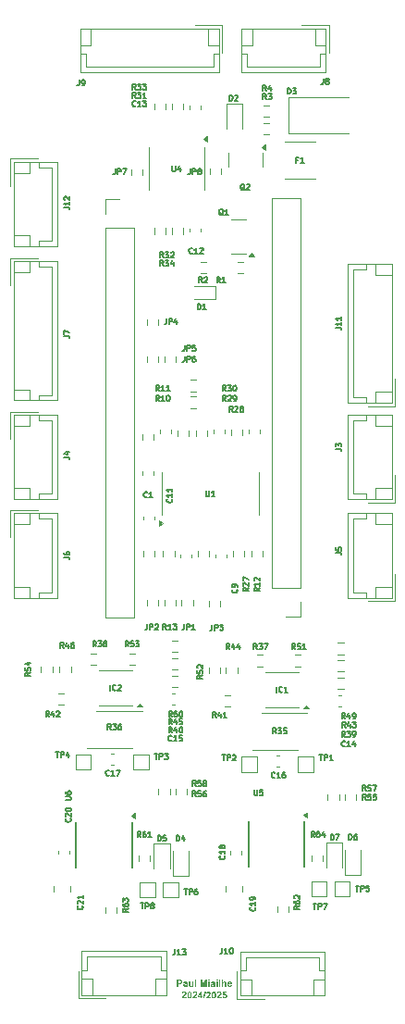
<source format=gbr>
%TF.GenerationSoftware,KiCad,Pcbnew,8.0.1*%
%TF.CreationDate,2024-06-19T16:46:37+02:00*%
%TF.ProjectId,MotorShield,4d6f746f-7253-4686-9965-6c642e6b6963,V_1*%
%TF.SameCoordinates,Original*%
%TF.FileFunction,Legend,Top*%
%TF.FilePolarity,Positive*%
%FSLAX46Y46*%
G04 Gerber Fmt 4.6, Leading zero omitted, Abs format (unit mm)*
G04 Created by KiCad (PCBNEW 8.0.1) date 2024-06-19 16:46:37*
%MOMM*%
%LPD*%
G01*
G04 APERTURE LIST*
%ADD10C,0.158750*%
%ADD11C,0.127000*%
%ADD12C,0.120000*%
%ADD13C,0.150000*%
G04 APERTURE END LIST*
D10*
G36*
X125500969Y-140039292D02*
G01*
X125537464Y-140040194D01*
X125572738Y-140042100D01*
X125606530Y-140045903D01*
X125619684Y-140048673D01*
X125649231Y-140059374D01*
X125675932Y-140075424D01*
X125699787Y-140096822D01*
X125711810Y-140111021D01*
X125729728Y-140140286D01*
X125740733Y-140170028D01*
X125747104Y-140203279D01*
X125748878Y-140235252D01*
X125747185Y-140266756D01*
X125741332Y-140298308D01*
X125730066Y-140328817D01*
X125727475Y-140333892D01*
X125709808Y-140361481D01*
X125687027Y-140385907D01*
X125673192Y-140396705D01*
X125646272Y-140412695D01*
X125616823Y-140424247D01*
X125606191Y-140426948D01*
X125573261Y-140431774D01*
X125541093Y-140434347D01*
X125508700Y-140435661D01*
X125472345Y-140436099D01*
X125388128Y-140436099D01*
X125388128Y-140684250D01*
X125258935Y-140684250D01*
X125258935Y-140148244D01*
X125388128Y-140148244D01*
X125388128Y-140326912D01*
X125458851Y-140326912D01*
X125493845Y-140326302D01*
X125525657Y-140324155D01*
X125557488Y-140318325D01*
X125560903Y-140317142D01*
X125588723Y-140300372D01*
X125601228Y-140286123D01*
X125613757Y-140257091D01*
X125615807Y-140237113D01*
X125610689Y-140205823D01*
X125595334Y-140180504D01*
X125570475Y-140161501D01*
X125543378Y-140152587D01*
X125511455Y-140149470D01*
X125478777Y-140148452D01*
X125450476Y-140148244D01*
X125388128Y-140148244D01*
X125258935Y-140148244D01*
X125258935Y-140039058D01*
X125466141Y-140039058D01*
X125500969Y-140039292D01*
G37*
G36*
X126065498Y-140208735D02*
G01*
X126099296Y-140212094D01*
X126131039Y-140218792D01*
X126153673Y-140227342D01*
X126180442Y-140243481D01*
X126203181Y-140266060D01*
X126210128Y-140276972D01*
X126220146Y-140306510D01*
X126224625Y-140337967D01*
X126226423Y-140372624D01*
X126226568Y-140387244D01*
X126225172Y-140531172D01*
X126225638Y-140563167D01*
X126227474Y-140595342D01*
X126231065Y-140621747D01*
X126239518Y-140651951D01*
X126252091Y-140682170D01*
X126253089Y-140684250D01*
X126131960Y-140684250D01*
X126122301Y-140653955D01*
X126120173Y-140646407D01*
X126115830Y-140631362D01*
X126091607Y-140652751D01*
X126063986Y-140670901D01*
X126048520Y-140678511D01*
X126018717Y-140688653D01*
X125987277Y-140693625D01*
X125972213Y-140694176D01*
X125938354Y-140691713D01*
X125904782Y-140683058D01*
X125875994Y-140668169D01*
X125859460Y-140654782D01*
X125839517Y-140630966D01*
X125825013Y-140600620D01*
X125818849Y-140569812D01*
X125818205Y-140555056D01*
X125819229Y-140544820D01*
X125940884Y-140544820D01*
X125949974Y-140575362D01*
X125960116Y-140587161D01*
X125988215Y-140602355D01*
X126008971Y-140604841D01*
X126041385Y-140599684D01*
X126070365Y-140585483D01*
X126072249Y-140584214D01*
X126094035Y-140561774D01*
X126101407Y-140545750D01*
X126105647Y-140514586D01*
X126106215Y-140488986D01*
X126106215Y-140465877D01*
X126075777Y-140474058D01*
X126043942Y-140481161D01*
X126031614Y-140483713D01*
X126000712Y-140490713D01*
X125970682Y-140500765D01*
X125964924Y-140503875D01*
X125944265Y-140527430D01*
X125940884Y-140544820D01*
X125819229Y-140544820D01*
X125821302Y-140524104D01*
X125831565Y-140493977D01*
X125836971Y-140484023D01*
X125856271Y-140459430D01*
X125881330Y-140440478D01*
X125889548Y-140436099D01*
X125919115Y-140424241D01*
X125950186Y-140415260D01*
X125983148Y-140407876D01*
X125987102Y-140407096D01*
X126022170Y-140400015D01*
X126056068Y-140392195D01*
X126086324Y-140383745D01*
X126106215Y-140376543D01*
X126106215Y-140363980D01*
X126101833Y-140333039D01*
X126088689Y-140312489D01*
X126059333Y-140300073D01*
X126025923Y-140297149D01*
X126022929Y-140297134D01*
X125990628Y-140301306D01*
X125971748Y-140310317D01*
X125951598Y-140334611D01*
X125942125Y-140356691D01*
X125830922Y-140336838D01*
X125841992Y-140306091D01*
X125858478Y-140276598D01*
X125879233Y-140252504D01*
X125895442Y-140239439D01*
X125924773Y-140224145D01*
X125956737Y-140214752D01*
X125989254Y-140209778D01*
X126020504Y-140207924D01*
X126031614Y-140207800D01*
X126065498Y-140208735D01*
G37*
G36*
X126649820Y-140684250D02*
G01*
X126649820Y-140614922D01*
X126628613Y-140640477D01*
X126602914Y-140661538D01*
X126583284Y-140673083D01*
X126554460Y-140685092D01*
X126521719Y-140692507D01*
X126496277Y-140694176D01*
X126462711Y-140691275D01*
X126431806Y-140682573D01*
X126412681Y-140673548D01*
X126385942Y-140654049D01*
X126365961Y-140629073D01*
X126359018Y-140615698D01*
X126348906Y-140583673D01*
X126344044Y-140550888D01*
X126342439Y-140516642D01*
X126342423Y-140512560D01*
X126342423Y-140217726D01*
X126464948Y-140217726D01*
X126464948Y-140434393D01*
X126465182Y-140468969D01*
X126466048Y-140502472D01*
X126468100Y-140534729D01*
X126471617Y-140556297D01*
X126487115Y-140583674D01*
X126496277Y-140591813D01*
X126525486Y-140603569D01*
X126541719Y-140604841D01*
X126573168Y-140599895D01*
X126597863Y-140587316D01*
X126620949Y-140564949D01*
X126631984Y-140543889D01*
X126637909Y-140510305D01*
X126640053Y-140477296D01*
X126640992Y-140440701D01*
X126641135Y-140416557D01*
X126641135Y-140217726D01*
X126763659Y-140217726D01*
X126763659Y-140684250D01*
X126649820Y-140684250D01*
G37*
G36*
X126887734Y-140684250D02*
G01*
X126887734Y-140039058D01*
X127010414Y-140039058D01*
X127010414Y-140684250D01*
X126887734Y-140684250D01*
G37*
G36*
X127380779Y-140684250D02*
G01*
X127380779Y-140039058D01*
X127574026Y-140039058D01*
X127690037Y-140479215D01*
X127804806Y-140039058D01*
X127998364Y-140039058D01*
X127998364Y-140684250D01*
X127878476Y-140684250D01*
X127878476Y-140176316D01*
X127751454Y-140684250D01*
X127627224Y-140684250D01*
X127500667Y-140176316D01*
X127500667Y-140684250D01*
X127380779Y-140684250D01*
G37*
G36*
X128121664Y-140148244D02*
G01*
X128121664Y-140039058D01*
X128244343Y-140039058D01*
X128244343Y-140148244D01*
X128121664Y-140148244D01*
G37*
G36*
X128121664Y-140684250D02*
G01*
X128121664Y-140217726D01*
X128244343Y-140217726D01*
X128244343Y-140684250D01*
X128121664Y-140684250D01*
G37*
G36*
X128583607Y-140208735D02*
G01*
X128617406Y-140212094D01*
X128649149Y-140218792D01*
X128671783Y-140227342D01*
X128698551Y-140243481D01*
X128721291Y-140266060D01*
X128728237Y-140276972D01*
X128738255Y-140306510D01*
X128742735Y-140337967D01*
X128744533Y-140372624D01*
X128744677Y-140387244D01*
X128743281Y-140531172D01*
X128743748Y-140563167D01*
X128745584Y-140595342D01*
X128749175Y-140621747D01*
X128757628Y-140651951D01*
X128770200Y-140682170D01*
X128771198Y-140684250D01*
X128650070Y-140684250D01*
X128640411Y-140653955D01*
X128638283Y-140646407D01*
X128633940Y-140631362D01*
X128609716Y-140652751D01*
X128582096Y-140670901D01*
X128566629Y-140678511D01*
X128536827Y-140688653D01*
X128505386Y-140693625D01*
X128490323Y-140694176D01*
X128456464Y-140691713D01*
X128422891Y-140683058D01*
X128394103Y-140668169D01*
X128377569Y-140654782D01*
X128357627Y-140630966D01*
X128343123Y-140600620D01*
X128336959Y-140569812D01*
X128336314Y-140555056D01*
X128337338Y-140544820D01*
X128458994Y-140544820D01*
X128468084Y-140575362D01*
X128478225Y-140587161D01*
X128506324Y-140602355D01*
X128527080Y-140604841D01*
X128559495Y-140599684D01*
X128588475Y-140585483D01*
X128590359Y-140584214D01*
X128612144Y-140561774D01*
X128619516Y-140545750D01*
X128623756Y-140514586D01*
X128624324Y-140488986D01*
X128624324Y-140465877D01*
X128593887Y-140474058D01*
X128562051Y-140481161D01*
X128549724Y-140483713D01*
X128518822Y-140490713D01*
X128488792Y-140500765D01*
X128483033Y-140503875D01*
X128462374Y-140527430D01*
X128458994Y-140544820D01*
X128337338Y-140544820D01*
X128339411Y-140524104D01*
X128349674Y-140493977D01*
X128355081Y-140484023D01*
X128374381Y-140459430D01*
X128399440Y-140440478D01*
X128407658Y-140436099D01*
X128437225Y-140424241D01*
X128468295Y-140415260D01*
X128501257Y-140407876D01*
X128505212Y-140407096D01*
X128540279Y-140400015D01*
X128574177Y-140392195D01*
X128604433Y-140383745D01*
X128624324Y-140376543D01*
X128624324Y-140363980D01*
X128619943Y-140333039D01*
X128606799Y-140312489D01*
X128577442Y-140300073D01*
X128544033Y-140297149D01*
X128541039Y-140297134D01*
X128508738Y-140301306D01*
X128489858Y-140310317D01*
X128469707Y-140334611D01*
X128460235Y-140356691D01*
X128349032Y-140336838D01*
X128360102Y-140306091D01*
X128376588Y-140276598D01*
X128397343Y-140252504D01*
X128413551Y-140239439D01*
X128442883Y-140224145D01*
X128474847Y-140214752D01*
X128507364Y-140209778D01*
X128538614Y-140207924D01*
X128549724Y-140207800D01*
X128583607Y-140208735D01*
G37*
G36*
X128863014Y-140148244D02*
G01*
X128863014Y-140039058D01*
X128985694Y-140039058D01*
X128985694Y-140148244D01*
X128863014Y-140148244D01*
G37*
G36*
X128863014Y-140684250D02*
G01*
X128863014Y-140217726D01*
X128985694Y-140217726D01*
X128985694Y-140684250D01*
X128863014Y-140684250D01*
G37*
G36*
X129109924Y-140684250D02*
G01*
X129109924Y-140039058D01*
X129232604Y-140039058D01*
X129232604Y-140684250D01*
X129109924Y-140684250D01*
G37*
G36*
X129479048Y-140039058D02*
G01*
X129479048Y-140273870D01*
X129502083Y-140251417D01*
X129531025Y-140231092D01*
X129562193Y-140217091D01*
X129595588Y-140209413D01*
X129620804Y-140207800D01*
X129653824Y-140210411D01*
X129684079Y-140218244D01*
X129697111Y-140223620D01*
X129725273Y-140240359D01*
X129747200Y-140262421D01*
X129748292Y-140263944D01*
X129763519Y-140291513D01*
X129771866Y-140318382D01*
X129776213Y-140350761D01*
X129777921Y-140385074D01*
X129778225Y-140410974D01*
X129778225Y-140684250D01*
X129655701Y-140684250D01*
X129655701Y-140434858D01*
X129655264Y-140401173D01*
X129653492Y-140368583D01*
X129648721Y-140340716D01*
X129631285Y-140314472D01*
X129624061Y-140308922D01*
X129594078Y-140298067D01*
X129579860Y-140297134D01*
X129547548Y-140301943D01*
X129525266Y-140312334D01*
X129502295Y-140334116D01*
X129490060Y-140357776D01*
X129482533Y-140389956D01*
X129479575Y-140423070D01*
X129479048Y-140447731D01*
X129479048Y-140684250D01*
X129356524Y-140684250D01*
X129356524Y-140039058D01*
X129479048Y-140039058D01*
G37*
G36*
X130107686Y-140209470D02*
G01*
X130142335Y-140215882D01*
X130173920Y-140227103D01*
X130202440Y-140243134D01*
X130227896Y-140263973D01*
X130239475Y-140276197D01*
X130259728Y-140304403D01*
X130275586Y-140337723D01*
X130285443Y-140369397D01*
X130292249Y-140404623D01*
X130296003Y-140443400D01*
X130296809Y-140476979D01*
X130296705Y-140485729D01*
X129989619Y-140485729D01*
X129993045Y-140518559D01*
X130002936Y-140549005D01*
X130019241Y-140573512D01*
X130044606Y-140593797D01*
X130074577Y-140603740D01*
X130089964Y-140604841D01*
X130120811Y-140599866D01*
X130138199Y-140590728D01*
X130159064Y-140566361D01*
X130167977Y-140545285D01*
X130290191Y-140565137D01*
X130276698Y-140594818D01*
X130257440Y-140623714D01*
X130233863Y-140647850D01*
X130215746Y-140661296D01*
X130185194Y-140677190D01*
X130154638Y-140686951D01*
X130120883Y-140692602D01*
X130088724Y-140694176D01*
X130052457Y-140692241D01*
X130019265Y-140686436D01*
X129989147Y-140676762D01*
X129957064Y-140660044D01*
X129929409Y-140637754D01*
X129909745Y-140614922D01*
X129891917Y-140585514D01*
X129878469Y-140552930D01*
X129870426Y-140522472D01*
X129865601Y-140489680D01*
X129863992Y-140454555D01*
X129865461Y-140419625D01*
X129867267Y-140406321D01*
X129991790Y-140406321D01*
X130174956Y-140406321D01*
X130171742Y-140375393D01*
X130161448Y-140344917D01*
X130147504Y-140325051D01*
X130122403Y-140305967D01*
X130090699Y-140297380D01*
X130083761Y-140297134D01*
X130051390Y-140302745D01*
X130024304Y-140319577D01*
X130017535Y-140326447D01*
X130000642Y-140353845D01*
X129992863Y-140385270D01*
X129991790Y-140406321D01*
X129867267Y-140406321D01*
X129869869Y-140387150D01*
X129879036Y-140351417D01*
X129892435Y-140319218D01*
X129910065Y-140290553D01*
X129924169Y-140273405D01*
X129947858Y-140251110D01*
X129973794Y-140233427D01*
X130001976Y-140220357D01*
X130032405Y-140211900D01*
X130065080Y-140208056D01*
X130076471Y-140207800D01*
X130107686Y-140209470D01*
G37*
G36*
X126112728Y-141631937D02*
G01*
X126112728Y-141751050D01*
X125682962Y-141751050D01*
X125688196Y-141719449D01*
X125696920Y-141688702D01*
X125709134Y-141658807D01*
X125724837Y-141629766D01*
X125743363Y-141602871D01*
X125764427Y-141576972D01*
X125785639Y-141553381D01*
X125810174Y-141527966D01*
X125838034Y-141500725D01*
X125862716Y-141477618D01*
X125887078Y-141454884D01*
X125912175Y-141430791D01*
X125935747Y-141407079D01*
X125957026Y-141383550D01*
X125964458Y-141373860D01*
X125979863Y-141345725D01*
X125988529Y-141315541D01*
X125989738Y-141299415D01*
X125985523Y-141267452D01*
X125970382Y-141239719D01*
X125967715Y-141236912D01*
X125939588Y-141219849D01*
X125906918Y-141215044D01*
X125874335Y-141220088D01*
X125847242Y-141236586D01*
X125845811Y-141237998D01*
X125828774Y-141266197D01*
X125821180Y-141298374D01*
X125819600Y-141314304D01*
X125697386Y-141302207D01*
X125701918Y-141270845D01*
X125710366Y-141237039D01*
X125722096Y-141207410D01*
X125739930Y-141178122D01*
X125762232Y-141154518D01*
X125765782Y-141151610D01*
X125792397Y-141133783D01*
X125821757Y-141120334D01*
X125853864Y-141111264D01*
X125888716Y-141106572D01*
X125909865Y-141105858D01*
X125943919Y-141107646D01*
X125975128Y-141113011D01*
X126007941Y-141123792D01*
X126036879Y-141139440D01*
X126058600Y-141156728D01*
X126079691Y-141180112D01*
X126097452Y-141209761D01*
X126108446Y-141242532D01*
X126112517Y-141273767D01*
X126112728Y-141283130D01*
X126110547Y-141314784D01*
X126104004Y-141345304D01*
X126097219Y-141365020D01*
X126083057Y-141394645D01*
X126065630Y-141422760D01*
X126048209Y-141446444D01*
X126026442Y-141471104D01*
X126003534Y-141494180D01*
X125978432Y-141517987D01*
X125967870Y-141527714D01*
X125944526Y-141549160D01*
X125920489Y-141571761D01*
X125897637Y-141594530D01*
X125894355Y-141598127D01*
X125875105Y-141622616D01*
X125869230Y-141631937D01*
X126112728Y-141631937D01*
G37*
G36*
X126433790Y-141108197D02*
G01*
X126464317Y-141115214D01*
X126496348Y-141129314D01*
X126524520Y-141149781D01*
X126545596Y-141172393D01*
X126563558Y-141199544D01*
X126578475Y-141231753D01*
X126590348Y-141269021D01*
X126597654Y-141302478D01*
X126603012Y-141339172D01*
X126606422Y-141379104D01*
X126607700Y-141411178D01*
X126607944Y-141433572D01*
X126607392Y-141466812D01*
X126605736Y-141498253D01*
X126601810Y-141537376D01*
X126595921Y-141573299D01*
X126588069Y-141606024D01*
X126578255Y-141635550D01*
X126563226Y-141667960D01*
X126545131Y-141695371D01*
X126520448Y-141720934D01*
X126491861Y-141740218D01*
X126459371Y-141753223D01*
X126428415Y-141759374D01*
X126400428Y-141760976D01*
X126366686Y-141758446D01*
X126335485Y-141750856D01*
X126306824Y-141738206D01*
X126280705Y-141720496D01*
X126257126Y-141697726D01*
X126249831Y-141689012D01*
X126230435Y-141658061D01*
X126217337Y-141626213D01*
X126207025Y-141588860D01*
X126200783Y-141555013D01*
X126196324Y-141517642D01*
X126193648Y-141476748D01*
X126192812Y-141443766D01*
X126192763Y-141433572D01*
X126321020Y-141433572D01*
X126321296Y-141466071D01*
X126322357Y-141500662D01*
X126324602Y-141534940D01*
X126328494Y-141566099D01*
X126332341Y-141583858D01*
X126343376Y-141614354D01*
X126360879Y-141638296D01*
X126389639Y-141650946D01*
X126400428Y-141651789D01*
X126431078Y-141644025D01*
X126440132Y-141637986D01*
X126458889Y-141612250D01*
X126467118Y-141588666D01*
X126473266Y-141557900D01*
X126476657Y-141527016D01*
X126478594Y-141495700D01*
X126479637Y-141459913D01*
X126479836Y-141433572D01*
X126479560Y-141401121D01*
X126478498Y-141366588D01*
X126476254Y-141332378D01*
X126472362Y-141301296D01*
X126468514Y-141283596D01*
X126457450Y-141252964D01*
X126439822Y-141228847D01*
X126411207Y-141215907D01*
X126400428Y-141215044D01*
X126369777Y-141222808D01*
X126360724Y-141228847D01*
X126341967Y-141254583D01*
X126333737Y-141278167D01*
X126327590Y-141309146D01*
X126324199Y-141340127D01*
X126322262Y-141371479D01*
X126321218Y-141407259D01*
X126321020Y-141433572D01*
X126192763Y-141433572D01*
X126192757Y-141432331D01*
X126193309Y-141399257D01*
X126194965Y-141367966D01*
X126198891Y-141329018D01*
X126204779Y-141293239D01*
X126212631Y-141260631D01*
X126222446Y-141231192D01*
X126237474Y-141198851D01*
X126255570Y-141171462D01*
X126280260Y-141145900D01*
X126308869Y-141126615D01*
X126341396Y-141113610D01*
X126372396Y-141107459D01*
X126400428Y-141105858D01*
X126433790Y-141108197D01*
G37*
G36*
X127101609Y-141631937D02*
G01*
X127101609Y-141751050D01*
X126671843Y-141751050D01*
X126677077Y-141719449D01*
X126685801Y-141688702D01*
X126698015Y-141658807D01*
X126713718Y-141629766D01*
X126732243Y-141602871D01*
X126753308Y-141576972D01*
X126774519Y-141553381D01*
X126799055Y-141527966D01*
X126826915Y-141500725D01*
X126851597Y-141477618D01*
X126875959Y-141454884D01*
X126901055Y-141430791D01*
X126924628Y-141407079D01*
X126945907Y-141383550D01*
X126953339Y-141373860D01*
X126968744Y-141345725D01*
X126977409Y-141315541D01*
X126978619Y-141299415D01*
X126974404Y-141267452D01*
X126959263Y-141239719D01*
X126956596Y-141236912D01*
X126928468Y-141219849D01*
X126895799Y-141215044D01*
X126863215Y-141220088D01*
X126836122Y-141236586D01*
X126834692Y-141237998D01*
X126817655Y-141266197D01*
X126810061Y-141298374D01*
X126808481Y-141314304D01*
X126686266Y-141302207D01*
X126690799Y-141270845D01*
X126699247Y-141237039D01*
X126710977Y-141207410D01*
X126728811Y-141178122D01*
X126751112Y-141154518D01*
X126754663Y-141151610D01*
X126781278Y-141133783D01*
X126810638Y-141120334D01*
X126842744Y-141111264D01*
X126877597Y-141106572D01*
X126898745Y-141105858D01*
X126932800Y-141107646D01*
X126964009Y-141113011D01*
X126996821Y-141123792D01*
X127025760Y-141139440D01*
X127047481Y-141156728D01*
X127068572Y-141180112D01*
X127086332Y-141209761D01*
X127097327Y-141242532D01*
X127101397Y-141273767D01*
X127101609Y-141283130D01*
X127099428Y-141314784D01*
X127092885Y-141345304D01*
X127086099Y-141365020D01*
X127071937Y-141394645D01*
X127054510Y-141422760D01*
X127037090Y-141446444D01*
X127015323Y-141471104D01*
X126992414Y-141494180D01*
X126967313Y-141517987D01*
X126956751Y-141527714D01*
X126933407Y-141549160D01*
X126909369Y-141571761D01*
X126886518Y-141594530D01*
X126883236Y-141598127D01*
X126863986Y-141622616D01*
X126858111Y-141631937D01*
X127101609Y-141631937D01*
G37*
G36*
X127540991Y-141512825D02*
G01*
X127620399Y-141512825D01*
X127620399Y-141622011D01*
X127540991Y-141622011D01*
X127540991Y-141751050D01*
X127422344Y-141751050D01*
X127422344Y-141622011D01*
X127160700Y-141622011D01*
X127160700Y-141513290D01*
X127161025Y-141512825D01*
X127275469Y-141512825D01*
X127422344Y-141512825D01*
X127422344Y-141302517D01*
X127275469Y-141512825D01*
X127161025Y-141512825D01*
X127438163Y-141115784D01*
X127540991Y-141115784D01*
X127540991Y-141512825D01*
G37*
G36*
X127637304Y-141751050D02*
G01*
X127795655Y-141105858D01*
X127887626Y-141105858D01*
X127727569Y-141751050D01*
X127637304Y-141751050D01*
G37*
G36*
X128337399Y-141631937D02*
G01*
X128337399Y-141751050D01*
X127907633Y-141751050D01*
X127912868Y-141719449D01*
X127921592Y-141688702D01*
X127933805Y-141658807D01*
X127949509Y-141629766D01*
X127968034Y-141602871D01*
X127989099Y-141576972D01*
X128010310Y-141553381D01*
X128034846Y-141527966D01*
X128062706Y-141500725D01*
X128087387Y-141477618D01*
X128111750Y-141454884D01*
X128136846Y-141430791D01*
X128160419Y-141407079D01*
X128181697Y-141383550D01*
X128189129Y-141373860D01*
X128204534Y-141345725D01*
X128213200Y-141315541D01*
X128214410Y-141299415D01*
X128210194Y-141267452D01*
X128195053Y-141239719D01*
X128192386Y-141236912D01*
X128164259Y-141219849D01*
X128131589Y-141215044D01*
X128099006Y-141220088D01*
X128071913Y-141236586D01*
X128070482Y-141237998D01*
X128053445Y-141266197D01*
X128045852Y-141298374D01*
X128044271Y-141314304D01*
X127922057Y-141302207D01*
X127926589Y-141270845D01*
X127935037Y-141237039D01*
X127946767Y-141207410D01*
X127964601Y-141178122D01*
X127986903Y-141154518D01*
X127990454Y-141151610D01*
X128017068Y-141133783D01*
X128046429Y-141120334D01*
X128078535Y-141111264D01*
X128113388Y-141106572D01*
X128134536Y-141105858D01*
X128168591Y-141107646D01*
X128199799Y-141113011D01*
X128232612Y-141123792D01*
X128261550Y-141139440D01*
X128283271Y-141156728D01*
X128304362Y-141180112D01*
X128322123Y-141209761D01*
X128333118Y-141242532D01*
X128337188Y-141273767D01*
X128337399Y-141283130D01*
X128335218Y-141314784D01*
X128328675Y-141345304D01*
X128321890Y-141365020D01*
X128307728Y-141394645D01*
X128290301Y-141422760D01*
X128272880Y-141446444D01*
X128251114Y-141471104D01*
X128228205Y-141494180D01*
X128203104Y-141517987D01*
X128192541Y-141527714D01*
X128169198Y-141549160D01*
X128145160Y-141571761D01*
X128122308Y-141594530D01*
X128119027Y-141598127D01*
X128099777Y-141622616D01*
X128093901Y-141631937D01*
X128337399Y-141631937D01*
G37*
G36*
X128658461Y-141108197D02*
G01*
X128688988Y-141115214D01*
X128721019Y-141129314D01*
X128749191Y-141149781D01*
X128770267Y-141172393D01*
X128788229Y-141199544D01*
X128803146Y-141231753D01*
X128815019Y-141269021D01*
X128822325Y-141302478D01*
X128827683Y-141339172D01*
X128831093Y-141379104D01*
X128832372Y-141411178D01*
X128832615Y-141433572D01*
X128832063Y-141466812D01*
X128830407Y-141498253D01*
X128826481Y-141537376D01*
X128820592Y-141573299D01*
X128812741Y-141606024D01*
X128802926Y-141635550D01*
X128787898Y-141667960D01*
X128769802Y-141695371D01*
X128745119Y-141720934D01*
X128716533Y-141740218D01*
X128684042Y-141753223D01*
X128653086Y-141759374D01*
X128625099Y-141760976D01*
X128591357Y-141758446D01*
X128560156Y-141750856D01*
X128531496Y-141738206D01*
X128505376Y-141720496D01*
X128481798Y-141697726D01*
X128474503Y-141689012D01*
X128455106Y-141658061D01*
X128442008Y-141626213D01*
X128431697Y-141588860D01*
X128425454Y-141555013D01*
X128420995Y-141517642D01*
X128418320Y-141476748D01*
X128417484Y-141443766D01*
X128417434Y-141433572D01*
X128545691Y-141433572D01*
X128545967Y-141466071D01*
X128547029Y-141500662D01*
X128549273Y-141534940D01*
X128553165Y-141566099D01*
X128557013Y-141583858D01*
X128568047Y-141614354D01*
X128585550Y-141638296D01*
X128614310Y-141650946D01*
X128625099Y-141651789D01*
X128655750Y-141644025D01*
X128664803Y-141637986D01*
X128683560Y-141612250D01*
X128691790Y-141588666D01*
X128697937Y-141557900D01*
X128701328Y-141527016D01*
X128703265Y-141495700D01*
X128704309Y-141459913D01*
X128704507Y-141433572D01*
X128704231Y-141401121D01*
X128703169Y-141366588D01*
X128700925Y-141332378D01*
X128697033Y-141301296D01*
X128693185Y-141283596D01*
X128682121Y-141252964D01*
X128664493Y-141228847D01*
X128635878Y-141215907D01*
X128625099Y-141215044D01*
X128594449Y-141222808D01*
X128585395Y-141228847D01*
X128566638Y-141254583D01*
X128558409Y-141278167D01*
X128552261Y-141309146D01*
X128548870Y-141340127D01*
X128546933Y-141371479D01*
X128545890Y-141407259D01*
X128545691Y-141433572D01*
X128417434Y-141433572D01*
X128417428Y-141432331D01*
X128417980Y-141399257D01*
X128419636Y-141367966D01*
X128423562Y-141329018D01*
X128429451Y-141293239D01*
X128437302Y-141260631D01*
X128447117Y-141231192D01*
X128462146Y-141198851D01*
X128480241Y-141171462D01*
X128504931Y-141145900D01*
X128533540Y-141126615D01*
X128566068Y-141113610D01*
X128597067Y-141107459D01*
X128625099Y-141105858D01*
X128658461Y-141108197D01*
G37*
G36*
X129326280Y-141631937D02*
G01*
X129326280Y-141751050D01*
X128896514Y-141751050D01*
X128901748Y-141719449D01*
X128910472Y-141688702D01*
X128922686Y-141658807D01*
X128938389Y-141629766D01*
X128956915Y-141602871D01*
X128977979Y-141576972D01*
X128999191Y-141553381D01*
X129023726Y-141527966D01*
X129051586Y-141500725D01*
X129076268Y-141477618D01*
X129100630Y-141454884D01*
X129125727Y-141430791D01*
X129149299Y-141407079D01*
X129170578Y-141383550D01*
X129178010Y-141373860D01*
X129193415Y-141345725D01*
X129202081Y-141315541D01*
X129203290Y-141299415D01*
X129199075Y-141267452D01*
X129183934Y-141239719D01*
X129181267Y-141236912D01*
X129153140Y-141219849D01*
X129120470Y-141215044D01*
X129087887Y-141220088D01*
X129060794Y-141236586D01*
X129059363Y-141237998D01*
X129042326Y-141266197D01*
X129034732Y-141298374D01*
X129033152Y-141314304D01*
X128910938Y-141302207D01*
X128915470Y-141270845D01*
X128923918Y-141237039D01*
X128935648Y-141207410D01*
X128953482Y-141178122D01*
X128975784Y-141154518D01*
X128979334Y-141151610D01*
X129005949Y-141133783D01*
X129035309Y-141120334D01*
X129067416Y-141111264D01*
X129102268Y-141106572D01*
X129123417Y-141105858D01*
X129157471Y-141107646D01*
X129188680Y-141113011D01*
X129221493Y-141123792D01*
X129250431Y-141139440D01*
X129272152Y-141156728D01*
X129293243Y-141180112D01*
X129311004Y-141209761D01*
X129321998Y-141242532D01*
X129326069Y-141273767D01*
X129326280Y-141283130D01*
X129324099Y-141314784D01*
X129317556Y-141345304D01*
X129310771Y-141365020D01*
X129296609Y-141394645D01*
X129279182Y-141422760D01*
X129261761Y-141446444D01*
X129239994Y-141471104D01*
X129217086Y-141494180D01*
X129191984Y-141517987D01*
X129181422Y-141527714D01*
X129158078Y-141549160D01*
X129134041Y-141571761D01*
X129111189Y-141594530D01*
X129107907Y-141598127D01*
X129088657Y-141622616D01*
X129082782Y-141631937D01*
X129326280Y-141631937D01*
G37*
G36*
X129408480Y-141566487D02*
G01*
X129530539Y-141552529D01*
X129537373Y-141584183D01*
X129551274Y-141612469D01*
X129561558Y-141625113D01*
X129587398Y-141644260D01*
X129618718Y-141651763D01*
X129620804Y-141651789D01*
X129652174Y-141646446D01*
X129678972Y-141630415D01*
X129685788Y-141623872D01*
X129703060Y-141596380D01*
X129710797Y-141565799D01*
X129712465Y-141539346D01*
X129709349Y-141506032D01*
X129697634Y-141474788D01*
X129686099Y-141459938D01*
X129659971Y-141441808D01*
X129627727Y-141433831D01*
X129617392Y-141433417D01*
X129585495Y-141438263D01*
X129555718Y-141452803D01*
X129530731Y-141474177D01*
X129522784Y-141483047D01*
X129423369Y-141467692D01*
X129486182Y-141115784D01*
X129810174Y-141115784D01*
X129810174Y-141234896D01*
X129579084Y-141234896D01*
X129559852Y-141346874D01*
X129588221Y-141333982D01*
X129619672Y-141326021D01*
X129643603Y-141324230D01*
X129678099Y-141327058D01*
X129710205Y-141335541D01*
X129739922Y-141349679D01*
X129767249Y-141369472D01*
X129781792Y-141383321D01*
X129803910Y-141410798D01*
X129820596Y-141441658D01*
X129831849Y-141475903D01*
X129837170Y-141507950D01*
X129838556Y-141536554D01*
X129836367Y-141570087D01*
X129829799Y-141602016D01*
X129818852Y-141632342D01*
X129803527Y-141661066D01*
X129792803Y-141676759D01*
X129772135Y-141701021D01*
X129744203Y-141724707D01*
X129712858Y-141742471D01*
X129678100Y-141754314D01*
X129646528Y-141759660D01*
X129619563Y-141760976D01*
X129587504Y-141759122D01*
X129553010Y-141752273D01*
X129521648Y-141740377D01*
X129493417Y-141723435D01*
X129475170Y-141708243D01*
X129452895Y-141683437D01*
X129434925Y-141655156D01*
X129421259Y-141623403D01*
X129412971Y-141593421D01*
X129408480Y-141566487D01*
G37*
D11*
X127550333Y-76301406D02*
X127380999Y-76059501D01*
X127260047Y-76301406D02*
X127260047Y-75793406D01*
X127260047Y-75793406D02*
X127453571Y-75793406D01*
X127453571Y-75793406D02*
X127501952Y-75817596D01*
X127501952Y-75817596D02*
X127526142Y-75841787D01*
X127526142Y-75841787D02*
X127550333Y-75890168D01*
X127550333Y-75890168D02*
X127550333Y-75962739D01*
X127550333Y-75962739D02*
X127526142Y-76011120D01*
X127526142Y-76011120D02*
X127501952Y-76035311D01*
X127501952Y-76035311D02*
X127453571Y-76059501D01*
X127453571Y-76059501D02*
X127260047Y-76059501D01*
X127743856Y-75841787D02*
X127768047Y-75817596D01*
X127768047Y-75817596D02*
X127816428Y-75793406D01*
X127816428Y-75793406D02*
X127937380Y-75793406D01*
X127937380Y-75793406D02*
X127985761Y-75817596D01*
X127985761Y-75817596D02*
X128009952Y-75841787D01*
X128009952Y-75841787D02*
X128034142Y-75890168D01*
X128034142Y-75890168D02*
X128034142Y-75938549D01*
X128034142Y-75938549D02*
X128009952Y-76011120D01*
X128009952Y-76011120D02*
X127719666Y-76301406D01*
X127719666Y-76301406D02*
X128034142Y-76301406D01*
X129201333Y-76301406D02*
X129031999Y-76059501D01*
X128911047Y-76301406D02*
X128911047Y-75793406D01*
X128911047Y-75793406D02*
X129104571Y-75793406D01*
X129104571Y-75793406D02*
X129152952Y-75817596D01*
X129152952Y-75817596D02*
X129177142Y-75841787D01*
X129177142Y-75841787D02*
X129201333Y-75890168D01*
X129201333Y-75890168D02*
X129201333Y-75962739D01*
X129201333Y-75962739D02*
X129177142Y-76011120D01*
X129177142Y-76011120D02*
X129152952Y-76035311D01*
X129152952Y-76035311D02*
X129104571Y-76059501D01*
X129104571Y-76059501D02*
X128911047Y-76059501D01*
X129685142Y-76301406D02*
X129394856Y-76301406D01*
X129539999Y-76301406D02*
X129539999Y-75793406D01*
X129539999Y-75793406D02*
X129491618Y-75865977D01*
X129491618Y-75865977D02*
X129443237Y-75914358D01*
X129443237Y-75914358D02*
X129394856Y-75938549D01*
X129491619Y-70126787D02*
X129443238Y-70102596D01*
X129443238Y-70102596D02*
X129394857Y-70054216D01*
X129394857Y-70054216D02*
X129322285Y-69981644D01*
X129322285Y-69981644D02*
X129273904Y-69957454D01*
X129273904Y-69957454D02*
X129225523Y-69957454D01*
X129249714Y-70078406D02*
X129201333Y-70054216D01*
X129201333Y-70054216D02*
X129152952Y-70005835D01*
X129152952Y-70005835D02*
X129128761Y-69909073D01*
X129128761Y-69909073D02*
X129128761Y-69739739D01*
X129128761Y-69739739D02*
X129152952Y-69642977D01*
X129152952Y-69642977D02*
X129201333Y-69594596D01*
X129201333Y-69594596D02*
X129249714Y-69570406D01*
X129249714Y-69570406D02*
X129346476Y-69570406D01*
X129346476Y-69570406D02*
X129394857Y-69594596D01*
X129394857Y-69594596D02*
X129443238Y-69642977D01*
X129443238Y-69642977D02*
X129467428Y-69739739D01*
X129467428Y-69739739D02*
X129467428Y-69909073D01*
X129467428Y-69909073D02*
X129443238Y-70005835D01*
X129443238Y-70005835D02*
X129394857Y-70054216D01*
X129394857Y-70054216D02*
X129346476Y-70078406D01*
X129346476Y-70078406D02*
X129249714Y-70078406D01*
X129951237Y-70078406D02*
X129660951Y-70078406D01*
X129806094Y-70078406D02*
X129806094Y-69570406D01*
X129806094Y-69570406D02*
X129757713Y-69642977D01*
X129757713Y-69642977D02*
X129709332Y-69691358D01*
X129709332Y-69691358D02*
X129660951Y-69715549D01*
X127133047Y-78744406D02*
X127133047Y-78236406D01*
X127133047Y-78236406D02*
X127253999Y-78236406D01*
X127253999Y-78236406D02*
X127326571Y-78260596D01*
X127326571Y-78260596D02*
X127374952Y-78308977D01*
X127374952Y-78308977D02*
X127399142Y-78357358D01*
X127399142Y-78357358D02*
X127423333Y-78454120D01*
X127423333Y-78454120D02*
X127423333Y-78526692D01*
X127423333Y-78526692D02*
X127399142Y-78623454D01*
X127399142Y-78623454D02*
X127374952Y-78671835D01*
X127374952Y-78671835D02*
X127326571Y-78720216D01*
X127326571Y-78720216D02*
X127253999Y-78744406D01*
X127253999Y-78744406D02*
X127133047Y-78744406D01*
X127907142Y-78744406D02*
X127616856Y-78744406D01*
X127761999Y-78744406D02*
X127761999Y-78236406D01*
X127761999Y-78236406D02*
X127713618Y-78308977D01*
X127713618Y-78308977D02*
X127665237Y-78357358D01*
X127665237Y-78357358D02*
X127616856Y-78381549D01*
X130054047Y-59664406D02*
X130054047Y-59156406D01*
X130054047Y-59156406D02*
X130174999Y-59156406D01*
X130174999Y-59156406D02*
X130247571Y-59180596D01*
X130247571Y-59180596D02*
X130295952Y-59228977D01*
X130295952Y-59228977D02*
X130320142Y-59277358D01*
X130320142Y-59277358D02*
X130344333Y-59374120D01*
X130344333Y-59374120D02*
X130344333Y-59446692D01*
X130344333Y-59446692D02*
X130320142Y-59543454D01*
X130320142Y-59543454D02*
X130295952Y-59591835D01*
X130295952Y-59591835D02*
X130247571Y-59640216D01*
X130247571Y-59640216D02*
X130174999Y-59664406D01*
X130174999Y-59664406D02*
X130054047Y-59664406D01*
X130537856Y-59204787D02*
X130562047Y-59180596D01*
X130562047Y-59180596D02*
X130610428Y-59156406D01*
X130610428Y-59156406D02*
X130731380Y-59156406D01*
X130731380Y-59156406D02*
X130779761Y-59180596D01*
X130779761Y-59180596D02*
X130803952Y-59204787D01*
X130803952Y-59204787D02*
X130828142Y-59253168D01*
X130828142Y-59253168D02*
X130828142Y-59301549D01*
X130828142Y-59301549D02*
X130803952Y-59374120D01*
X130803952Y-59374120D02*
X130513666Y-59664406D01*
X130513666Y-59664406D02*
X130828142Y-59664406D01*
X135388047Y-59029406D02*
X135388047Y-58521406D01*
X135388047Y-58521406D02*
X135508999Y-58521406D01*
X135508999Y-58521406D02*
X135581571Y-58545596D01*
X135581571Y-58545596D02*
X135629952Y-58593977D01*
X135629952Y-58593977D02*
X135654142Y-58642358D01*
X135654142Y-58642358D02*
X135678333Y-58739120D01*
X135678333Y-58739120D02*
X135678333Y-58811692D01*
X135678333Y-58811692D02*
X135654142Y-58908454D01*
X135654142Y-58908454D02*
X135629952Y-58956835D01*
X135629952Y-58956835D02*
X135581571Y-59005216D01*
X135581571Y-59005216D02*
X135508999Y-59029406D01*
X135508999Y-59029406D02*
X135388047Y-59029406D01*
X135847666Y-58521406D02*
X136162142Y-58521406D01*
X136162142Y-58521406D02*
X135992809Y-58714930D01*
X135992809Y-58714930D02*
X136065380Y-58714930D01*
X136065380Y-58714930D02*
X136113761Y-58739120D01*
X136113761Y-58739120D02*
X136137952Y-58763311D01*
X136137952Y-58763311D02*
X136162142Y-58811692D01*
X136162142Y-58811692D02*
X136162142Y-58932644D01*
X136162142Y-58932644D02*
X136137952Y-58981025D01*
X136137952Y-58981025D02*
X136113761Y-59005216D01*
X136113761Y-59005216D02*
X136065380Y-59029406D01*
X136065380Y-59029406D02*
X135920237Y-59029406D01*
X135920237Y-59029406D02*
X135871856Y-59005216D01*
X135871856Y-59005216D02*
X135847666Y-58981025D01*
X125200047Y-127355406D02*
X125200047Y-126847406D01*
X125200047Y-126847406D02*
X125320999Y-126847406D01*
X125320999Y-126847406D02*
X125393571Y-126871596D01*
X125393571Y-126871596D02*
X125441952Y-126919977D01*
X125441952Y-126919977D02*
X125466142Y-126968358D01*
X125466142Y-126968358D02*
X125490333Y-127065120D01*
X125490333Y-127065120D02*
X125490333Y-127137692D01*
X125490333Y-127137692D02*
X125466142Y-127234454D01*
X125466142Y-127234454D02*
X125441952Y-127282835D01*
X125441952Y-127282835D02*
X125393571Y-127331216D01*
X125393571Y-127331216D02*
X125320999Y-127355406D01*
X125320999Y-127355406D02*
X125200047Y-127355406D01*
X125925761Y-127016739D02*
X125925761Y-127355406D01*
X125804809Y-126823216D02*
X125683856Y-127186073D01*
X125683856Y-127186073D02*
X125998333Y-127186073D01*
X125064761Y-137261406D02*
X125064761Y-137624263D01*
X125064761Y-137624263D02*
X125040570Y-137696835D01*
X125040570Y-137696835D02*
X124992189Y-137745216D01*
X124992189Y-137745216D02*
X124919618Y-137769406D01*
X124919618Y-137769406D02*
X124871237Y-137769406D01*
X125572761Y-137769406D02*
X125282475Y-137769406D01*
X125427618Y-137769406D02*
X125427618Y-137261406D01*
X125427618Y-137261406D02*
X125379237Y-137333977D01*
X125379237Y-137333977D02*
X125330856Y-137382358D01*
X125330856Y-137382358D02*
X125282475Y-137406549D01*
X125742095Y-137261406D02*
X126056571Y-137261406D01*
X126056571Y-137261406D02*
X125887238Y-137454930D01*
X125887238Y-137454930D02*
X125959809Y-137454930D01*
X125959809Y-137454930D02*
X126008190Y-137479120D01*
X126008190Y-137479120D02*
X126032381Y-137503311D01*
X126032381Y-137503311D02*
X126056571Y-137551692D01*
X126056571Y-137551692D02*
X126056571Y-137672644D01*
X126056571Y-137672644D02*
X126032381Y-137721025D01*
X126032381Y-137721025D02*
X126008190Y-137745216D01*
X126008190Y-137745216D02*
X125959809Y-137769406D01*
X125959809Y-137769406D02*
X125814666Y-137769406D01*
X125814666Y-137769406D02*
X125766285Y-137745216D01*
X125766285Y-137745216D02*
X125742095Y-137721025D01*
X139801406Y-80421238D02*
X140164263Y-80421238D01*
X140164263Y-80421238D02*
X140236835Y-80445429D01*
X140236835Y-80445429D02*
X140285216Y-80493810D01*
X140285216Y-80493810D02*
X140309406Y-80566381D01*
X140309406Y-80566381D02*
X140309406Y-80614762D01*
X140309406Y-79913238D02*
X140309406Y-80203524D01*
X140309406Y-80058381D02*
X139801406Y-80058381D01*
X139801406Y-80058381D02*
X139873977Y-80106762D01*
X139873977Y-80106762D02*
X139922358Y-80155143D01*
X139922358Y-80155143D02*
X139946549Y-80203524D01*
X140309406Y-79429428D02*
X140309406Y-79719714D01*
X140309406Y-79574571D02*
X139801406Y-79574571D01*
X139801406Y-79574571D02*
X139873977Y-79622952D01*
X139873977Y-79622952D02*
X139922358Y-79671333D01*
X139922358Y-79671333D02*
X139946549Y-79719714D01*
X114909406Y-81195333D02*
X115272263Y-81195333D01*
X115272263Y-81195333D02*
X115344835Y-81219524D01*
X115344835Y-81219524D02*
X115393216Y-81267905D01*
X115393216Y-81267905D02*
X115417406Y-81340476D01*
X115417406Y-81340476D02*
X115417406Y-81388857D01*
X114909406Y-81001809D02*
X114909406Y-80663142D01*
X114909406Y-80663142D02*
X115417406Y-80880857D01*
X120810928Y-109578406D02*
X120641594Y-109336501D01*
X120520642Y-109578406D02*
X120520642Y-109070406D01*
X120520642Y-109070406D02*
X120714166Y-109070406D01*
X120714166Y-109070406D02*
X120762547Y-109094596D01*
X120762547Y-109094596D02*
X120786737Y-109118787D01*
X120786737Y-109118787D02*
X120810928Y-109167168D01*
X120810928Y-109167168D02*
X120810928Y-109239739D01*
X120810928Y-109239739D02*
X120786737Y-109288120D01*
X120786737Y-109288120D02*
X120762547Y-109312311D01*
X120762547Y-109312311D02*
X120714166Y-109336501D01*
X120714166Y-109336501D02*
X120520642Y-109336501D01*
X121270547Y-109070406D02*
X121028642Y-109070406D01*
X121028642Y-109070406D02*
X121004451Y-109312311D01*
X121004451Y-109312311D02*
X121028642Y-109288120D01*
X121028642Y-109288120D02*
X121077023Y-109263930D01*
X121077023Y-109263930D02*
X121197975Y-109263930D01*
X121197975Y-109263930D02*
X121246356Y-109288120D01*
X121246356Y-109288120D02*
X121270547Y-109312311D01*
X121270547Y-109312311D02*
X121294737Y-109360692D01*
X121294737Y-109360692D02*
X121294737Y-109481644D01*
X121294737Y-109481644D02*
X121270547Y-109530025D01*
X121270547Y-109530025D02*
X121246356Y-109554216D01*
X121246356Y-109554216D02*
X121197975Y-109578406D01*
X121197975Y-109578406D02*
X121077023Y-109578406D01*
X121077023Y-109578406D02*
X121028642Y-109554216D01*
X121028642Y-109554216D02*
X121004451Y-109530025D01*
X121464071Y-109070406D02*
X121778547Y-109070406D01*
X121778547Y-109070406D02*
X121609214Y-109263930D01*
X121609214Y-109263930D02*
X121681785Y-109263930D01*
X121681785Y-109263930D02*
X121730166Y-109288120D01*
X121730166Y-109288120D02*
X121754357Y-109312311D01*
X121754357Y-109312311D02*
X121778547Y-109360692D01*
X121778547Y-109360692D02*
X121778547Y-109481644D01*
X121778547Y-109481644D02*
X121754357Y-109530025D01*
X121754357Y-109530025D02*
X121730166Y-109554216D01*
X121730166Y-109554216D02*
X121681785Y-109578406D01*
X121681785Y-109578406D02*
X121536642Y-109578406D01*
X121536642Y-109578406D02*
X121488261Y-109554216D01*
X121488261Y-109554216D02*
X121464071Y-109530025D01*
X122512666Y-107520406D02*
X122512666Y-107883263D01*
X122512666Y-107883263D02*
X122488475Y-107955835D01*
X122488475Y-107955835D02*
X122440094Y-108004216D01*
X122440094Y-108004216D02*
X122367523Y-108028406D01*
X122367523Y-108028406D02*
X122319142Y-108028406D01*
X122754571Y-108028406D02*
X122754571Y-107520406D01*
X122754571Y-107520406D02*
X122948095Y-107520406D01*
X122948095Y-107520406D02*
X122996476Y-107544596D01*
X122996476Y-107544596D02*
X123020666Y-107568787D01*
X123020666Y-107568787D02*
X123044857Y-107617168D01*
X123044857Y-107617168D02*
X123044857Y-107689739D01*
X123044857Y-107689739D02*
X123020666Y-107738120D01*
X123020666Y-107738120D02*
X122996476Y-107762311D01*
X122996476Y-107762311D02*
X122948095Y-107786501D01*
X122948095Y-107786501D02*
X122754571Y-107786501D01*
X123238380Y-107568787D02*
X123262571Y-107544596D01*
X123262571Y-107544596D02*
X123310952Y-107520406D01*
X123310952Y-107520406D02*
X123431904Y-107520406D01*
X123431904Y-107520406D02*
X123480285Y-107544596D01*
X123480285Y-107544596D02*
X123504476Y-107568787D01*
X123504476Y-107568787D02*
X123528666Y-107617168D01*
X123528666Y-107617168D02*
X123528666Y-107665549D01*
X123528666Y-107665549D02*
X123504476Y-107738120D01*
X123504476Y-107738120D02*
X123214190Y-108028406D01*
X123214190Y-108028406D02*
X123528666Y-108028406D01*
X121933428Y-126990906D02*
X121764094Y-126749001D01*
X121643142Y-126990906D02*
X121643142Y-126482906D01*
X121643142Y-126482906D02*
X121836666Y-126482906D01*
X121836666Y-126482906D02*
X121885047Y-126507096D01*
X121885047Y-126507096D02*
X121909237Y-126531287D01*
X121909237Y-126531287D02*
X121933428Y-126579668D01*
X121933428Y-126579668D02*
X121933428Y-126652239D01*
X121933428Y-126652239D02*
X121909237Y-126700620D01*
X121909237Y-126700620D02*
X121885047Y-126724811D01*
X121885047Y-126724811D02*
X121836666Y-126749001D01*
X121836666Y-126749001D02*
X121643142Y-126749001D01*
X122368856Y-126482906D02*
X122272094Y-126482906D01*
X122272094Y-126482906D02*
X122223713Y-126507096D01*
X122223713Y-126507096D02*
X122199523Y-126531287D01*
X122199523Y-126531287D02*
X122151142Y-126603858D01*
X122151142Y-126603858D02*
X122126951Y-126700620D01*
X122126951Y-126700620D02*
X122126951Y-126894144D01*
X122126951Y-126894144D02*
X122151142Y-126942525D01*
X122151142Y-126942525D02*
X122175332Y-126966716D01*
X122175332Y-126966716D02*
X122223713Y-126990906D01*
X122223713Y-126990906D02*
X122320475Y-126990906D01*
X122320475Y-126990906D02*
X122368856Y-126966716D01*
X122368856Y-126966716D02*
X122393047Y-126942525D01*
X122393047Y-126942525D02*
X122417237Y-126894144D01*
X122417237Y-126894144D02*
X122417237Y-126773192D01*
X122417237Y-126773192D02*
X122393047Y-126724811D01*
X122393047Y-126724811D02*
X122368856Y-126700620D01*
X122368856Y-126700620D02*
X122320475Y-126676430D01*
X122320475Y-126676430D02*
X122223713Y-126676430D01*
X122223713Y-126676430D02*
X122175332Y-126700620D01*
X122175332Y-126700620D02*
X122151142Y-126724811D01*
X122151142Y-126724811D02*
X122126951Y-126773192D01*
X122901047Y-126990906D02*
X122610761Y-126990906D01*
X122755904Y-126990906D02*
X122755904Y-126482906D01*
X122755904Y-126482906D02*
X122707523Y-126555477D01*
X122707523Y-126555477D02*
X122659142Y-126603858D01*
X122659142Y-126603858D02*
X122610761Y-126628049D01*
X127912952Y-95332906D02*
X127912952Y-95744144D01*
X127912952Y-95744144D02*
X127937142Y-95792525D01*
X127937142Y-95792525D02*
X127961333Y-95816716D01*
X127961333Y-95816716D02*
X128009714Y-95840906D01*
X128009714Y-95840906D02*
X128106476Y-95840906D01*
X128106476Y-95840906D02*
X128154857Y-95816716D01*
X128154857Y-95816716D02*
X128179047Y-95792525D01*
X128179047Y-95792525D02*
X128203238Y-95744144D01*
X128203238Y-95744144D02*
X128203238Y-95332906D01*
X128711237Y-95840906D02*
X128420951Y-95840906D01*
X128566094Y-95840906D02*
X128566094Y-95332906D01*
X128566094Y-95332906D02*
X128517713Y-95405477D01*
X128517713Y-95405477D02*
X128469332Y-95453858D01*
X128469332Y-95453858D02*
X128420951Y-95478049D01*
X124798428Y-116687406D02*
X124629094Y-116445501D01*
X124508142Y-116687406D02*
X124508142Y-116179406D01*
X124508142Y-116179406D02*
X124701666Y-116179406D01*
X124701666Y-116179406D02*
X124750047Y-116203596D01*
X124750047Y-116203596D02*
X124774237Y-116227787D01*
X124774237Y-116227787D02*
X124798428Y-116276168D01*
X124798428Y-116276168D02*
X124798428Y-116348739D01*
X124798428Y-116348739D02*
X124774237Y-116397120D01*
X124774237Y-116397120D02*
X124750047Y-116421311D01*
X124750047Y-116421311D02*
X124701666Y-116445501D01*
X124701666Y-116445501D02*
X124508142Y-116445501D01*
X125233856Y-116348739D02*
X125233856Y-116687406D01*
X125112904Y-116155216D02*
X124991951Y-116518073D01*
X124991951Y-116518073D02*
X125306428Y-116518073D01*
X125741857Y-116179406D02*
X125499952Y-116179406D01*
X125499952Y-116179406D02*
X125475761Y-116421311D01*
X125475761Y-116421311D02*
X125499952Y-116397120D01*
X125499952Y-116397120D02*
X125548333Y-116372930D01*
X125548333Y-116372930D02*
X125669285Y-116372930D01*
X125669285Y-116372930D02*
X125717666Y-116397120D01*
X125717666Y-116397120D02*
X125741857Y-116421311D01*
X125741857Y-116421311D02*
X125766047Y-116469692D01*
X125766047Y-116469692D02*
X125766047Y-116590644D01*
X125766047Y-116590644D02*
X125741857Y-116639025D01*
X125741857Y-116639025D02*
X125717666Y-116663216D01*
X125717666Y-116663216D02*
X125669285Y-116687406D01*
X125669285Y-116687406D02*
X125548333Y-116687406D01*
X125548333Y-116687406D02*
X125499952Y-116663216D01*
X125499952Y-116663216D02*
X125475761Y-116639025D01*
X122515333Y-95892525D02*
X122491142Y-95916716D01*
X122491142Y-95916716D02*
X122418571Y-95940906D01*
X122418571Y-95940906D02*
X122370190Y-95940906D01*
X122370190Y-95940906D02*
X122297618Y-95916716D01*
X122297618Y-95916716D02*
X122249237Y-95868335D01*
X122249237Y-95868335D02*
X122225047Y-95819954D01*
X122225047Y-95819954D02*
X122200856Y-95723192D01*
X122200856Y-95723192D02*
X122200856Y-95650620D01*
X122200856Y-95650620D02*
X122225047Y-95553858D01*
X122225047Y-95553858D02*
X122249237Y-95505477D01*
X122249237Y-95505477D02*
X122297618Y-95457096D01*
X122297618Y-95457096D02*
X122370190Y-95432906D01*
X122370190Y-95432906D02*
X122418571Y-95432906D01*
X122418571Y-95432906D02*
X122491142Y-95457096D01*
X122491142Y-95457096D02*
X122515333Y-95481287D01*
X122999142Y-95940906D02*
X122708856Y-95940906D01*
X122853999Y-95940906D02*
X122853999Y-95432906D01*
X122853999Y-95432906D02*
X122805618Y-95505477D01*
X122805618Y-95505477D02*
X122757237Y-95553858D01*
X122757237Y-95553858D02*
X122708856Y-95578049D01*
X137849428Y-126974406D02*
X137680094Y-126732501D01*
X137559142Y-126974406D02*
X137559142Y-126466406D01*
X137559142Y-126466406D02*
X137752666Y-126466406D01*
X137752666Y-126466406D02*
X137801047Y-126490596D01*
X137801047Y-126490596D02*
X137825237Y-126514787D01*
X137825237Y-126514787D02*
X137849428Y-126563168D01*
X137849428Y-126563168D02*
X137849428Y-126635739D01*
X137849428Y-126635739D02*
X137825237Y-126684120D01*
X137825237Y-126684120D02*
X137801047Y-126708311D01*
X137801047Y-126708311D02*
X137752666Y-126732501D01*
X137752666Y-126732501D02*
X137559142Y-126732501D01*
X138284856Y-126466406D02*
X138188094Y-126466406D01*
X138188094Y-126466406D02*
X138139713Y-126490596D01*
X138139713Y-126490596D02*
X138115523Y-126514787D01*
X138115523Y-126514787D02*
X138067142Y-126587358D01*
X138067142Y-126587358D02*
X138042951Y-126684120D01*
X138042951Y-126684120D02*
X138042951Y-126877644D01*
X138042951Y-126877644D02*
X138067142Y-126926025D01*
X138067142Y-126926025D02*
X138091332Y-126950216D01*
X138091332Y-126950216D02*
X138139713Y-126974406D01*
X138139713Y-126974406D02*
X138236475Y-126974406D01*
X138236475Y-126974406D02*
X138284856Y-126950216D01*
X138284856Y-126950216D02*
X138309047Y-126926025D01*
X138309047Y-126926025D02*
X138333237Y-126877644D01*
X138333237Y-126877644D02*
X138333237Y-126756692D01*
X138333237Y-126756692D02*
X138309047Y-126708311D01*
X138309047Y-126708311D02*
X138284856Y-126684120D01*
X138284856Y-126684120D02*
X138236475Y-126659930D01*
X138236475Y-126659930D02*
X138139713Y-126659930D01*
X138139713Y-126659930D02*
X138091332Y-126684120D01*
X138091332Y-126684120D02*
X138067142Y-126708311D01*
X138067142Y-126708311D02*
X138042951Y-126756692D01*
X138768666Y-126635739D02*
X138768666Y-126974406D01*
X138647714Y-126442216D02*
X138526761Y-126805073D01*
X138526761Y-126805073D02*
X138841238Y-126805073D01*
X140643428Y-118671025D02*
X140619237Y-118695216D01*
X140619237Y-118695216D02*
X140546666Y-118719406D01*
X140546666Y-118719406D02*
X140498285Y-118719406D01*
X140498285Y-118719406D02*
X140425713Y-118695216D01*
X140425713Y-118695216D02*
X140377332Y-118646835D01*
X140377332Y-118646835D02*
X140353142Y-118598454D01*
X140353142Y-118598454D02*
X140328951Y-118501692D01*
X140328951Y-118501692D02*
X140328951Y-118429120D01*
X140328951Y-118429120D02*
X140353142Y-118332358D01*
X140353142Y-118332358D02*
X140377332Y-118283977D01*
X140377332Y-118283977D02*
X140425713Y-118235596D01*
X140425713Y-118235596D02*
X140498285Y-118211406D01*
X140498285Y-118211406D02*
X140546666Y-118211406D01*
X140546666Y-118211406D02*
X140619237Y-118235596D01*
X140619237Y-118235596D02*
X140643428Y-118259787D01*
X141127237Y-118719406D02*
X140836951Y-118719406D01*
X140982094Y-118719406D02*
X140982094Y-118211406D01*
X140982094Y-118211406D02*
X140933713Y-118283977D01*
X140933713Y-118283977D02*
X140885332Y-118332358D01*
X140885332Y-118332358D02*
X140836951Y-118356549D01*
X141562666Y-118380739D02*
X141562666Y-118719406D01*
X141441714Y-118187216D02*
X141320761Y-118550073D01*
X141320761Y-118550073D02*
X141635238Y-118550073D01*
X139801406Y-101007333D02*
X140164263Y-101007333D01*
X140164263Y-101007333D02*
X140236835Y-101031524D01*
X140236835Y-101031524D02*
X140285216Y-101079905D01*
X140285216Y-101079905D02*
X140309406Y-101152476D01*
X140309406Y-101152476D02*
X140309406Y-101200857D01*
X139801406Y-100523523D02*
X139801406Y-100765428D01*
X139801406Y-100765428D02*
X140043311Y-100789619D01*
X140043311Y-100789619D02*
X140019120Y-100765428D01*
X140019120Y-100765428D02*
X139994930Y-100717047D01*
X139994930Y-100717047D02*
X139994930Y-100596095D01*
X139994930Y-100596095D02*
X140019120Y-100547714D01*
X140019120Y-100547714D02*
X140043311Y-100523523D01*
X140043311Y-100523523D02*
X140091692Y-100499333D01*
X140091692Y-100499333D02*
X140212644Y-100499333D01*
X140212644Y-100499333D02*
X140261025Y-100523523D01*
X140261025Y-100523523D02*
X140285216Y-100547714D01*
X140285216Y-100547714D02*
X140309406Y-100596095D01*
X140309406Y-100596095D02*
X140309406Y-100717047D01*
X140309406Y-100717047D02*
X140285216Y-100765428D01*
X140285216Y-100765428D02*
X140261025Y-100789619D01*
X138641666Y-57632406D02*
X138641666Y-57995263D01*
X138641666Y-57995263D02*
X138617475Y-58067835D01*
X138617475Y-58067835D02*
X138569094Y-58116216D01*
X138569094Y-58116216D02*
X138496523Y-58140406D01*
X138496523Y-58140406D02*
X138448142Y-58140406D01*
X138956142Y-57850120D02*
X138907761Y-57825930D01*
X138907761Y-57825930D02*
X138883571Y-57801739D01*
X138883571Y-57801739D02*
X138859380Y-57753358D01*
X138859380Y-57753358D02*
X138859380Y-57729168D01*
X138859380Y-57729168D02*
X138883571Y-57680787D01*
X138883571Y-57680787D02*
X138907761Y-57656596D01*
X138907761Y-57656596D02*
X138956142Y-57632406D01*
X138956142Y-57632406D02*
X139052904Y-57632406D01*
X139052904Y-57632406D02*
X139101285Y-57656596D01*
X139101285Y-57656596D02*
X139125476Y-57680787D01*
X139125476Y-57680787D02*
X139149666Y-57729168D01*
X139149666Y-57729168D02*
X139149666Y-57753358D01*
X139149666Y-57753358D02*
X139125476Y-57801739D01*
X139125476Y-57801739D02*
X139101285Y-57825930D01*
X139101285Y-57825930D02*
X139052904Y-57850120D01*
X139052904Y-57850120D02*
X138956142Y-57850120D01*
X138956142Y-57850120D02*
X138907761Y-57874311D01*
X138907761Y-57874311D02*
X138883571Y-57898501D01*
X138883571Y-57898501D02*
X138859380Y-57946882D01*
X138859380Y-57946882D02*
X138859380Y-58043644D01*
X138859380Y-58043644D02*
X138883571Y-58092025D01*
X138883571Y-58092025D02*
X138907761Y-58116216D01*
X138907761Y-58116216D02*
X138956142Y-58140406D01*
X138956142Y-58140406D02*
X139052904Y-58140406D01*
X139052904Y-58140406D02*
X139101285Y-58116216D01*
X139101285Y-58116216D02*
X139125476Y-58092025D01*
X139125476Y-58092025D02*
X139149666Y-58043644D01*
X139149666Y-58043644D02*
X139149666Y-57946882D01*
X139149666Y-57946882D02*
X139125476Y-57898501D01*
X139125476Y-57898501D02*
X139101285Y-57874311D01*
X139101285Y-57874311D02*
X139052904Y-57850120D01*
X119591666Y-65887406D02*
X119591666Y-66250263D01*
X119591666Y-66250263D02*
X119567475Y-66322835D01*
X119567475Y-66322835D02*
X119519094Y-66371216D01*
X119519094Y-66371216D02*
X119446523Y-66395406D01*
X119446523Y-66395406D02*
X119398142Y-66395406D01*
X119833571Y-66395406D02*
X119833571Y-65887406D01*
X119833571Y-65887406D02*
X120027095Y-65887406D01*
X120027095Y-65887406D02*
X120075476Y-65911596D01*
X120075476Y-65911596D02*
X120099666Y-65935787D01*
X120099666Y-65935787D02*
X120123857Y-65984168D01*
X120123857Y-65984168D02*
X120123857Y-66056739D01*
X120123857Y-66056739D02*
X120099666Y-66105120D01*
X120099666Y-66105120D02*
X120075476Y-66129311D01*
X120075476Y-66129311D02*
X120027095Y-66153501D01*
X120027095Y-66153501D02*
X119833571Y-66153501D01*
X120293190Y-65887406D02*
X120631857Y-65887406D01*
X120631857Y-65887406D02*
X120414142Y-66395406D01*
X128476666Y-107570406D02*
X128476666Y-107933263D01*
X128476666Y-107933263D02*
X128452475Y-108005835D01*
X128452475Y-108005835D02*
X128404094Y-108054216D01*
X128404094Y-108054216D02*
X128331523Y-108078406D01*
X128331523Y-108078406D02*
X128283142Y-108078406D01*
X128718571Y-108078406D02*
X128718571Y-107570406D01*
X128718571Y-107570406D02*
X128912095Y-107570406D01*
X128912095Y-107570406D02*
X128960476Y-107594596D01*
X128960476Y-107594596D02*
X128984666Y-107618787D01*
X128984666Y-107618787D02*
X129008857Y-107667168D01*
X129008857Y-107667168D02*
X129008857Y-107739739D01*
X129008857Y-107739739D02*
X128984666Y-107788120D01*
X128984666Y-107788120D02*
X128960476Y-107812311D01*
X128960476Y-107812311D02*
X128912095Y-107836501D01*
X128912095Y-107836501D02*
X128718571Y-107836501D01*
X129178190Y-107570406D02*
X129492666Y-107570406D01*
X129492666Y-107570406D02*
X129323333Y-107763930D01*
X129323333Y-107763930D02*
X129395904Y-107763930D01*
X129395904Y-107763930D02*
X129444285Y-107788120D01*
X129444285Y-107788120D02*
X129468476Y-107812311D01*
X129468476Y-107812311D02*
X129492666Y-107860692D01*
X129492666Y-107860692D02*
X129492666Y-107981644D01*
X129492666Y-107981644D02*
X129468476Y-108030025D01*
X129468476Y-108030025D02*
X129444285Y-108054216D01*
X129444285Y-108054216D02*
X129395904Y-108078406D01*
X129395904Y-108078406D02*
X129250761Y-108078406D01*
X129250761Y-108078406D02*
X129202380Y-108054216D01*
X129202380Y-108054216D02*
X129178190Y-108030025D01*
X124260428Y-108028406D02*
X124091094Y-107786501D01*
X123970142Y-108028406D02*
X123970142Y-107520406D01*
X123970142Y-107520406D02*
X124163666Y-107520406D01*
X124163666Y-107520406D02*
X124212047Y-107544596D01*
X124212047Y-107544596D02*
X124236237Y-107568787D01*
X124236237Y-107568787D02*
X124260428Y-107617168D01*
X124260428Y-107617168D02*
X124260428Y-107689739D01*
X124260428Y-107689739D02*
X124236237Y-107738120D01*
X124236237Y-107738120D02*
X124212047Y-107762311D01*
X124212047Y-107762311D02*
X124163666Y-107786501D01*
X124163666Y-107786501D02*
X123970142Y-107786501D01*
X124744237Y-108028406D02*
X124453951Y-108028406D01*
X124599094Y-108028406D02*
X124599094Y-107520406D01*
X124599094Y-107520406D02*
X124550713Y-107592977D01*
X124550713Y-107592977D02*
X124502332Y-107641358D01*
X124502332Y-107641358D02*
X124453951Y-107665549D01*
X124913571Y-107520406D02*
X125228047Y-107520406D01*
X125228047Y-107520406D02*
X125058714Y-107713930D01*
X125058714Y-107713930D02*
X125131285Y-107713930D01*
X125131285Y-107713930D02*
X125179666Y-107738120D01*
X125179666Y-107738120D02*
X125203857Y-107762311D01*
X125203857Y-107762311D02*
X125228047Y-107810692D01*
X125228047Y-107810692D02*
X125228047Y-107931644D01*
X125228047Y-107931644D02*
X125203857Y-107980025D01*
X125203857Y-107980025D02*
X125179666Y-108004216D01*
X125179666Y-108004216D02*
X125131285Y-108028406D01*
X125131285Y-108028406D02*
X124986142Y-108028406D01*
X124986142Y-108028406D02*
X124937761Y-108004216D01*
X124937761Y-108004216D02*
X124913571Y-107980025D01*
X124276666Y-79603406D02*
X124276666Y-79966263D01*
X124276666Y-79966263D02*
X124252475Y-80038835D01*
X124252475Y-80038835D02*
X124204094Y-80087216D01*
X124204094Y-80087216D02*
X124131523Y-80111406D01*
X124131523Y-80111406D02*
X124083142Y-80111406D01*
X124518571Y-80111406D02*
X124518571Y-79603406D01*
X124518571Y-79603406D02*
X124712095Y-79603406D01*
X124712095Y-79603406D02*
X124760476Y-79627596D01*
X124760476Y-79627596D02*
X124784666Y-79651787D01*
X124784666Y-79651787D02*
X124808857Y-79700168D01*
X124808857Y-79700168D02*
X124808857Y-79772739D01*
X124808857Y-79772739D02*
X124784666Y-79821120D01*
X124784666Y-79821120D02*
X124760476Y-79845311D01*
X124760476Y-79845311D02*
X124712095Y-79869501D01*
X124712095Y-79869501D02*
X124518571Y-79869501D01*
X125244285Y-79772739D02*
X125244285Y-80111406D01*
X125123333Y-79579216D02*
X125002380Y-79942073D01*
X125002380Y-79942073D02*
X125316857Y-79942073D01*
X124006428Y-74015406D02*
X123837094Y-73773501D01*
X123716142Y-74015406D02*
X123716142Y-73507406D01*
X123716142Y-73507406D02*
X123909666Y-73507406D01*
X123909666Y-73507406D02*
X123958047Y-73531596D01*
X123958047Y-73531596D02*
X123982237Y-73555787D01*
X123982237Y-73555787D02*
X124006428Y-73604168D01*
X124006428Y-73604168D02*
X124006428Y-73676739D01*
X124006428Y-73676739D02*
X123982237Y-73725120D01*
X123982237Y-73725120D02*
X123958047Y-73749311D01*
X123958047Y-73749311D02*
X123909666Y-73773501D01*
X123909666Y-73773501D02*
X123716142Y-73773501D01*
X124175761Y-73507406D02*
X124490237Y-73507406D01*
X124490237Y-73507406D02*
X124320904Y-73700930D01*
X124320904Y-73700930D02*
X124393475Y-73700930D01*
X124393475Y-73700930D02*
X124441856Y-73725120D01*
X124441856Y-73725120D02*
X124466047Y-73749311D01*
X124466047Y-73749311D02*
X124490237Y-73797692D01*
X124490237Y-73797692D02*
X124490237Y-73918644D01*
X124490237Y-73918644D02*
X124466047Y-73967025D01*
X124466047Y-73967025D02*
X124441856Y-73991216D01*
X124441856Y-73991216D02*
X124393475Y-74015406D01*
X124393475Y-74015406D02*
X124248332Y-74015406D01*
X124248332Y-74015406D02*
X124199951Y-73991216D01*
X124199951Y-73991216D02*
X124175761Y-73967025D01*
X124683761Y-73555787D02*
X124707952Y-73531596D01*
X124707952Y-73531596D02*
X124756333Y-73507406D01*
X124756333Y-73507406D02*
X124877285Y-73507406D01*
X124877285Y-73507406D02*
X124925666Y-73531596D01*
X124925666Y-73531596D02*
X124949857Y-73555787D01*
X124949857Y-73555787D02*
X124974047Y-73604168D01*
X124974047Y-73604168D02*
X124974047Y-73652549D01*
X124974047Y-73652549D02*
X124949857Y-73725120D01*
X124949857Y-73725120D02*
X124659571Y-74015406D01*
X124659571Y-74015406D02*
X124974047Y-74015406D01*
X124767025Y-96084571D02*
X124791216Y-96108762D01*
X124791216Y-96108762D02*
X124815406Y-96181333D01*
X124815406Y-96181333D02*
X124815406Y-96229714D01*
X124815406Y-96229714D02*
X124791216Y-96302286D01*
X124791216Y-96302286D02*
X124742835Y-96350667D01*
X124742835Y-96350667D02*
X124694454Y-96374857D01*
X124694454Y-96374857D02*
X124597692Y-96399048D01*
X124597692Y-96399048D02*
X124525120Y-96399048D01*
X124525120Y-96399048D02*
X124428358Y-96374857D01*
X124428358Y-96374857D02*
X124379977Y-96350667D01*
X124379977Y-96350667D02*
X124331596Y-96302286D01*
X124331596Y-96302286D02*
X124307406Y-96229714D01*
X124307406Y-96229714D02*
X124307406Y-96181333D01*
X124307406Y-96181333D02*
X124331596Y-96108762D01*
X124331596Y-96108762D02*
X124355787Y-96084571D01*
X124815406Y-95600762D02*
X124815406Y-95891048D01*
X124815406Y-95745905D02*
X124307406Y-95745905D01*
X124307406Y-95745905D02*
X124379977Y-95794286D01*
X124379977Y-95794286D02*
X124428358Y-95842667D01*
X124428358Y-95842667D02*
X124452549Y-95891048D01*
X124815406Y-95116952D02*
X124815406Y-95407238D01*
X124815406Y-95262095D02*
X124307406Y-95262095D01*
X124307406Y-95262095D02*
X124379977Y-95310476D01*
X124379977Y-95310476D02*
X124428358Y-95358857D01*
X124428358Y-95358857D02*
X124452549Y-95407238D01*
X125941666Y-82020406D02*
X125941666Y-82383263D01*
X125941666Y-82383263D02*
X125917475Y-82455835D01*
X125917475Y-82455835D02*
X125869094Y-82504216D01*
X125869094Y-82504216D02*
X125796523Y-82528406D01*
X125796523Y-82528406D02*
X125748142Y-82528406D01*
X126183571Y-82528406D02*
X126183571Y-82020406D01*
X126183571Y-82020406D02*
X126377095Y-82020406D01*
X126377095Y-82020406D02*
X126425476Y-82044596D01*
X126425476Y-82044596D02*
X126449666Y-82068787D01*
X126449666Y-82068787D02*
X126473857Y-82117168D01*
X126473857Y-82117168D02*
X126473857Y-82189739D01*
X126473857Y-82189739D02*
X126449666Y-82238120D01*
X126449666Y-82238120D02*
X126425476Y-82262311D01*
X126425476Y-82262311D02*
X126377095Y-82286501D01*
X126377095Y-82286501D02*
X126183571Y-82286501D01*
X126933476Y-82020406D02*
X126691571Y-82020406D01*
X126691571Y-82020406D02*
X126667380Y-82262311D01*
X126667380Y-82262311D02*
X126691571Y-82238120D01*
X126691571Y-82238120D02*
X126739952Y-82213930D01*
X126739952Y-82213930D02*
X126860904Y-82213930D01*
X126860904Y-82213930D02*
X126909285Y-82238120D01*
X126909285Y-82238120D02*
X126933476Y-82262311D01*
X126933476Y-82262311D02*
X126957666Y-82310692D01*
X126957666Y-82310692D02*
X126957666Y-82431644D01*
X126957666Y-82431644D02*
X126933476Y-82480025D01*
X126933476Y-82480025D02*
X126909285Y-82504216D01*
X126909285Y-82504216D02*
X126860904Y-82528406D01*
X126860904Y-82528406D02*
X126739952Y-82528406D01*
X126739952Y-82528406D02*
X126691571Y-82504216D01*
X126691571Y-82504216D02*
X126667380Y-82480025D01*
X129593025Y-128723571D02*
X129617216Y-128747762D01*
X129617216Y-128747762D02*
X129641406Y-128820333D01*
X129641406Y-128820333D02*
X129641406Y-128868714D01*
X129641406Y-128868714D02*
X129617216Y-128941286D01*
X129617216Y-128941286D02*
X129568835Y-128989667D01*
X129568835Y-128989667D02*
X129520454Y-129013857D01*
X129520454Y-129013857D02*
X129423692Y-129038048D01*
X129423692Y-129038048D02*
X129351120Y-129038048D01*
X129351120Y-129038048D02*
X129254358Y-129013857D01*
X129254358Y-129013857D02*
X129205977Y-128989667D01*
X129205977Y-128989667D02*
X129157596Y-128941286D01*
X129157596Y-128941286D02*
X129133406Y-128868714D01*
X129133406Y-128868714D02*
X129133406Y-128820333D01*
X129133406Y-128820333D02*
X129157596Y-128747762D01*
X129157596Y-128747762D02*
X129181787Y-128723571D01*
X129641406Y-128239762D02*
X129641406Y-128530048D01*
X129641406Y-128384905D02*
X129133406Y-128384905D01*
X129133406Y-128384905D02*
X129205977Y-128433286D01*
X129205977Y-128433286D02*
X129254358Y-128481667D01*
X129254358Y-128481667D02*
X129278549Y-128530048D01*
X129351120Y-127949476D02*
X129326930Y-127997857D01*
X129326930Y-127997857D02*
X129302739Y-128022047D01*
X129302739Y-128022047D02*
X129254358Y-128046238D01*
X129254358Y-128046238D02*
X129230168Y-128046238D01*
X129230168Y-128046238D02*
X129181787Y-128022047D01*
X129181787Y-128022047D02*
X129157596Y-127997857D01*
X129157596Y-127997857D02*
X129133406Y-127949476D01*
X129133406Y-127949476D02*
X129133406Y-127852714D01*
X129133406Y-127852714D02*
X129157596Y-127804333D01*
X129157596Y-127804333D02*
X129181787Y-127780142D01*
X129181787Y-127780142D02*
X129230168Y-127755952D01*
X129230168Y-127755952D02*
X129254358Y-127755952D01*
X129254358Y-127755952D02*
X129302739Y-127780142D01*
X129302739Y-127780142D02*
X129326930Y-127804333D01*
X129326930Y-127804333D02*
X129351120Y-127852714D01*
X129351120Y-127852714D02*
X129351120Y-127949476D01*
X129351120Y-127949476D02*
X129375311Y-127997857D01*
X129375311Y-127997857D02*
X129399501Y-128022047D01*
X129399501Y-128022047D02*
X129447882Y-128046238D01*
X129447882Y-128046238D02*
X129544644Y-128046238D01*
X129544644Y-128046238D02*
X129593025Y-128022047D01*
X129593025Y-128022047D02*
X129617216Y-127997857D01*
X129617216Y-127997857D02*
X129641406Y-127949476D01*
X129641406Y-127949476D02*
X129641406Y-127852714D01*
X129641406Y-127852714D02*
X129617216Y-127804333D01*
X129617216Y-127804333D02*
X129593025Y-127780142D01*
X129593025Y-127780142D02*
X129544644Y-127755952D01*
X129544644Y-127755952D02*
X129447882Y-127755952D01*
X129447882Y-127755952D02*
X129399501Y-127780142D01*
X129399501Y-127780142D02*
X129375311Y-127804333D01*
X129375311Y-127804333D02*
X129351120Y-127852714D01*
X139325047Y-127243406D02*
X139325047Y-126735406D01*
X139325047Y-126735406D02*
X139445999Y-126735406D01*
X139445999Y-126735406D02*
X139518571Y-126759596D01*
X139518571Y-126759596D02*
X139566952Y-126807977D01*
X139566952Y-126807977D02*
X139591142Y-126856358D01*
X139591142Y-126856358D02*
X139615333Y-126953120D01*
X139615333Y-126953120D02*
X139615333Y-127025692D01*
X139615333Y-127025692D02*
X139591142Y-127122454D01*
X139591142Y-127122454D02*
X139566952Y-127170835D01*
X139566952Y-127170835D02*
X139518571Y-127219216D01*
X139518571Y-127219216D02*
X139445999Y-127243406D01*
X139445999Y-127243406D02*
X139325047Y-127243406D01*
X139784666Y-126735406D02*
X140123333Y-126735406D01*
X140123333Y-126735406D02*
X139905618Y-127243406D01*
X114909406Y-92244333D02*
X115272263Y-92244333D01*
X115272263Y-92244333D02*
X115344835Y-92268524D01*
X115344835Y-92268524D02*
X115393216Y-92316905D01*
X115393216Y-92316905D02*
X115417406Y-92389476D01*
X115417406Y-92389476D02*
X115417406Y-92437857D01*
X115078739Y-91784714D02*
X115417406Y-91784714D01*
X114885216Y-91905666D02*
X115248073Y-92026619D01*
X115248073Y-92026619D02*
X115248073Y-91712142D01*
X130736025Y-104351666D02*
X130760216Y-104375857D01*
X130760216Y-104375857D02*
X130784406Y-104448428D01*
X130784406Y-104448428D02*
X130784406Y-104496809D01*
X130784406Y-104496809D02*
X130760216Y-104569381D01*
X130760216Y-104569381D02*
X130711835Y-104617762D01*
X130711835Y-104617762D02*
X130663454Y-104641952D01*
X130663454Y-104641952D02*
X130566692Y-104666143D01*
X130566692Y-104666143D02*
X130494120Y-104666143D01*
X130494120Y-104666143D02*
X130397358Y-104641952D01*
X130397358Y-104641952D02*
X130348977Y-104617762D01*
X130348977Y-104617762D02*
X130300596Y-104569381D01*
X130300596Y-104569381D02*
X130276406Y-104496809D01*
X130276406Y-104496809D02*
X130276406Y-104448428D01*
X130276406Y-104448428D02*
X130300596Y-104375857D01*
X130300596Y-104375857D02*
X130324787Y-104351666D01*
X130784406Y-104109762D02*
X130784406Y-104013000D01*
X130784406Y-104013000D02*
X130760216Y-103964619D01*
X130760216Y-103964619D02*
X130736025Y-103940428D01*
X130736025Y-103940428D02*
X130663454Y-103892047D01*
X130663454Y-103892047D02*
X130566692Y-103867857D01*
X130566692Y-103867857D02*
X130373168Y-103867857D01*
X130373168Y-103867857D02*
X130324787Y-103892047D01*
X130324787Y-103892047D02*
X130300596Y-103916238D01*
X130300596Y-103916238D02*
X130276406Y-103964619D01*
X130276406Y-103964619D02*
X130276406Y-104061381D01*
X130276406Y-104061381D02*
X130300596Y-104109762D01*
X130300596Y-104109762D02*
X130324787Y-104133952D01*
X130324787Y-104133952D02*
X130373168Y-104158143D01*
X130373168Y-104158143D02*
X130494120Y-104158143D01*
X130494120Y-104158143D02*
X130542501Y-104133952D01*
X130542501Y-104133952D02*
X130566692Y-104109762D01*
X130566692Y-104109762D02*
X130590882Y-104061381D01*
X130590882Y-104061381D02*
X130590882Y-103964619D01*
X130590882Y-103964619D02*
X130566692Y-103916238D01*
X130566692Y-103916238D02*
X130542501Y-103892047D01*
X130542501Y-103892047D02*
X130494120Y-103867857D01*
X129721428Y-87128406D02*
X129552094Y-86886501D01*
X129431142Y-87128406D02*
X129431142Y-86620406D01*
X129431142Y-86620406D02*
X129624666Y-86620406D01*
X129624666Y-86620406D02*
X129673047Y-86644596D01*
X129673047Y-86644596D02*
X129697237Y-86668787D01*
X129697237Y-86668787D02*
X129721428Y-86717168D01*
X129721428Y-86717168D02*
X129721428Y-86789739D01*
X129721428Y-86789739D02*
X129697237Y-86838120D01*
X129697237Y-86838120D02*
X129673047Y-86862311D01*
X129673047Y-86862311D02*
X129624666Y-86886501D01*
X129624666Y-86886501D02*
X129431142Y-86886501D01*
X129914951Y-86668787D02*
X129939142Y-86644596D01*
X129939142Y-86644596D02*
X129987523Y-86620406D01*
X129987523Y-86620406D02*
X130108475Y-86620406D01*
X130108475Y-86620406D02*
X130156856Y-86644596D01*
X130156856Y-86644596D02*
X130181047Y-86668787D01*
X130181047Y-86668787D02*
X130205237Y-86717168D01*
X130205237Y-86717168D02*
X130205237Y-86765549D01*
X130205237Y-86765549D02*
X130181047Y-86838120D01*
X130181047Y-86838120D02*
X129890761Y-87128406D01*
X129890761Y-87128406D02*
X130205237Y-87128406D01*
X130447142Y-87128406D02*
X130543904Y-87128406D01*
X130543904Y-87128406D02*
X130592285Y-87104216D01*
X130592285Y-87104216D02*
X130616476Y-87080025D01*
X130616476Y-87080025D02*
X130664857Y-87007454D01*
X130664857Y-87007454D02*
X130689047Y-86910692D01*
X130689047Y-86910692D02*
X130689047Y-86717168D01*
X130689047Y-86717168D02*
X130664857Y-86668787D01*
X130664857Y-86668787D02*
X130640666Y-86644596D01*
X130640666Y-86644596D02*
X130592285Y-86620406D01*
X130592285Y-86620406D02*
X130495523Y-86620406D01*
X130495523Y-86620406D02*
X130447142Y-86644596D01*
X130447142Y-86644596D02*
X130422952Y-86668787D01*
X130422952Y-86668787D02*
X130398761Y-86717168D01*
X130398761Y-86717168D02*
X130398761Y-86838120D01*
X130398761Y-86838120D02*
X130422952Y-86886501D01*
X130422952Y-86886501D02*
X130447142Y-86910692D01*
X130447142Y-86910692D02*
X130495523Y-86934882D01*
X130495523Y-86934882D02*
X130592285Y-86934882D01*
X130592285Y-86934882D02*
X130640666Y-86910692D01*
X130640666Y-86910692D02*
X130664857Y-86886501D01*
X130664857Y-86886501D02*
X130689047Y-86838120D01*
X126983428Y-123293406D02*
X126814094Y-123051501D01*
X126693142Y-123293406D02*
X126693142Y-122785406D01*
X126693142Y-122785406D02*
X126886666Y-122785406D01*
X126886666Y-122785406D02*
X126935047Y-122809596D01*
X126935047Y-122809596D02*
X126959237Y-122833787D01*
X126959237Y-122833787D02*
X126983428Y-122882168D01*
X126983428Y-122882168D02*
X126983428Y-122954739D01*
X126983428Y-122954739D02*
X126959237Y-123003120D01*
X126959237Y-123003120D02*
X126935047Y-123027311D01*
X126935047Y-123027311D02*
X126886666Y-123051501D01*
X126886666Y-123051501D02*
X126693142Y-123051501D01*
X127443047Y-122785406D02*
X127201142Y-122785406D01*
X127201142Y-122785406D02*
X127176951Y-123027311D01*
X127176951Y-123027311D02*
X127201142Y-123003120D01*
X127201142Y-123003120D02*
X127249523Y-122978930D01*
X127249523Y-122978930D02*
X127370475Y-122978930D01*
X127370475Y-122978930D02*
X127418856Y-123003120D01*
X127418856Y-123003120D02*
X127443047Y-123027311D01*
X127443047Y-123027311D02*
X127467237Y-123075692D01*
X127467237Y-123075692D02*
X127467237Y-123196644D01*
X127467237Y-123196644D02*
X127443047Y-123245025D01*
X127443047Y-123245025D02*
X127418856Y-123269216D01*
X127418856Y-123269216D02*
X127370475Y-123293406D01*
X127370475Y-123293406D02*
X127249523Y-123293406D01*
X127249523Y-123293406D02*
X127201142Y-123269216D01*
X127201142Y-123269216D02*
X127176951Y-123245025D01*
X127902666Y-122785406D02*
X127805904Y-122785406D01*
X127805904Y-122785406D02*
X127757523Y-122809596D01*
X127757523Y-122809596D02*
X127733333Y-122833787D01*
X127733333Y-122833787D02*
X127684952Y-122906358D01*
X127684952Y-122906358D02*
X127660761Y-123003120D01*
X127660761Y-123003120D02*
X127660761Y-123196644D01*
X127660761Y-123196644D02*
X127684952Y-123245025D01*
X127684952Y-123245025D02*
X127709142Y-123269216D01*
X127709142Y-123269216D02*
X127757523Y-123293406D01*
X127757523Y-123293406D02*
X127854285Y-123293406D01*
X127854285Y-123293406D02*
X127902666Y-123269216D01*
X127902666Y-123269216D02*
X127926857Y-123245025D01*
X127926857Y-123245025D02*
X127951047Y-123196644D01*
X127951047Y-123196644D02*
X127951047Y-123075692D01*
X127951047Y-123075692D02*
X127926857Y-123027311D01*
X127926857Y-123027311D02*
X127902666Y-123003120D01*
X127902666Y-123003120D02*
X127854285Y-122978930D01*
X127854285Y-122978930D02*
X127757523Y-122978930D01*
X127757523Y-122978930D02*
X127709142Y-123003120D01*
X127709142Y-123003120D02*
X127684952Y-123027311D01*
X127684952Y-123027311D02*
X127660761Y-123075692D01*
X134218428Y-121530025D02*
X134194237Y-121554216D01*
X134194237Y-121554216D02*
X134121666Y-121578406D01*
X134121666Y-121578406D02*
X134073285Y-121578406D01*
X134073285Y-121578406D02*
X134000713Y-121554216D01*
X134000713Y-121554216D02*
X133952332Y-121505835D01*
X133952332Y-121505835D02*
X133928142Y-121457454D01*
X133928142Y-121457454D02*
X133903951Y-121360692D01*
X133903951Y-121360692D02*
X133903951Y-121288120D01*
X133903951Y-121288120D02*
X133928142Y-121191358D01*
X133928142Y-121191358D02*
X133952332Y-121142977D01*
X133952332Y-121142977D02*
X134000713Y-121094596D01*
X134000713Y-121094596D02*
X134073285Y-121070406D01*
X134073285Y-121070406D02*
X134121666Y-121070406D01*
X134121666Y-121070406D02*
X134194237Y-121094596D01*
X134194237Y-121094596D02*
X134218428Y-121118787D01*
X134702237Y-121578406D02*
X134411951Y-121578406D01*
X134557094Y-121578406D02*
X134557094Y-121070406D01*
X134557094Y-121070406D02*
X134508713Y-121142977D01*
X134508713Y-121142977D02*
X134460332Y-121191358D01*
X134460332Y-121191358D02*
X134411951Y-121215549D01*
X135137666Y-121070406D02*
X135040904Y-121070406D01*
X135040904Y-121070406D02*
X134992523Y-121094596D01*
X134992523Y-121094596D02*
X134968333Y-121118787D01*
X134968333Y-121118787D02*
X134919952Y-121191358D01*
X134919952Y-121191358D02*
X134895761Y-121288120D01*
X134895761Y-121288120D02*
X134895761Y-121481644D01*
X134895761Y-121481644D02*
X134919952Y-121530025D01*
X134919952Y-121530025D02*
X134944142Y-121554216D01*
X134944142Y-121554216D02*
X134992523Y-121578406D01*
X134992523Y-121578406D02*
X135089285Y-121578406D01*
X135089285Y-121578406D02*
X135137666Y-121554216D01*
X135137666Y-121554216D02*
X135161857Y-121530025D01*
X135161857Y-121530025D02*
X135186047Y-121481644D01*
X135186047Y-121481644D02*
X135186047Y-121360692D01*
X135186047Y-121360692D02*
X135161857Y-121312311D01*
X135161857Y-121312311D02*
X135137666Y-121288120D01*
X135137666Y-121288120D02*
X135089285Y-121263930D01*
X135089285Y-121263930D02*
X134992523Y-121263930D01*
X134992523Y-121263930D02*
X134944142Y-121288120D01*
X134944142Y-121288120D02*
X134919952Y-121312311D01*
X134919952Y-121312311D02*
X134895761Y-121360692D01*
X133415333Y-59528406D02*
X133245999Y-59286501D01*
X133125047Y-59528406D02*
X133125047Y-59020406D01*
X133125047Y-59020406D02*
X133318571Y-59020406D01*
X133318571Y-59020406D02*
X133366952Y-59044596D01*
X133366952Y-59044596D02*
X133391142Y-59068787D01*
X133391142Y-59068787D02*
X133415333Y-59117168D01*
X133415333Y-59117168D02*
X133415333Y-59189739D01*
X133415333Y-59189739D02*
X133391142Y-59238120D01*
X133391142Y-59238120D02*
X133366952Y-59262311D01*
X133366952Y-59262311D02*
X133318571Y-59286501D01*
X133318571Y-59286501D02*
X133125047Y-59286501D01*
X133584666Y-59020406D02*
X133899142Y-59020406D01*
X133899142Y-59020406D02*
X133729809Y-59213930D01*
X133729809Y-59213930D02*
X133802380Y-59213930D01*
X133802380Y-59213930D02*
X133850761Y-59238120D01*
X133850761Y-59238120D02*
X133874952Y-59262311D01*
X133874952Y-59262311D02*
X133899142Y-59310692D01*
X133899142Y-59310692D02*
X133899142Y-59431644D01*
X133899142Y-59431644D02*
X133874952Y-59480025D01*
X133874952Y-59480025D02*
X133850761Y-59504216D01*
X133850761Y-59504216D02*
X133802380Y-59528406D01*
X133802380Y-59528406D02*
X133657237Y-59528406D01*
X133657237Y-59528406D02*
X133608856Y-59504216D01*
X133608856Y-59504216D02*
X133584666Y-59480025D01*
X125941666Y-83020406D02*
X125941666Y-83383263D01*
X125941666Y-83383263D02*
X125917475Y-83455835D01*
X125917475Y-83455835D02*
X125869094Y-83504216D01*
X125869094Y-83504216D02*
X125796523Y-83528406D01*
X125796523Y-83528406D02*
X125748142Y-83528406D01*
X126183571Y-83528406D02*
X126183571Y-83020406D01*
X126183571Y-83020406D02*
X126377095Y-83020406D01*
X126377095Y-83020406D02*
X126425476Y-83044596D01*
X126425476Y-83044596D02*
X126449666Y-83068787D01*
X126449666Y-83068787D02*
X126473857Y-83117168D01*
X126473857Y-83117168D02*
X126473857Y-83189739D01*
X126473857Y-83189739D02*
X126449666Y-83238120D01*
X126449666Y-83238120D02*
X126425476Y-83262311D01*
X126425476Y-83262311D02*
X126377095Y-83286501D01*
X126377095Y-83286501D02*
X126183571Y-83286501D01*
X126909285Y-83020406D02*
X126812523Y-83020406D01*
X126812523Y-83020406D02*
X126764142Y-83044596D01*
X126764142Y-83044596D02*
X126739952Y-83068787D01*
X126739952Y-83068787D02*
X126691571Y-83141358D01*
X126691571Y-83141358D02*
X126667380Y-83238120D01*
X126667380Y-83238120D02*
X126667380Y-83431644D01*
X126667380Y-83431644D02*
X126691571Y-83480025D01*
X126691571Y-83480025D02*
X126715761Y-83504216D01*
X126715761Y-83504216D02*
X126764142Y-83528406D01*
X126764142Y-83528406D02*
X126860904Y-83528406D01*
X126860904Y-83528406D02*
X126909285Y-83504216D01*
X126909285Y-83504216D02*
X126933476Y-83480025D01*
X126933476Y-83480025D02*
X126957666Y-83431644D01*
X126957666Y-83431644D02*
X126957666Y-83310692D01*
X126957666Y-83310692D02*
X126933476Y-83262311D01*
X126933476Y-83262311D02*
X126909285Y-83238120D01*
X126909285Y-83238120D02*
X126860904Y-83213930D01*
X126860904Y-83213930D02*
X126764142Y-83213930D01*
X126764142Y-83213930D02*
X126715761Y-83238120D01*
X126715761Y-83238120D02*
X126691571Y-83262311D01*
X126691571Y-83262311D02*
X126667380Y-83310692D01*
X115496025Y-125294571D02*
X115520216Y-125318762D01*
X115520216Y-125318762D02*
X115544406Y-125391333D01*
X115544406Y-125391333D02*
X115544406Y-125439714D01*
X115544406Y-125439714D02*
X115520216Y-125512286D01*
X115520216Y-125512286D02*
X115471835Y-125560667D01*
X115471835Y-125560667D02*
X115423454Y-125584857D01*
X115423454Y-125584857D02*
X115326692Y-125609048D01*
X115326692Y-125609048D02*
X115254120Y-125609048D01*
X115254120Y-125609048D02*
X115157358Y-125584857D01*
X115157358Y-125584857D02*
X115108977Y-125560667D01*
X115108977Y-125560667D02*
X115060596Y-125512286D01*
X115060596Y-125512286D02*
X115036406Y-125439714D01*
X115036406Y-125439714D02*
X115036406Y-125391333D01*
X115036406Y-125391333D02*
X115060596Y-125318762D01*
X115060596Y-125318762D02*
X115084787Y-125294571D01*
X115084787Y-125101048D02*
X115060596Y-125076857D01*
X115060596Y-125076857D02*
X115036406Y-125028476D01*
X115036406Y-125028476D02*
X115036406Y-124907524D01*
X115036406Y-124907524D02*
X115060596Y-124859143D01*
X115060596Y-124859143D02*
X115084787Y-124834952D01*
X115084787Y-124834952D02*
X115133168Y-124810762D01*
X115133168Y-124810762D02*
X115181549Y-124810762D01*
X115181549Y-124810762D02*
X115254120Y-124834952D01*
X115254120Y-124834952D02*
X115544406Y-125125238D01*
X115544406Y-125125238D02*
X115544406Y-124810762D01*
X115036406Y-124496285D02*
X115036406Y-124447904D01*
X115036406Y-124447904D02*
X115060596Y-124399523D01*
X115060596Y-124399523D02*
X115084787Y-124375333D01*
X115084787Y-124375333D02*
X115133168Y-124351142D01*
X115133168Y-124351142D02*
X115229930Y-124326952D01*
X115229930Y-124326952D02*
X115350882Y-124326952D01*
X115350882Y-124326952D02*
X115447644Y-124351142D01*
X115447644Y-124351142D02*
X115496025Y-124375333D01*
X115496025Y-124375333D02*
X115520216Y-124399523D01*
X115520216Y-124399523D02*
X115544406Y-124447904D01*
X115544406Y-124447904D02*
X115544406Y-124496285D01*
X115544406Y-124496285D02*
X115520216Y-124544666D01*
X115520216Y-124544666D02*
X115496025Y-124568857D01*
X115496025Y-124568857D02*
X115447644Y-124593047D01*
X115447644Y-124593047D02*
X115350882Y-124617238D01*
X115350882Y-124617238D02*
X115229930Y-124617238D01*
X115229930Y-124617238D02*
X115133168Y-124593047D01*
X115133168Y-124593047D02*
X115084787Y-124568857D01*
X115084787Y-124568857D02*
X115060596Y-124544666D01*
X115060596Y-124544666D02*
X115036406Y-124496285D01*
X140643428Y-117830406D02*
X140474094Y-117588501D01*
X140353142Y-117830406D02*
X140353142Y-117322406D01*
X140353142Y-117322406D02*
X140546666Y-117322406D01*
X140546666Y-117322406D02*
X140595047Y-117346596D01*
X140595047Y-117346596D02*
X140619237Y-117370787D01*
X140619237Y-117370787D02*
X140643428Y-117419168D01*
X140643428Y-117419168D02*
X140643428Y-117491739D01*
X140643428Y-117491739D02*
X140619237Y-117540120D01*
X140619237Y-117540120D02*
X140595047Y-117564311D01*
X140595047Y-117564311D02*
X140546666Y-117588501D01*
X140546666Y-117588501D02*
X140353142Y-117588501D01*
X140812761Y-117322406D02*
X141127237Y-117322406D01*
X141127237Y-117322406D02*
X140957904Y-117515930D01*
X140957904Y-117515930D02*
X141030475Y-117515930D01*
X141030475Y-117515930D02*
X141078856Y-117540120D01*
X141078856Y-117540120D02*
X141103047Y-117564311D01*
X141103047Y-117564311D02*
X141127237Y-117612692D01*
X141127237Y-117612692D02*
X141127237Y-117733644D01*
X141127237Y-117733644D02*
X141103047Y-117782025D01*
X141103047Y-117782025D02*
X141078856Y-117806216D01*
X141078856Y-117806216D02*
X141030475Y-117830406D01*
X141030475Y-117830406D02*
X140885332Y-117830406D01*
X140885332Y-117830406D02*
X140836951Y-117806216D01*
X140836951Y-117806216D02*
X140812761Y-117782025D01*
X141369142Y-117830406D02*
X141465904Y-117830406D01*
X141465904Y-117830406D02*
X141514285Y-117806216D01*
X141514285Y-117806216D02*
X141538476Y-117782025D01*
X141538476Y-117782025D02*
X141586857Y-117709454D01*
X141586857Y-117709454D02*
X141611047Y-117612692D01*
X141611047Y-117612692D02*
X141611047Y-117419168D01*
X141611047Y-117419168D02*
X141586857Y-117370787D01*
X141586857Y-117370787D02*
X141562666Y-117346596D01*
X141562666Y-117346596D02*
X141514285Y-117322406D01*
X141514285Y-117322406D02*
X141417523Y-117322406D01*
X141417523Y-117322406D02*
X141369142Y-117346596D01*
X141369142Y-117346596D02*
X141344952Y-117370787D01*
X141344952Y-117370787D02*
X141320761Y-117419168D01*
X141320761Y-117419168D02*
X141320761Y-117540120D01*
X141320761Y-117540120D02*
X141344952Y-117588501D01*
X141344952Y-117588501D02*
X141369142Y-117612692D01*
X141369142Y-117612692D02*
X141417523Y-117636882D01*
X141417523Y-117636882D02*
X141514285Y-117636882D01*
X141514285Y-117636882D02*
X141562666Y-117612692D01*
X141562666Y-117612692D02*
X141586857Y-117588501D01*
X141586857Y-117588501D02*
X141611047Y-117540120D01*
X132573428Y-109828406D02*
X132404094Y-109586501D01*
X132283142Y-109828406D02*
X132283142Y-109320406D01*
X132283142Y-109320406D02*
X132476666Y-109320406D01*
X132476666Y-109320406D02*
X132525047Y-109344596D01*
X132525047Y-109344596D02*
X132549237Y-109368787D01*
X132549237Y-109368787D02*
X132573428Y-109417168D01*
X132573428Y-109417168D02*
X132573428Y-109489739D01*
X132573428Y-109489739D02*
X132549237Y-109538120D01*
X132549237Y-109538120D02*
X132525047Y-109562311D01*
X132525047Y-109562311D02*
X132476666Y-109586501D01*
X132476666Y-109586501D02*
X132283142Y-109586501D01*
X132742761Y-109320406D02*
X133057237Y-109320406D01*
X133057237Y-109320406D02*
X132887904Y-109513930D01*
X132887904Y-109513930D02*
X132960475Y-109513930D01*
X132960475Y-109513930D02*
X133008856Y-109538120D01*
X133008856Y-109538120D02*
X133033047Y-109562311D01*
X133033047Y-109562311D02*
X133057237Y-109610692D01*
X133057237Y-109610692D02*
X133057237Y-109731644D01*
X133057237Y-109731644D02*
X133033047Y-109780025D01*
X133033047Y-109780025D02*
X133008856Y-109804216D01*
X133008856Y-109804216D02*
X132960475Y-109828406D01*
X132960475Y-109828406D02*
X132815332Y-109828406D01*
X132815332Y-109828406D02*
X132766951Y-109804216D01*
X132766951Y-109804216D02*
X132742761Y-109780025D01*
X133226571Y-109320406D02*
X133565238Y-109320406D01*
X133565238Y-109320406D02*
X133347523Y-109828406D01*
X129382761Y-137134406D02*
X129382761Y-137497263D01*
X129382761Y-137497263D02*
X129358570Y-137569835D01*
X129358570Y-137569835D02*
X129310189Y-137618216D01*
X129310189Y-137618216D02*
X129237618Y-137642406D01*
X129237618Y-137642406D02*
X129189237Y-137642406D01*
X129890761Y-137642406D02*
X129600475Y-137642406D01*
X129745618Y-137642406D02*
X129745618Y-137134406D01*
X129745618Y-137134406D02*
X129697237Y-137206977D01*
X129697237Y-137206977D02*
X129648856Y-137255358D01*
X129648856Y-137255358D02*
X129600475Y-137279549D01*
X130205238Y-137134406D02*
X130253619Y-137134406D01*
X130253619Y-137134406D02*
X130302000Y-137158596D01*
X130302000Y-137158596D02*
X130326190Y-137182787D01*
X130326190Y-137182787D02*
X130350381Y-137231168D01*
X130350381Y-137231168D02*
X130374571Y-137327930D01*
X130374571Y-137327930D02*
X130374571Y-137448882D01*
X130374571Y-137448882D02*
X130350381Y-137545644D01*
X130350381Y-137545644D02*
X130326190Y-137594025D01*
X130326190Y-137594025D02*
X130302000Y-137618216D01*
X130302000Y-137618216D02*
X130253619Y-137642406D01*
X130253619Y-137642406D02*
X130205238Y-137642406D01*
X130205238Y-137642406D02*
X130156857Y-137618216D01*
X130156857Y-137618216D02*
X130132666Y-137594025D01*
X130132666Y-137594025D02*
X130108476Y-137545644D01*
X130108476Y-137545644D02*
X130084285Y-137448882D01*
X130084285Y-137448882D02*
X130084285Y-137327930D01*
X130084285Y-137327930D02*
X130108476Y-137231168D01*
X130108476Y-137231168D02*
X130132666Y-137182787D01*
X130132666Y-137182787D02*
X130156857Y-137158596D01*
X130156857Y-137158596D02*
X130205238Y-137134406D01*
X124812952Y-65595406D02*
X124812952Y-66006644D01*
X124812952Y-66006644D02*
X124837142Y-66055025D01*
X124837142Y-66055025D02*
X124861333Y-66079216D01*
X124861333Y-66079216D02*
X124909714Y-66103406D01*
X124909714Y-66103406D02*
X125006476Y-66103406D01*
X125006476Y-66103406D02*
X125054857Y-66079216D01*
X125054857Y-66079216D02*
X125079047Y-66055025D01*
X125079047Y-66055025D02*
X125103238Y-66006644D01*
X125103238Y-66006644D02*
X125103238Y-65595406D01*
X125562856Y-65764739D02*
X125562856Y-66103406D01*
X125441904Y-65571216D02*
X125320951Y-65934073D01*
X125320951Y-65934073D02*
X125635428Y-65934073D01*
X128818428Y-116078406D02*
X128649094Y-115836501D01*
X128528142Y-116078406D02*
X128528142Y-115570406D01*
X128528142Y-115570406D02*
X128721666Y-115570406D01*
X128721666Y-115570406D02*
X128770047Y-115594596D01*
X128770047Y-115594596D02*
X128794237Y-115618787D01*
X128794237Y-115618787D02*
X128818428Y-115667168D01*
X128818428Y-115667168D02*
X128818428Y-115739739D01*
X128818428Y-115739739D02*
X128794237Y-115788120D01*
X128794237Y-115788120D02*
X128770047Y-115812311D01*
X128770047Y-115812311D02*
X128721666Y-115836501D01*
X128721666Y-115836501D02*
X128528142Y-115836501D01*
X129253856Y-115739739D02*
X129253856Y-116078406D01*
X129132904Y-115546216D02*
X129011951Y-115909073D01*
X129011951Y-115909073D02*
X129326428Y-115909073D01*
X129786047Y-116078406D02*
X129495761Y-116078406D01*
X129640904Y-116078406D02*
X129640904Y-115570406D01*
X129640904Y-115570406D02*
X129592523Y-115642977D01*
X129592523Y-115642977D02*
X129544142Y-115691358D01*
X129544142Y-115691358D02*
X129495761Y-115715549D01*
X140643428Y-116179406D02*
X140474094Y-115937501D01*
X140353142Y-116179406D02*
X140353142Y-115671406D01*
X140353142Y-115671406D02*
X140546666Y-115671406D01*
X140546666Y-115671406D02*
X140595047Y-115695596D01*
X140595047Y-115695596D02*
X140619237Y-115719787D01*
X140619237Y-115719787D02*
X140643428Y-115768168D01*
X140643428Y-115768168D02*
X140643428Y-115840739D01*
X140643428Y-115840739D02*
X140619237Y-115889120D01*
X140619237Y-115889120D02*
X140595047Y-115913311D01*
X140595047Y-115913311D02*
X140546666Y-115937501D01*
X140546666Y-115937501D02*
X140353142Y-115937501D01*
X141078856Y-115840739D02*
X141078856Y-116179406D01*
X140957904Y-115647216D02*
X140836951Y-116010073D01*
X140836951Y-116010073D02*
X141151428Y-116010073D01*
X141369142Y-116179406D02*
X141465904Y-116179406D01*
X141465904Y-116179406D02*
X141514285Y-116155216D01*
X141514285Y-116155216D02*
X141538476Y-116131025D01*
X141538476Y-116131025D02*
X141586857Y-116058454D01*
X141586857Y-116058454D02*
X141611047Y-115961692D01*
X141611047Y-115961692D02*
X141611047Y-115768168D01*
X141611047Y-115768168D02*
X141586857Y-115719787D01*
X141586857Y-115719787D02*
X141562666Y-115695596D01*
X141562666Y-115695596D02*
X141514285Y-115671406D01*
X141514285Y-115671406D02*
X141417523Y-115671406D01*
X141417523Y-115671406D02*
X141369142Y-115695596D01*
X141369142Y-115695596D02*
X141344952Y-115719787D01*
X141344952Y-115719787D02*
X141320761Y-115768168D01*
X141320761Y-115768168D02*
X141320761Y-115889120D01*
X141320761Y-115889120D02*
X141344952Y-115937501D01*
X141344952Y-115937501D02*
X141369142Y-115961692D01*
X141369142Y-115961692D02*
X141417523Y-115985882D01*
X141417523Y-115985882D02*
X141514285Y-115985882D01*
X141514285Y-115985882D02*
X141562666Y-115961692D01*
X141562666Y-115961692D02*
X141586857Y-115937501D01*
X141586857Y-115937501D02*
X141611047Y-115889120D01*
X114909406Y-69412238D02*
X115272263Y-69412238D01*
X115272263Y-69412238D02*
X115344835Y-69436429D01*
X115344835Y-69436429D02*
X115393216Y-69484810D01*
X115393216Y-69484810D02*
X115417406Y-69557381D01*
X115417406Y-69557381D02*
X115417406Y-69605762D01*
X115417406Y-68904238D02*
X115417406Y-69194524D01*
X115417406Y-69049381D02*
X114909406Y-69049381D01*
X114909406Y-69049381D02*
X114981977Y-69097762D01*
X114981977Y-69097762D02*
X115030358Y-69146143D01*
X115030358Y-69146143D02*
X115054549Y-69194524D01*
X114957787Y-68710714D02*
X114933596Y-68686523D01*
X114933596Y-68686523D02*
X114909406Y-68638142D01*
X114909406Y-68638142D02*
X114909406Y-68517190D01*
X114909406Y-68517190D02*
X114933596Y-68468809D01*
X114933596Y-68468809D02*
X114957787Y-68444618D01*
X114957787Y-68444618D02*
X115006168Y-68420428D01*
X115006168Y-68420428D02*
X115054549Y-68420428D01*
X115054549Y-68420428D02*
X115127120Y-68444618D01*
X115127120Y-68444618D02*
X115417406Y-68734904D01*
X115417406Y-68734904D02*
X115417406Y-68420428D01*
X114909406Y-101419333D02*
X115272263Y-101419333D01*
X115272263Y-101419333D02*
X115344835Y-101443524D01*
X115344835Y-101443524D02*
X115393216Y-101491905D01*
X115393216Y-101491905D02*
X115417406Y-101564476D01*
X115417406Y-101564476D02*
X115417406Y-101612857D01*
X114909406Y-100959714D02*
X114909406Y-101056476D01*
X114909406Y-101056476D02*
X114933596Y-101104857D01*
X114933596Y-101104857D02*
X114957787Y-101129047D01*
X114957787Y-101129047D02*
X115030358Y-101177428D01*
X115030358Y-101177428D02*
X115127120Y-101201619D01*
X115127120Y-101201619D02*
X115320644Y-101201619D01*
X115320644Y-101201619D02*
X115369025Y-101177428D01*
X115369025Y-101177428D02*
X115393216Y-101153238D01*
X115393216Y-101153238D02*
X115417406Y-101104857D01*
X115417406Y-101104857D02*
X115417406Y-101008095D01*
X115417406Y-101008095D02*
X115393216Y-100959714D01*
X115393216Y-100959714D02*
X115369025Y-100935523D01*
X115369025Y-100935523D02*
X115320644Y-100911333D01*
X115320644Y-100911333D02*
X115199692Y-100911333D01*
X115199692Y-100911333D02*
X115151311Y-100935523D01*
X115151311Y-100935523D02*
X115127120Y-100959714D01*
X115127120Y-100959714D02*
X115102930Y-101008095D01*
X115102930Y-101008095D02*
X115102930Y-101104857D01*
X115102930Y-101104857D02*
X115127120Y-101153238D01*
X115127120Y-101153238D02*
X115151311Y-101177428D01*
X115151311Y-101177428D02*
X115199692Y-101201619D01*
X124798428Y-117449406D02*
X124629094Y-117207501D01*
X124508142Y-117449406D02*
X124508142Y-116941406D01*
X124508142Y-116941406D02*
X124701666Y-116941406D01*
X124701666Y-116941406D02*
X124750047Y-116965596D01*
X124750047Y-116965596D02*
X124774237Y-116989787D01*
X124774237Y-116989787D02*
X124798428Y-117038168D01*
X124798428Y-117038168D02*
X124798428Y-117110739D01*
X124798428Y-117110739D02*
X124774237Y-117159120D01*
X124774237Y-117159120D02*
X124750047Y-117183311D01*
X124750047Y-117183311D02*
X124701666Y-117207501D01*
X124701666Y-117207501D02*
X124508142Y-117207501D01*
X125233856Y-117110739D02*
X125233856Y-117449406D01*
X125112904Y-116917216D02*
X124991951Y-117280073D01*
X124991951Y-117280073D02*
X125306428Y-117280073D01*
X125596714Y-116941406D02*
X125645095Y-116941406D01*
X125645095Y-116941406D02*
X125693476Y-116965596D01*
X125693476Y-116965596D02*
X125717666Y-116989787D01*
X125717666Y-116989787D02*
X125741857Y-117038168D01*
X125741857Y-117038168D02*
X125766047Y-117134930D01*
X125766047Y-117134930D02*
X125766047Y-117255882D01*
X125766047Y-117255882D02*
X125741857Y-117352644D01*
X125741857Y-117352644D02*
X125717666Y-117401025D01*
X125717666Y-117401025D02*
X125693476Y-117425216D01*
X125693476Y-117425216D02*
X125645095Y-117449406D01*
X125645095Y-117449406D02*
X125596714Y-117449406D01*
X125596714Y-117449406D02*
X125548333Y-117425216D01*
X125548333Y-117425216D02*
X125524142Y-117401025D01*
X125524142Y-117401025D02*
X125499952Y-117352644D01*
X125499952Y-117352644D02*
X125475761Y-117255882D01*
X125475761Y-117255882D02*
X125475761Y-117134930D01*
X125475761Y-117134930D02*
X125499952Y-117038168D01*
X125499952Y-117038168D02*
X125524142Y-116989787D01*
X125524142Y-116989787D02*
X125548333Y-116965596D01*
X125548333Y-116965596D02*
X125596714Y-116941406D01*
X124006428Y-74777406D02*
X123837094Y-74535501D01*
X123716142Y-74777406D02*
X123716142Y-74269406D01*
X123716142Y-74269406D02*
X123909666Y-74269406D01*
X123909666Y-74269406D02*
X123958047Y-74293596D01*
X123958047Y-74293596D02*
X123982237Y-74317787D01*
X123982237Y-74317787D02*
X124006428Y-74366168D01*
X124006428Y-74366168D02*
X124006428Y-74438739D01*
X124006428Y-74438739D02*
X123982237Y-74487120D01*
X123982237Y-74487120D02*
X123958047Y-74511311D01*
X123958047Y-74511311D02*
X123909666Y-74535501D01*
X123909666Y-74535501D02*
X123716142Y-74535501D01*
X124175761Y-74269406D02*
X124490237Y-74269406D01*
X124490237Y-74269406D02*
X124320904Y-74462930D01*
X124320904Y-74462930D02*
X124393475Y-74462930D01*
X124393475Y-74462930D02*
X124441856Y-74487120D01*
X124441856Y-74487120D02*
X124466047Y-74511311D01*
X124466047Y-74511311D02*
X124490237Y-74559692D01*
X124490237Y-74559692D02*
X124490237Y-74680644D01*
X124490237Y-74680644D02*
X124466047Y-74729025D01*
X124466047Y-74729025D02*
X124441856Y-74753216D01*
X124441856Y-74753216D02*
X124393475Y-74777406D01*
X124393475Y-74777406D02*
X124248332Y-74777406D01*
X124248332Y-74777406D02*
X124199951Y-74753216D01*
X124199951Y-74753216D02*
X124175761Y-74729025D01*
X124925666Y-74438739D02*
X124925666Y-74777406D01*
X124804714Y-74245216D02*
X124683761Y-74608073D01*
X124683761Y-74608073D02*
X124998238Y-74608073D01*
X142533428Y-123593406D02*
X142364094Y-123351501D01*
X142243142Y-123593406D02*
X142243142Y-123085406D01*
X142243142Y-123085406D02*
X142436666Y-123085406D01*
X142436666Y-123085406D02*
X142485047Y-123109596D01*
X142485047Y-123109596D02*
X142509237Y-123133787D01*
X142509237Y-123133787D02*
X142533428Y-123182168D01*
X142533428Y-123182168D02*
X142533428Y-123254739D01*
X142533428Y-123254739D02*
X142509237Y-123303120D01*
X142509237Y-123303120D02*
X142485047Y-123327311D01*
X142485047Y-123327311D02*
X142436666Y-123351501D01*
X142436666Y-123351501D02*
X142243142Y-123351501D01*
X142993047Y-123085406D02*
X142751142Y-123085406D01*
X142751142Y-123085406D02*
X142726951Y-123327311D01*
X142726951Y-123327311D02*
X142751142Y-123303120D01*
X142751142Y-123303120D02*
X142799523Y-123278930D01*
X142799523Y-123278930D02*
X142920475Y-123278930D01*
X142920475Y-123278930D02*
X142968856Y-123303120D01*
X142968856Y-123303120D02*
X142993047Y-123327311D01*
X142993047Y-123327311D02*
X143017237Y-123375692D01*
X143017237Y-123375692D02*
X143017237Y-123496644D01*
X143017237Y-123496644D02*
X142993047Y-123545025D01*
X142993047Y-123545025D02*
X142968856Y-123569216D01*
X142968856Y-123569216D02*
X142920475Y-123593406D01*
X142920475Y-123593406D02*
X142799523Y-123593406D01*
X142799523Y-123593406D02*
X142751142Y-123569216D01*
X142751142Y-123569216D02*
X142726951Y-123545025D01*
X143476857Y-123085406D02*
X143234952Y-123085406D01*
X143234952Y-123085406D02*
X143210761Y-123327311D01*
X143210761Y-123327311D02*
X143234952Y-123303120D01*
X143234952Y-123303120D02*
X143283333Y-123278930D01*
X143283333Y-123278930D02*
X143404285Y-123278930D01*
X143404285Y-123278930D02*
X143452666Y-123303120D01*
X143452666Y-123303120D02*
X143476857Y-123327311D01*
X143476857Y-123327311D02*
X143501047Y-123375692D01*
X143501047Y-123375692D02*
X143501047Y-123496644D01*
X143501047Y-123496644D02*
X143476857Y-123545025D01*
X143476857Y-123545025D02*
X143452666Y-123569216D01*
X143452666Y-123569216D02*
X143404285Y-123593406D01*
X143404285Y-123593406D02*
X143283333Y-123593406D01*
X143283333Y-123593406D02*
X143234952Y-123569216D01*
X143234952Y-123569216D02*
X143210761Y-123545025D01*
X114862428Y-109702406D02*
X114693094Y-109460501D01*
X114572142Y-109702406D02*
X114572142Y-109194406D01*
X114572142Y-109194406D02*
X114765666Y-109194406D01*
X114765666Y-109194406D02*
X114814047Y-109218596D01*
X114814047Y-109218596D02*
X114838237Y-109242787D01*
X114838237Y-109242787D02*
X114862428Y-109291168D01*
X114862428Y-109291168D02*
X114862428Y-109363739D01*
X114862428Y-109363739D02*
X114838237Y-109412120D01*
X114838237Y-109412120D02*
X114814047Y-109436311D01*
X114814047Y-109436311D02*
X114765666Y-109460501D01*
X114765666Y-109460501D02*
X114572142Y-109460501D01*
X115297856Y-109363739D02*
X115297856Y-109702406D01*
X115176904Y-109170216D02*
X115055951Y-109533073D01*
X115055951Y-109533073D02*
X115370428Y-109533073D01*
X115781666Y-109194406D02*
X115684904Y-109194406D01*
X115684904Y-109194406D02*
X115636523Y-109218596D01*
X115636523Y-109218596D02*
X115612333Y-109242787D01*
X115612333Y-109242787D02*
X115563952Y-109315358D01*
X115563952Y-109315358D02*
X115539761Y-109412120D01*
X115539761Y-109412120D02*
X115539761Y-109605644D01*
X115539761Y-109605644D02*
X115563952Y-109654025D01*
X115563952Y-109654025D02*
X115588142Y-109678216D01*
X115588142Y-109678216D02*
X115636523Y-109702406D01*
X115636523Y-109702406D02*
X115733285Y-109702406D01*
X115733285Y-109702406D02*
X115781666Y-109678216D01*
X115781666Y-109678216D02*
X115805857Y-109654025D01*
X115805857Y-109654025D02*
X115830047Y-109605644D01*
X115830047Y-109605644D02*
X115830047Y-109484692D01*
X115830047Y-109484692D02*
X115805857Y-109436311D01*
X115805857Y-109436311D02*
X115781666Y-109412120D01*
X115781666Y-109412120D02*
X115733285Y-109387930D01*
X115733285Y-109387930D02*
X115636523Y-109387930D01*
X115636523Y-109387930D02*
X115588142Y-109412120D01*
X115588142Y-109412120D02*
X115563952Y-109436311D01*
X115563952Y-109436311D02*
X115539761Y-109484692D01*
X115036406Y-123577047D02*
X115447644Y-123577047D01*
X115447644Y-123577047D02*
X115496025Y-123552857D01*
X115496025Y-123552857D02*
X115520216Y-123528666D01*
X115520216Y-123528666D02*
X115544406Y-123480285D01*
X115544406Y-123480285D02*
X115544406Y-123383523D01*
X115544406Y-123383523D02*
X115520216Y-123335142D01*
X115520216Y-123335142D02*
X115496025Y-123310952D01*
X115496025Y-123310952D02*
X115447644Y-123286761D01*
X115447644Y-123286761D02*
X115036406Y-123286761D01*
X115036406Y-122827143D02*
X115036406Y-122923905D01*
X115036406Y-122923905D02*
X115060596Y-122972286D01*
X115060596Y-122972286D02*
X115084787Y-122996476D01*
X115084787Y-122996476D02*
X115157358Y-123044857D01*
X115157358Y-123044857D02*
X115254120Y-123069048D01*
X115254120Y-123069048D02*
X115447644Y-123069048D01*
X115447644Y-123069048D02*
X115496025Y-123044857D01*
X115496025Y-123044857D02*
X115520216Y-123020667D01*
X115520216Y-123020667D02*
X115544406Y-122972286D01*
X115544406Y-122972286D02*
X115544406Y-122875524D01*
X115544406Y-122875524D02*
X115520216Y-122827143D01*
X115520216Y-122827143D02*
X115496025Y-122802952D01*
X115496025Y-122802952D02*
X115447644Y-122778762D01*
X115447644Y-122778762D02*
X115326692Y-122778762D01*
X115326692Y-122778762D02*
X115278311Y-122802952D01*
X115278311Y-122802952D02*
X115254120Y-122827143D01*
X115254120Y-122827143D02*
X115229930Y-122875524D01*
X115229930Y-122875524D02*
X115229930Y-122972286D01*
X115229930Y-122972286D02*
X115254120Y-123020667D01*
X115254120Y-123020667D02*
X115278311Y-123044857D01*
X115278311Y-123044857D02*
X115326692Y-123069048D01*
X130073428Y-109828406D02*
X129904094Y-109586501D01*
X129783142Y-109828406D02*
X129783142Y-109320406D01*
X129783142Y-109320406D02*
X129976666Y-109320406D01*
X129976666Y-109320406D02*
X130025047Y-109344596D01*
X130025047Y-109344596D02*
X130049237Y-109368787D01*
X130049237Y-109368787D02*
X130073428Y-109417168D01*
X130073428Y-109417168D02*
X130073428Y-109489739D01*
X130073428Y-109489739D02*
X130049237Y-109538120D01*
X130049237Y-109538120D02*
X130025047Y-109562311D01*
X130025047Y-109562311D02*
X129976666Y-109586501D01*
X129976666Y-109586501D02*
X129783142Y-109586501D01*
X130508856Y-109489739D02*
X130508856Y-109828406D01*
X130387904Y-109296216D02*
X130266951Y-109659073D01*
X130266951Y-109659073D02*
X130581428Y-109659073D01*
X130992666Y-109489739D02*
X130992666Y-109828406D01*
X130871714Y-109296216D02*
X130750761Y-109659073D01*
X130750761Y-109659073D02*
X131065238Y-109659073D01*
X123183951Y-119354406D02*
X123474237Y-119354406D01*
X123329094Y-119862406D02*
X123329094Y-119354406D01*
X123643571Y-119862406D02*
X123643571Y-119354406D01*
X123643571Y-119354406D02*
X123837095Y-119354406D01*
X123837095Y-119354406D02*
X123885476Y-119378596D01*
X123885476Y-119378596D02*
X123909666Y-119402787D01*
X123909666Y-119402787D02*
X123933857Y-119451168D01*
X123933857Y-119451168D02*
X123933857Y-119523739D01*
X123933857Y-119523739D02*
X123909666Y-119572120D01*
X123909666Y-119572120D02*
X123885476Y-119596311D01*
X123885476Y-119596311D02*
X123837095Y-119620501D01*
X123837095Y-119620501D02*
X123643571Y-119620501D01*
X124103190Y-119354406D02*
X124417666Y-119354406D01*
X124417666Y-119354406D02*
X124248333Y-119547930D01*
X124248333Y-119547930D02*
X124320904Y-119547930D01*
X124320904Y-119547930D02*
X124369285Y-119572120D01*
X124369285Y-119572120D02*
X124393476Y-119596311D01*
X124393476Y-119596311D02*
X124417666Y-119644692D01*
X124417666Y-119644692D02*
X124417666Y-119765644D01*
X124417666Y-119765644D02*
X124393476Y-119814025D01*
X124393476Y-119814025D02*
X124369285Y-119838216D01*
X124369285Y-119838216D02*
X124320904Y-119862406D01*
X124320904Y-119862406D02*
X124175761Y-119862406D01*
X124175761Y-119862406D02*
X124127380Y-119838216D01*
X124127380Y-119838216D02*
X124103190Y-119814025D01*
X136330666Y-65062311D02*
X136161333Y-65062311D01*
X136161333Y-65328406D02*
X136161333Y-64820406D01*
X136161333Y-64820406D02*
X136403238Y-64820406D01*
X136862857Y-65328406D02*
X136572571Y-65328406D01*
X136717714Y-65328406D02*
X136717714Y-64820406D01*
X136717714Y-64820406D02*
X136669333Y-64892977D01*
X136669333Y-64892977D02*
X136620952Y-64941358D01*
X136620952Y-64941358D02*
X136572571Y-64965549D01*
X121466428Y-60124025D02*
X121442237Y-60148216D01*
X121442237Y-60148216D02*
X121369666Y-60172406D01*
X121369666Y-60172406D02*
X121321285Y-60172406D01*
X121321285Y-60172406D02*
X121248713Y-60148216D01*
X121248713Y-60148216D02*
X121200332Y-60099835D01*
X121200332Y-60099835D02*
X121176142Y-60051454D01*
X121176142Y-60051454D02*
X121151951Y-59954692D01*
X121151951Y-59954692D02*
X121151951Y-59882120D01*
X121151951Y-59882120D02*
X121176142Y-59785358D01*
X121176142Y-59785358D02*
X121200332Y-59736977D01*
X121200332Y-59736977D02*
X121248713Y-59688596D01*
X121248713Y-59688596D02*
X121321285Y-59664406D01*
X121321285Y-59664406D02*
X121369666Y-59664406D01*
X121369666Y-59664406D02*
X121442237Y-59688596D01*
X121442237Y-59688596D02*
X121466428Y-59712787D01*
X121950237Y-60172406D02*
X121659951Y-60172406D01*
X121805094Y-60172406D02*
X121805094Y-59664406D01*
X121805094Y-59664406D02*
X121756713Y-59736977D01*
X121756713Y-59736977D02*
X121708332Y-59785358D01*
X121708332Y-59785358D02*
X121659951Y-59809549D01*
X122119571Y-59664406D02*
X122434047Y-59664406D01*
X122434047Y-59664406D02*
X122264714Y-59857930D01*
X122264714Y-59857930D02*
X122337285Y-59857930D01*
X122337285Y-59857930D02*
X122385666Y-59882120D01*
X122385666Y-59882120D02*
X122409857Y-59906311D01*
X122409857Y-59906311D02*
X122434047Y-59954692D01*
X122434047Y-59954692D02*
X122434047Y-60075644D01*
X122434047Y-60075644D02*
X122409857Y-60124025D01*
X122409857Y-60124025D02*
X122385666Y-60148216D01*
X122385666Y-60148216D02*
X122337285Y-60172406D01*
X122337285Y-60172406D02*
X122192142Y-60172406D01*
X122192142Y-60172406D02*
X122143761Y-60148216D01*
X122143761Y-60148216D02*
X122119571Y-60124025D01*
X117848428Y-109578406D02*
X117679094Y-109336501D01*
X117558142Y-109578406D02*
X117558142Y-109070406D01*
X117558142Y-109070406D02*
X117751666Y-109070406D01*
X117751666Y-109070406D02*
X117800047Y-109094596D01*
X117800047Y-109094596D02*
X117824237Y-109118787D01*
X117824237Y-109118787D02*
X117848428Y-109167168D01*
X117848428Y-109167168D02*
X117848428Y-109239739D01*
X117848428Y-109239739D02*
X117824237Y-109288120D01*
X117824237Y-109288120D02*
X117800047Y-109312311D01*
X117800047Y-109312311D02*
X117751666Y-109336501D01*
X117751666Y-109336501D02*
X117558142Y-109336501D01*
X118017761Y-109070406D02*
X118332237Y-109070406D01*
X118332237Y-109070406D02*
X118162904Y-109263930D01*
X118162904Y-109263930D02*
X118235475Y-109263930D01*
X118235475Y-109263930D02*
X118283856Y-109288120D01*
X118283856Y-109288120D02*
X118308047Y-109312311D01*
X118308047Y-109312311D02*
X118332237Y-109360692D01*
X118332237Y-109360692D02*
X118332237Y-109481644D01*
X118332237Y-109481644D02*
X118308047Y-109530025D01*
X118308047Y-109530025D02*
X118283856Y-109554216D01*
X118283856Y-109554216D02*
X118235475Y-109578406D01*
X118235475Y-109578406D02*
X118090332Y-109578406D01*
X118090332Y-109578406D02*
X118041951Y-109554216D01*
X118041951Y-109554216D02*
X118017761Y-109530025D01*
X118622523Y-109288120D02*
X118574142Y-109263930D01*
X118574142Y-109263930D02*
X118549952Y-109239739D01*
X118549952Y-109239739D02*
X118525761Y-109191358D01*
X118525761Y-109191358D02*
X118525761Y-109167168D01*
X118525761Y-109167168D02*
X118549952Y-109118787D01*
X118549952Y-109118787D02*
X118574142Y-109094596D01*
X118574142Y-109094596D02*
X118622523Y-109070406D01*
X118622523Y-109070406D02*
X118719285Y-109070406D01*
X118719285Y-109070406D02*
X118767666Y-109094596D01*
X118767666Y-109094596D02*
X118791857Y-109118787D01*
X118791857Y-109118787D02*
X118816047Y-109167168D01*
X118816047Y-109167168D02*
X118816047Y-109191358D01*
X118816047Y-109191358D02*
X118791857Y-109239739D01*
X118791857Y-109239739D02*
X118767666Y-109263930D01*
X118767666Y-109263930D02*
X118719285Y-109288120D01*
X118719285Y-109288120D02*
X118622523Y-109288120D01*
X118622523Y-109288120D02*
X118574142Y-109312311D01*
X118574142Y-109312311D02*
X118549952Y-109336501D01*
X118549952Y-109336501D02*
X118525761Y-109384882D01*
X118525761Y-109384882D02*
X118525761Y-109481644D01*
X118525761Y-109481644D02*
X118549952Y-109530025D01*
X118549952Y-109530025D02*
X118574142Y-109554216D01*
X118574142Y-109554216D02*
X118622523Y-109578406D01*
X118622523Y-109578406D02*
X118719285Y-109578406D01*
X118719285Y-109578406D02*
X118767666Y-109554216D01*
X118767666Y-109554216D02*
X118791857Y-109530025D01*
X118791857Y-109530025D02*
X118816047Y-109481644D01*
X118816047Y-109481644D02*
X118816047Y-109384882D01*
X118816047Y-109384882D02*
X118791857Y-109336501D01*
X118791857Y-109336501D02*
X118767666Y-109312311D01*
X118767666Y-109312311D02*
X118719285Y-109288120D01*
X141618951Y-131435406D02*
X141909237Y-131435406D01*
X141764094Y-131943406D02*
X141764094Y-131435406D01*
X142078571Y-131943406D02*
X142078571Y-131435406D01*
X142078571Y-131435406D02*
X142272095Y-131435406D01*
X142272095Y-131435406D02*
X142320476Y-131459596D01*
X142320476Y-131459596D02*
X142344666Y-131483787D01*
X142344666Y-131483787D02*
X142368857Y-131532168D01*
X142368857Y-131532168D02*
X142368857Y-131604739D01*
X142368857Y-131604739D02*
X142344666Y-131653120D01*
X142344666Y-131653120D02*
X142320476Y-131677311D01*
X142320476Y-131677311D02*
X142272095Y-131701501D01*
X142272095Y-131701501D02*
X142078571Y-131701501D01*
X142828476Y-131435406D02*
X142586571Y-131435406D01*
X142586571Y-131435406D02*
X142562380Y-131677311D01*
X142562380Y-131677311D02*
X142586571Y-131653120D01*
X142586571Y-131653120D02*
X142634952Y-131628930D01*
X142634952Y-131628930D02*
X142755904Y-131628930D01*
X142755904Y-131628930D02*
X142804285Y-131653120D01*
X142804285Y-131653120D02*
X142828476Y-131677311D01*
X142828476Y-131677311D02*
X142852666Y-131725692D01*
X142852666Y-131725692D02*
X142852666Y-131846644D01*
X142852666Y-131846644D02*
X142828476Y-131895025D01*
X142828476Y-131895025D02*
X142804285Y-131919216D01*
X142804285Y-131919216D02*
X142755904Y-131943406D01*
X142755904Y-131943406D02*
X142634952Y-131943406D01*
X142634952Y-131943406D02*
X142586571Y-131919216D01*
X142586571Y-131919216D02*
X142562380Y-131895025D01*
X131451619Y-67840787D02*
X131403238Y-67816596D01*
X131403238Y-67816596D02*
X131354857Y-67768216D01*
X131354857Y-67768216D02*
X131282285Y-67695644D01*
X131282285Y-67695644D02*
X131233904Y-67671454D01*
X131233904Y-67671454D02*
X131185523Y-67671454D01*
X131209714Y-67792406D02*
X131161333Y-67768216D01*
X131161333Y-67768216D02*
X131112952Y-67719835D01*
X131112952Y-67719835D02*
X131088761Y-67623073D01*
X131088761Y-67623073D02*
X131088761Y-67453739D01*
X131088761Y-67453739D02*
X131112952Y-67356977D01*
X131112952Y-67356977D02*
X131161333Y-67308596D01*
X131161333Y-67308596D02*
X131209714Y-67284406D01*
X131209714Y-67284406D02*
X131306476Y-67284406D01*
X131306476Y-67284406D02*
X131354857Y-67308596D01*
X131354857Y-67308596D02*
X131403238Y-67356977D01*
X131403238Y-67356977D02*
X131427428Y-67453739D01*
X131427428Y-67453739D02*
X131427428Y-67623073D01*
X131427428Y-67623073D02*
X131403238Y-67719835D01*
X131403238Y-67719835D02*
X131354857Y-67768216D01*
X131354857Y-67768216D02*
X131306476Y-67792406D01*
X131306476Y-67792406D02*
X131209714Y-67792406D01*
X131620951Y-67332787D02*
X131645142Y-67308596D01*
X131645142Y-67308596D02*
X131693523Y-67284406D01*
X131693523Y-67284406D02*
X131814475Y-67284406D01*
X131814475Y-67284406D02*
X131862856Y-67308596D01*
X131862856Y-67308596D02*
X131887047Y-67332787D01*
X131887047Y-67332787D02*
X131911237Y-67381168D01*
X131911237Y-67381168D02*
X131911237Y-67429549D01*
X131911237Y-67429549D02*
X131887047Y-67502120D01*
X131887047Y-67502120D02*
X131596761Y-67792406D01*
X131596761Y-67792406D02*
X131911237Y-67792406D01*
X119198428Y-117178406D02*
X119029094Y-116936501D01*
X118908142Y-117178406D02*
X118908142Y-116670406D01*
X118908142Y-116670406D02*
X119101666Y-116670406D01*
X119101666Y-116670406D02*
X119150047Y-116694596D01*
X119150047Y-116694596D02*
X119174237Y-116718787D01*
X119174237Y-116718787D02*
X119198428Y-116767168D01*
X119198428Y-116767168D02*
X119198428Y-116839739D01*
X119198428Y-116839739D02*
X119174237Y-116888120D01*
X119174237Y-116888120D02*
X119150047Y-116912311D01*
X119150047Y-116912311D02*
X119101666Y-116936501D01*
X119101666Y-116936501D02*
X118908142Y-116936501D01*
X119367761Y-116670406D02*
X119682237Y-116670406D01*
X119682237Y-116670406D02*
X119512904Y-116863930D01*
X119512904Y-116863930D02*
X119585475Y-116863930D01*
X119585475Y-116863930D02*
X119633856Y-116888120D01*
X119633856Y-116888120D02*
X119658047Y-116912311D01*
X119658047Y-116912311D02*
X119682237Y-116960692D01*
X119682237Y-116960692D02*
X119682237Y-117081644D01*
X119682237Y-117081644D02*
X119658047Y-117130025D01*
X119658047Y-117130025D02*
X119633856Y-117154216D01*
X119633856Y-117154216D02*
X119585475Y-117178406D01*
X119585475Y-117178406D02*
X119440332Y-117178406D01*
X119440332Y-117178406D02*
X119391951Y-117154216D01*
X119391951Y-117154216D02*
X119367761Y-117130025D01*
X120117666Y-116670406D02*
X120020904Y-116670406D01*
X120020904Y-116670406D02*
X119972523Y-116694596D01*
X119972523Y-116694596D02*
X119948333Y-116718787D01*
X119948333Y-116718787D02*
X119899952Y-116791358D01*
X119899952Y-116791358D02*
X119875761Y-116888120D01*
X119875761Y-116888120D02*
X119875761Y-117081644D01*
X119875761Y-117081644D02*
X119899952Y-117130025D01*
X119899952Y-117130025D02*
X119924142Y-117154216D01*
X119924142Y-117154216D02*
X119972523Y-117178406D01*
X119972523Y-117178406D02*
X120069285Y-117178406D01*
X120069285Y-117178406D02*
X120117666Y-117154216D01*
X120117666Y-117154216D02*
X120141857Y-117130025D01*
X120141857Y-117130025D02*
X120166047Y-117081644D01*
X120166047Y-117081644D02*
X120166047Y-116960692D01*
X120166047Y-116960692D02*
X120141857Y-116912311D01*
X120141857Y-116912311D02*
X120117666Y-116888120D01*
X120117666Y-116888120D02*
X120069285Y-116863930D01*
X120069285Y-116863930D02*
X119972523Y-116863930D01*
X119972523Y-116863930D02*
X119924142Y-116888120D01*
X119924142Y-116888120D02*
X119899952Y-116912311D01*
X119899952Y-116912311D02*
X119875761Y-116960692D01*
X134333428Y-117543406D02*
X134164094Y-117301501D01*
X134043142Y-117543406D02*
X134043142Y-117035406D01*
X134043142Y-117035406D02*
X134236666Y-117035406D01*
X134236666Y-117035406D02*
X134285047Y-117059596D01*
X134285047Y-117059596D02*
X134309237Y-117083787D01*
X134309237Y-117083787D02*
X134333428Y-117132168D01*
X134333428Y-117132168D02*
X134333428Y-117204739D01*
X134333428Y-117204739D02*
X134309237Y-117253120D01*
X134309237Y-117253120D02*
X134285047Y-117277311D01*
X134285047Y-117277311D02*
X134236666Y-117301501D01*
X134236666Y-117301501D02*
X134043142Y-117301501D01*
X134502761Y-117035406D02*
X134817237Y-117035406D01*
X134817237Y-117035406D02*
X134647904Y-117228930D01*
X134647904Y-117228930D02*
X134720475Y-117228930D01*
X134720475Y-117228930D02*
X134768856Y-117253120D01*
X134768856Y-117253120D02*
X134793047Y-117277311D01*
X134793047Y-117277311D02*
X134817237Y-117325692D01*
X134817237Y-117325692D02*
X134817237Y-117446644D01*
X134817237Y-117446644D02*
X134793047Y-117495025D01*
X134793047Y-117495025D02*
X134768856Y-117519216D01*
X134768856Y-117519216D02*
X134720475Y-117543406D01*
X134720475Y-117543406D02*
X134575332Y-117543406D01*
X134575332Y-117543406D02*
X134526951Y-117519216D01*
X134526951Y-117519216D02*
X134502761Y-117495025D01*
X135276857Y-117035406D02*
X135034952Y-117035406D01*
X135034952Y-117035406D02*
X135010761Y-117277311D01*
X135010761Y-117277311D02*
X135034952Y-117253120D01*
X135034952Y-117253120D02*
X135083333Y-117228930D01*
X135083333Y-117228930D02*
X135204285Y-117228930D01*
X135204285Y-117228930D02*
X135252666Y-117253120D01*
X135252666Y-117253120D02*
X135276857Y-117277311D01*
X135276857Y-117277311D02*
X135301047Y-117325692D01*
X135301047Y-117325692D02*
X135301047Y-117446644D01*
X135301047Y-117446644D02*
X135276857Y-117495025D01*
X135276857Y-117495025D02*
X135252666Y-117519216D01*
X135252666Y-117519216D02*
X135204285Y-117543406D01*
X135204285Y-117543406D02*
X135083333Y-117543406D01*
X135083333Y-117543406D02*
X135034952Y-117519216D01*
X135034952Y-117519216D02*
X135010761Y-117495025D01*
X119129095Y-113578406D02*
X119129095Y-113070406D01*
X119661286Y-113530025D02*
X119637095Y-113554216D01*
X119637095Y-113554216D02*
X119564524Y-113578406D01*
X119564524Y-113578406D02*
X119516143Y-113578406D01*
X119516143Y-113578406D02*
X119443571Y-113554216D01*
X119443571Y-113554216D02*
X119395190Y-113505835D01*
X119395190Y-113505835D02*
X119371000Y-113457454D01*
X119371000Y-113457454D02*
X119346809Y-113360692D01*
X119346809Y-113360692D02*
X119346809Y-113288120D01*
X119346809Y-113288120D02*
X119371000Y-113191358D01*
X119371000Y-113191358D02*
X119395190Y-113142977D01*
X119395190Y-113142977D02*
X119443571Y-113094596D01*
X119443571Y-113094596D02*
X119516143Y-113070406D01*
X119516143Y-113070406D02*
X119564524Y-113070406D01*
X119564524Y-113070406D02*
X119637095Y-113094596D01*
X119637095Y-113094596D02*
X119661286Y-113118787D01*
X119854809Y-113118787D02*
X119879000Y-113094596D01*
X119879000Y-113094596D02*
X119927381Y-113070406D01*
X119927381Y-113070406D02*
X120048333Y-113070406D01*
X120048333Y-113070406D02*
X120096714Y-113094596D01*
X120096714Y-113094596D02*
X120120905Y-113118787D01*
X120120905Y-113118787D02*
X120145095Y-113167168D01*
X120145095Y-113167168D02*
X120145095Y-113215549D01*
X120145095Y-113215549D02*
X120120905Y-113288120D01*
X120120905Y-113288120D02*
X119830619Y-113578406D01*
X119830619Y-113578406D02*
X120145095Y-113578406D01*
X120788406Y-133549571D02*
X120546501Y-133718905D01*
X120788406Y-133839857D02*
X120280406Y-133839857D01*
X120280406Y-133839857D02*
X120280406Y-133646333D01*
X120280406Y-133646333D02*
X120304596Y-133597952D01*
X120304596Y-133597952D02*
X120328787Y-133573762D01*
X120328787Y-133573762D02*
X120377168Y-133549571D01*
X120377168Y-133549571D02*
X120449739Y-133549571D01*
X120449739Y-133549571D02*
X120498120Y-133573762D01*
X120498120Y-133573762D02*
X120522311Y-133597952D01*
X120522311Y-133597952D02*
X120546501Y-133646333D01*
X120546501Y-133646333D02*
X120546501Y-133839857D01*
X120280406Y-133114143D02*
X120280406Y-133210905D01*
X120280406Y-133210905D02*
X120304596Y-133259286D01*
X120304596Y-133259286D02*
X120328787Y-133283476D01*
X120328787Y-133283476D02*
X120401358Y-133331857D01*
X120401358Y-133331857D02*
X120498120Y-133356048D01*
X120498120Y-133356048D02*
X120691644Y-133356048D01*
X120691644Y-133356048D02*
X120740025Y-133331857D01*
X120740025Y-133331857D02*
X120764216Y-133307667D01*
X120764216Y-133307667D02*
X120788406Y-133259286D01*
X120788406Y-133259286D02*
X120788406Y-133162524D01*
X120788406Y-133162524D02*
X120764216Y-133114143D01*
X120764216Y-133114143D02*
X120740025Y-133089952D01*
X120740025Y-133089952D02*
X120691644Y-133065762D01*
X120691644Y-133065762D02*
X120570692Y-133065762D01*
X120570692Y-133065762D02*
X120522311Y-133089952D01*
X120522311Y-133089952D02*
X120498120Y-133114143D01*
X120498120Y-133114143D02*
X120473930Y-133162524D01*
X120473930Y-133162524D02*
X120473930Y-133259286D01*
X120473930Y-133259286D02*
X120498120Y-133307667D01*
X120498120Y-133307667D02*
X120522311Y-133331857D01*
X120522311Y-133331857D02*
X120570692Y-133356048D01*
X120280406Y-132896428D02*
X120280406Y-132581952D01*
X120280406Y-132581952D02*
X120473930Y-132751285D01*
X120473930Y-132751285D02*
X120473930Y-132678714D01*
X120473930Y-132678714D02*
X120498120Y-132630333D01*
X120498120Y-132630333D02*
X120522311Y-132606142D01*
X120522311Y-132606142D02*
X120570692Y-132581952D01*
X120570692Y-132581952D02*
X120691644Y-132581952D01*
X120691644Y-132581952D02*
X120740025Y-132606142D01*
X120740025Y-132606142D02*
X120764216Y-132630333D01*
X120764216Y-132630333D02*
X120788406Y-132678714D01*
X120788406Y-132678714D02*
X120788406Y-132823857D01*
X120788406Y-132823857D02*
X120764216Y-132872238D01*
X120764216Y-132872238D02*
X120740025Y-132896428D01*
X129406951Y-119481406D02*
X129697237Y-119481406D01*
X129552094Y-119989406D02*
X129552094Y-119481406D01*
X129866571Y-119989406D02*
X129866571Y-119481406D01*
X129866571Y-119481406D02*
X130060095Y-119481406D01*
X130060095Y-119481406D02*
X130108476Y-119505596D01*
X130108476Y-119505596D02*
X130132666Y-119529787D01*
X130132666Y-119529787D02*
X130156857Y-119578168D01*
X130156857Y-119578168D02*
X130156857Y-119650739D01*
X130156857Y-119650739D02*
X130132666Y-119699120D01*
X130132666Y-119699120D02*
X130108476Y-119723311D01*
X130108476Y-119723311D02*
X130060095Y-119747501D01*
X130060095Y-119747501D02*
X129866571Y-119747501D01*
X130350380Y-119529787D02*
X130374571Y-119505596D01*
X130374571Y-119505596D02*
X130422952Y-119481406D01*
X130422952Y-119481406D02*
X130543904Y-119481406D01*
X130543904Y-119481406D02*
X130592285Y-119505596D01*
X130592285Y-119505596D02*
X130616476Y-119529787D01*
X130616476Y-119529787D02*
X130640666Y-119578168D01*
X130640666Y-119578168D02*
X130640666Y-119626549D01*
X130640666Y-119626549D02*
X130616476Y-119699120D01*
X130616476Y-119699120D02*
X130326190Y-119989406D01*
X130326190Y-119989406D02*
X130640666Y-119989406D01*
X132327952Y-122656406D02*
X132327952Y-123067644D01*
X132327952Y-123067644D02*
X132352142Y-123116025D01*
X132352142Y-123116025D02*
X132376333Y-123140216D01*
X132376333Y-123140216D02*
X132424714Y-123164406D01*
X132424714Y-123164406D02*
X132521476Y-123164406D01*
X132521476Y-123164406D02*
X132569857Y-123140216D01*
X132569857Y-123140216D02*
X132594047Y-123116025D01*
X132594047Y-123116025D02*
X132618238Y-123067644D01*
X132618238Y-123067644D02*
X132618238Y-122656406D01*
X133102047Y-122656406D02*
X132860142Y-122656406D01*
X132860142Y-122656406D02*
X132835951Y-122898311D01*
X132835951Y-122898311D02*
X132860142Y-122874120D01*
X132860142Y-122874120D02*
X132908523Y-122849930D01*
X132908523Y-122849930D02*
X133029475Y-122849930D01*
X133029475Y-122849930D02*
X133077856Y-122874120D01*
X133077856Y-122874120D02*
X133102047Y-122898311D01*
X133102047Y-122898311D02*
X133126237Y-122946692D01*
X133126237Y-122946692D02*
X133126237Y-123067644D01*
X133126237Y-123067644D02*
X133102047Y-123116025D01*
X133102047Y-123116025D02*
X133077856Y-123140216D01*
X133077856Y-123140216D02*
X133029475Y-123164406D01*
X133029475Y-123164406D02*
X132908523Y-123164406D01*
X132908523Y-123164406D02*
X132860142Y-123140216D01*
X132860142Y-123140216D02*
X132835951Y-123116025D01*
X126673428Y-73586025D02*
X126649237Y-73610216D01*
X126649237Y-73610216D02*
X126576666Y-73634406D01*
X126576666Y-73634406D02*
X126528285Y-73634406D01*
X126528285Y-73634406D02*
X126455713Y-73610216D01*
X126455713Y-73610216D02*
X126407332Y-73561835D01*
X126407332Y-73561835D02*
X126383142Y-73513454D01*
X126383142Y-73513454D02*
X126358951Y-73416692D01*
X126358951Y-73416692D02*
X126358951Y-73344120D01*
X126358951Y-73344120D02*
X126383142Y-73247358D01*
X126383142Y-73247358D02*
X126407332Y-73198977D01*
X126407332Y-73198977D02*
X126455713Y-73150596D01*
X126455713Y-73150596D02*
X126528285Y-73126406D01*
X126528285Y-73126406D02*
X126576666Y-73126406D01*
X126576666Y-73126406D02*
X126649237Y-73150596D01*
X126649237Y-73150596D02*
X126673428Y-73174787D01*
X127157237Y-73634406D02*
X126866951Y-73634406D01*
X127012094Y-73634406D02*
X127012094Y-73126406D01*
X127012094Y-73126406D02*
X126963713Y-73198977D01*
X126963713Y-73198977D02*
X126915332Y-73247358D01*
X126915332Y-73247358D02*
X126866951Y-73271549D01*
X127350761Y-73174787D02*
X127374952Y-73150596D01*
X127374952Y-73150596D02*
X127423333Y-73126406D01*
X127423333Y-73126406D02*
X127544285Y-73126406D01*
X127544285Y-73126406D02*
X127592666Y-73150596D01*
X127592666Y-73150596D02*
X127616857Y-73174787D01*
X127616857Y-73174787D02*
X127641047Y-73223168D01*
X127641047Y-73223168D02*
X127641047Y-73271549D01*
X127641047Y-73271549D02*
X127616857Y-73344120D01*
X127616857Y-73344120D02*
X127326571Y-73634406D01*
X127326571Y-73634406D02*
X127641047Y-73634406D01*
X127609406Y-112213571D02*
X127367501Y-112382905D01*
X127609406Y-112503857D02*
X127101406Y-112503857D01*
X127101406Y-112503857D02*
X127101406Y-112310333D01*
X127101406Y-112310333D02*
X127125596Y-112261952D01*
X127125596Y-112261952D02*
X127149787Y-112237762D01*
X127149787Y-112237762D02*
X127198168Y-112213571D01*
X127198168Y-112213571D02*
X127270739Y-112213571D01*
X127270739Y-112213571D02*
X127319120Y-112237762D01*
X127319120Y-112237762D02*
X127343311Y-112261952D01*
X127343311Y-112261952D02*
X127367501Y-112310333D01*
X127367501Y-112310333D02*
X127367501Y-112503857D01*
X127101406Y-111753952D02*
X127101406Y-111995857D01*
X127101406Y-111995857D02*
X127343311Y-112020048D01*
X127343311Y-112020048D02*
X127319120Y-111995857D01*
X127319120Y-111995857D02*
X127294930Y-111947476D01*
X127294930Y-111947476D02*
X127294930Y-111826524D01*
X127294930Y-111826524D02*
X127319120Y-111778143D01*
X127319120Y-111778143D02*
X127343311Y-111753952D01*
X127343311Y-111753952D02*
X127391692Y-111729762D01*
X127391692Y-111729762D02*
X127512644Y-111729762D01*
X127512644Y-111729762D02*
X127561025Y-111753952D01*
X127561025Y-111753952D02*
X127585216Y-111778143D01*
X127585216Y-111778143D02*
X127609406Y-111826524D01*
X127609406Y-111826524D02*
X127609406Y-111947476D01*
X127609406Y-111947476D02*
X127585216Y-111995857D01*
X127585216Y-111995857D02*
X127561025Y-112020048D01*
X127149787Y-111536238D02*
X127125596Y-111512047D01*
X127125596Y-111512047D02*
X127101406Y-111463666D01*
X127101406Y-111463666D02*
X127101406Y-111342714D01*
X127101406Y-111342714D02*
X127125596Y-111294333D01*
X127125596Y-111294333D02*
X127149787Y-111270142D01*
X127149787Y-111270142D02*
X127198168Y-111245952D01*
X127198168Y-111245952D02*
X127246549Y-111245952D01*
X127246549Y-111245952D02*
X127319120Y-111270142D01*
X127319120Y-111270142D02*
X127609406Y-111560428D01*
X127609406Y-111560428D02*
X127609406Y-111245952D01*
X133415333Y-58775406D02*
X133245999Y-58533501D01*
X133125047Y-58775406D02*
X133125047Y-58267406D01*
X133125047Y-58267406D02*
X133318571Y-58267406D01*
X133318571Y-58267406D02*
X133366952Y-58291596D01*
X133366952Y-58291596D02*
X133391142Y-58315787D01*
X133391142Y-58315787D02*
X133415333Y-58364168D01*
X133415333Y-58364168D02*
X133415333Y-58436739D01*
X133415333Y-58436739D02*
X133391142Y-58485120D01*
X133391142Y-58485120D02*
X133366952Y-58509311D01*
X133366952Y-58509311D02*
X133318571Y-58533501D01*
X133318571Y-58533501D02*
X133125047Y-58533501D01*
X133850761Y-58436739D02*
X133850761Y-58775406D01*
X133729809Y-58243216D02*
X133608856Y-58606073D01*
X133608856Y-58606073D02*
X133923333Y-58606073D01*
X131800406Y-104212571D02*
X131558501Y-104381905D01*
X131800406Y-104502857D02*
X131292406Y-104502857D01*
X131292406Y-104502857D02*
X131292406Y-104309333D01*
X131292406Y-104309333D02*
X131316596Y-104260952D01*
X131316596Y-104260952D02*
X131340787Y-104236762D01*
X131340787Y-104236762D02*
X131389168Y-104212571D01*
X131389168Y-104212571D02*
X131461739Y-104212571D01*
X131461739Y-104212571D02*
X131510120Y-104236762D01*
X131510120Y-104236762D02*
X131534311Y-104260952D01*
X131534311Y-104260952D02*
X131558501Y-104309333D01*
X131558501Y-104309333D02*
X131558501Y-104502857D01*
X131340787Y-104019048D02*
X131316596Y-103994857D01*
X131316596Y-103994857D02*
X131292406Y-103946476D01*
X131292406Y-103946476D02*
X131292406Y-103825524D01*
X131292406Y-103825524D02*
X131316596Y-103777143D01*
X131316596Y-103777143D02*
X131340787Y-103752952D01*
X131340787Y-103752952D02*
X131389168Y-103728762D01*
X131389168Y-103728762D02*
X131437549Y-103728762D01*
X131437549Y-103728762D02*
X131510120Y-103752952D01*
X131510120Y-103752952D02*
X131800406Y-104043238D01*
X131800406Y-104043238D02*
X131800406Y-103728762D01*
X131292406Y-103559428D02*
X131292406Y-103220761D01*
X131292406Y-103220761D02*
X131800406Y-103438476D01*
X121913951Y-133035406D02*
X122204237Y-133035406D01*
X122059094Y-133543406D02*
X122059094Y-133035406D01*
X122373571Y-133543406D02*
X122373571Y-133035406D01*
X122373571Y-133035406D02*
X122567095Y-133035406D01*
X122567095Y-133035406D02*
X122615476Y-133059596D01*
X122615476Y-133059596D02*
X122639666Y-133083787D01*
X122639666Y-133083787D02*
X122663857Y-133132168D01*
X122663857Y-133132168D02*
X122663857Y-133204739D01*
X122663857Y-133204739D02*
X122639666Y-133253120D01*
X122639666Y-133253120D02*
X122615476Y-133277311D01*
X122615476Y-133277311D02*
X122567095Y-133301501D01*
X122567095Y-133301501D02*
X122373571Y-133301501D01*
X122954142Y-133253120D02*
X122905761Y-133228930D01*
X122905761Y-133228930D02*
X122881571Y-133204739D01*
X122881571Y-133204739D02*
X122857380Y-133156358D01*
X122857380Y-133156358D02*
X122857380Y-133132168D01*
X122857380Y-133132168D02*
X122881571Y-133083787D01*
X122881571Y-133083787D02*
X122905761Y-133059596D01*
X122905761Y-133059596D02*
X122954142Y-133035406D01*
X122954142Y-133035406D02*
X123050904Y-133035406D01*
X123050904Y-133035406D02*
X123099285Y-133059596D01*
X123099285Y-133059596D02*
X123123476Y-133083787D01*
X123123476Y-133083787D02*
X123147666Y-133132168D01*
X123147666Y-133132168D02*
X123147666Y-133156358D01*
X123147666Y-133156358D02*
X123123476Y-133204739D01*
X123123476Y-133204739D02*
X123099285Y-133228930D01*
X123099285Y-133228930D02*
X123050904Y-133253120D01*
X123050904Y-133253120D02*
X122954142Y-133253120D01*
X122954142Y-133253120D02*
X122905761Y-133277311D01*
X122905761Y-133277311D02*
X122881571Y-133301501D01*
X122881571Y-133301501D02*
X122857380Y-133349882D01*
X122857380Y-133349882D02*
X122857380Y-133446644D01*
X122857380Y-133446644D02*
X122881571Y-133495025D01*
X122881571Y-133495025D02*
X122905761Y-133519216D01*
X122905761Y-133519216D02*
X122954142Y-133543406D01*
X122954142Y-133543406D02*
X123050904Y-133543406D01*
X123050904Y-133543406D02*
X123099285Y-133519216D01*
X123099285Y-133519216D02*
X123123476Y-133495025D01*
X123123476Y-133495025D02*
X123147666Y-133446644D01*
X123147666Y-133446644D02*
X123147666Y-133349882D01*
X123147666Y-133349882D02*
X123123476Y-133301501D01*
X123123476Y-133301501D02*
X123099285Y-133277311D01*
X123099285Y-133277311D02*
X123050904Y-133253120D01*
X119048428Y-121330025D02*
X119024237Y-121354216D01*
X119024237Y-121354216D02*
X118951666Y-121378406D01*
X118951666Y-121378406D02*
X118903285Y-121378406D01*
X118903285Y-121378406D02*
X118830713Y-121354216D01*
X118830713Y-121354216D02*
X118782332Y-121305835D01*
X118782332Y-121305835D02*
X118758142Y-121257454D01*
X118758142Y-121257454D02*
X118733951Y-121160692D01*
X118733951Y-121160692D02*
X118733951Y-121088120D01*
X118733951Y-121088120D02*
X118758142Y-120991358D01*
X118758142Y-120991358D02*
X118782332Y-120942977D01*
X118782332Y-120942977D02*
X118830713Y-120894596D01*
X118830713Y-120894596D02*
X118903285Y-120870406D01*
X118903285Y-120870406D02*
X118951666Y-120870406D01*
X118951666Y-120870406D02*
X119024237Y-120894596D01*
X119024237Y-120894596D02*
X119048428Y-120918787D01*
X119532237Y-121378406D02*
X119241951Y-121378406D01*
X119387094Y-121378406D02*
X119387094Y-120870406D01*
X119387094Y-120870406D02*
X119338713Y-120942977D01*
X119338713Y-120942977D02*
X119290332Y-120991358D01*
X119290332Y-120991358D02*
X119241951Y-121015549D01*
X119701571Y-120870406D02*
X120040238Y-120870406D01*
X120040238Y-120870406D02*
X119822523Y-121378406D01*
X130356428Y-88112406D02*
X130187094Y-87870501D01*
X130066142Y-88112406D02*
X130066142Y-87604406D01*
X130066142Y-87604406D02*
X130259666Y-87604406D01*
X130259666Y-87604406D02*
X130308047Y-87628596D01*
X130308047Y-87628596D02*
X130332237Y-87652787D01*
X130332237Y-87652787D02*
X130356428Y-87701168D01*
X130356428Y-87701168D02*
X130356428Y-87773739D01*
X130356428Y-87773739D02*
X130332237Y-87822120D01*
X130332237Y-87822120D02*
X130308047Y-87846311D01*
X130308047Y-87846311D02*
X130259666Y-87870501D01*
X130259666Y-87870501D02*
X130066142Y-87870501D01*
X130549951Y-87652787D02*
X130574142Y-87628596D01*
X130574142Y-87628596D02*
X130622523Y-87604406D01*
X130622523Y-87604406D02*
X130743475Y-87604406D01*
X130743475Y-87604406D02*
X130791856Y-87628596D01*
X130791856Y-87628596D02*
X130816047Y-87652787D01*
X130816047Y-87652787D02*
X130840237Y-87701168D01*
X130840237Y-87701168D02*
X130840237Y-87749549D01*
X130840237Y-87749549D02*
X130816047Y-87822120D01*
X130816047Y-87822120D02*
X130525761Y-88112406D01*
X130525761Y-88112406D02*
X130840237Y-88112406D01*
X131130523Y-87822120D02*
X131082142Y-87797930D01*
X131082142Y-87797930D02*
X131057952Y-87773739D01*
X131057952Y-87773739D02*
X131033761Y-87725358D01*
X131033761Y-87725358D02*
X131033761Y-87701168D01*
X131033761Y-87701168D02*
X131057952Y-87652787D01*
X131057952Y-87652787D02*
X131082142Y-87628596D01*
X131082142Y-87628596D02*
X131130523Y-87604406D01*
X131130523Y-87604406D02*
X131227285Y-87604406D01*
X131227285Y-87604406D02*
X131275666Y-87628596D01*
X131275666Y-87628596D02*
X131299857Y-87652787D01*
X131299857Y-87652787D02*
X131324047Y-87701168D01*
X131324047Y-87701168D02*
X131324047Y-87725358D01*
X131324047Y-87725358D02*
X131299857Y-87773739D01*
X131299857Y-87773739D02*
X131275666Y-87797930D01*
X131275666Y-87797930D02*
X131227285Y-87822120D01*
X131227285Y-87822120D02*
X131130523Y-87822120D01*
X131130523Y-87822120D02*
X131082142Y-87846311D01*
X131082142Y-87846311D02*
X131057952Y-87870501D01*
X131057952Y-87870501D02*
X131033761Y-87918882D01*
X131033761Y-87918882D02*
X131033761Y-88015644D01*
X131033761Y-88015644D02*
X131057952Y-88064025D01*
X131057952Y-88064025D02*
X131082142Y-88088216D01*
X131082142Y-88088216D02*
X131130523Y-88112406D01*
X131130523Y-88112406D02*
X131227285Y-88112406D01*
X131227285Y-88112406D02*
X131275666Y-88088216D01*
X131275666Y-88088216D02*
X131299857Y-88064025D01*
X131299857Y-88064025D02*
X131324047Y-88015644D01*
X131324047Y-88015644D02*
X131324047Y-87918882D01*
X131324047Y-87918882D02*
X131299857Y-87870501D01*
X131299857Y-87870501D02*
X131275666Y-87846311D01*
X131275666Y-87846311D02*
X131227285Y-87822120D01*
X129721428Y-86207406D02*
X129552094Y-85965501D01*
X129431142Y-86207406D02*
X129431142Y-85699406D01*
X129431142Y-85699406D02*
X129624666Y-85699406D01*
X129624666Y-85699406D02*
X129673047Y-85723596D01*
X129673047Y-85723596D02*
X129697237Y-85747787D01*
X129697237Y-85747787D02*
X129721428Y-85796168D01*
X129721428Y-85796168D02*
X129721428Y-85868739D01*
X129721428Y-85868739D02*
X129697237Y-85917120D01*
X129697237Y-85917120D02*
X129673047Y-85941311D01*
X129673047Y-85941311D02*
X129624666Y-85965501D01*
X129624666Y-85965501D02*
X129431142Y-85965501D01*
X129890761Y-85699406D02*
X130205237Y-85699406D01*
X130205237Y-85699406D02*
X130035904Y-85892930D01*
X130035904Y-85892930D02*
X130108475Y-85892930D01*
X130108475Y-85892930D02*
X130156856Y-85917120D01*
X130156856Y-85917120D02*
X130181047Y-85941311D01*
X130181047Y-85941311D02*
X130205237Y-85989692D01*
X130205237Y-85989692D02*
X130205237Y-86110644D01*
X130205237Y-86110644D02*
X130181047Y-86159025D01*
X130181047Y-86159025D02*
X130156856Y-86183216D01*
X130156856Y-86183216D02*
X130108475Y-86207406D01*
X130108475Y-86207406D02*
X129963332Y-86207406D01*
X129963332Y-86207406D02*
X129914951Y-86183216D01*
X129914951Y-86183216D02*
X129890761Y-86159025D01*
X130519714Y-85699406D02*
X130568095Y-85699406D01*
X130568095Y-85699406D02*
X130616476Y-85723596D01*
X130616476Y-85723596D02*
X130640666Y-85747787D01*
X130640666Y-85747787D02*
X130664857Y-85796168D01*
X130664857Y-85796168D02*
X130689047Y-85892930D01*
X130689047Y-85892930D02*
X130689047Y-86013882D01*
X130689047Y-86013882D02*
X130664857Y-86110644D01*
X130664857Y-86110644D02*
X130640666Y-86159025D01*
X130640666Y-86159025D02*
X130616476Y-86183216D01*
X130616476Y-86183216D02*
X130568095Y-86207406D01*
X130568095Y-86207406D02*
X130519714Y-86207406D01*
X130519714Y-86207406D02*
X130471333Y-86183216D01*
X130471333Y-86183216D02*
X130447142Y-86159025D01*
X130447142Y-86159025D02*
X130422952Y-86110644D01*
X130422952Y-86110644D02*
X130398761Y-86013882D01*
X130398761Y-86013882D02*
X130398761Y-85892930D01*
X130398761Y-85892930D02*
X130422952Y-85796168D01*
X130422952Y-85796168D02*
X130447142Y-85747787D01*
X130447142Y-85747787D02*
X130471333Y-85723596D01*
X130471333Y-85723596D02*
X130519714Y-85699406D01*
X124768428Y-118163025D02*
X124744237Y-118187216D01*
X124744237Y-118187216D02*
X124671666Y-118211406D01*
X124671666Y-118211406D02*
X124623285Y-118211406D01*
X124623285Y-118211406D02*
X124550713Y-118187216D01*
X124550713Y-118187216D02*
X124502332Y-118138835D01*
X124502332Y-118138835D02*
X124478142Y-118090454D01*
X124478142Y-118090454D02*
X124453951Y-117993692D01*
X124453951Y-117993692D02*
X124453951Y-117921120D01*
X124453951Y-117921120D02*
X124478142Y-117824358D01*
X124478142Y-117824358D02*
X124502332Y-117775977D01*
X124502332Y-117775977D02*
X124550713Y-117727596D01*
X124550713Y-117727596D02*
X124623285Y-117703406D01*
X124623285Y-117703406D02*
X124671666Y-117703406D01*
X124671666Y-117703406D02*
X124744237Y-117727596D01*
X124744237Y-117727596D02*
X124768428Y-117751787D01*
X125252237Y-118211406D02*
X124961951Y-118211406D01*
X125107094Y-118211406D02*
X125107094Y-117703406D01*
X125107094Y-117703406D02*
X125058713Y-117775977D01*
X125058713Y-117775977D02*
X125010332Y-117824358D01*
X125010332Y-117824358D02*
X124961951Y-117848549D01*
X125711857Y-117703406D02*
X125469952Y-117703406D01*
X125469952Y-117703406D02*
X125445761Y-117945311D01*
X125445761Y-117945311D02*
X125469952Y-117921120D01*
X125469952Y-117921120D02*
X125518333Y-117896930D01*
X125518333Y-117896930D02*
X125639285Y-117896930D01*
X125639285Y-117896930D02*
X125687666Y-117921120D01*
X125687666Y-117921120D02*
X125711857Y-117945311D01*
X125711857Y-117945311D02*
X125736047Y-117993692D01*
X125736047Y-117993692D02*
X125736047Y-118114644D01*
X125736047Y-118114644D02*
X125711857Y-118163025D01*
X125711857Y-118163025D02*
X125687666Y-118187216D01*
X125687666Y-118187216D02*
X125639285Y-118211406D01*
X125639285Y-118211406D02*
X125518333Y-118211406D01*
X125518333Y-118211406D02*
X125469952Y-118187216D01*
X125469952Y-118187216D02*
X125445761Y-118163025D01*
X114166951Y-119227406D02*
X114457237Y-119227406D01*
X114312094Y-119735406D02*
X114312094Y-119227406D01*
X114626571Y-119735406D02*
X114626571Y-119227406D01*
X114626571Y-119227406D02*
X114820095Y-119227406D01*
X114820095Y-119227406D02*
X114868476Y-119251596D01*
X114868476Y-119251596D02*
X114892666Y-119275787D01*
X114892666Y-119275787D02*
X114916857Y-119324168D01*
X114916857Y-119324168D02*
X114916857Y-119396739D01*
X114916857Y-119396739D02*
X114892666Y-119445120D01*
X114892666Y-119445120D02*
X114868476Y-119469311D01*
X114868476Y-119469311D02*
X114820095Y-119493501D01*
X114820095Y-119493501D02*
X114626571Y-119493501D01*
X115352285Y-119396739D02*
X115352285Y-119735406D01*
X115231333Y-119203216D02*
X115110380Y-119566073D01*
X115110380Y-119566073D02*
X115424857Y-119566073D01*
X132387025Y-133422571D02*
X132411216Y-133446762D01*
X132411216Y-133446762D02*
X132435406Y-133519333D01*
X132435406Y-133519333D02*
X132435406Y-133567714D01*
X132435406Y-133567714D02*
X132411216Y-133640286D01*
X132411216Y-133640286D02*
X132362835Y-133688667D01*
X132362835Y-133688667D02*
X132314454Y-133712857D01*
X132314454Y-133712857D02*
X132217692Y-133737048D01*
X132217692Y-133737048D02*
X132145120Y-133737048D01*
X132145120Y-133737048D02*
X132048358Y-133712857D01*
X132048358Y-133712857D02*
X131999977Y-133688667D01*
X131999977Y-133688667D02*
X131951596Y-133640286D01*
X131951596Y-133640286D02*
X131927406Y-133567714D01*
X131927406Y-133567714D02*
X131927406Y-133519333D01*
X131927406Y-133519333D02*
X131951596Y-133446762D01*
X131951596Y-133446762D02*
X131975787Y-133422571D01*
X132435406Y-132938762D02*
X132435406Y-133229048D01*
X132435406Y-133083905D02*
X131927406Y-133083905D01*
X131927406Y-133083905D02*
X131999977Y-133132286D01*
X131999977Y-133132286D02*
X132048358Y-133180667D01*
X132048358Y-133180667D02*
X132072549Y-133229048D01*
X132435406Y-132696857D02*
X132435406Y-132600095D01*
X132435406Y-132600095D02*
X132411216Y-132551714D01*
X132411216Y-132551714D02*
X132387025Y-132527523D01*
X132387025Y-132527523D02*
X132314454Y-132479142D01*
X132314454Y-132479142D02*
X132217692Y-132454952D01*
X132217692Y-132454952D02*
X132024168Y-132454952D01*
X132024168Y-132454952D02*
X131975787Y-132479142D01*
X131975787Y-132479142D02*
X131951596Y-132503333D01*
X131951596Y-132503333D02*
X131927406Y-132551714D01*
X131927406Y-132551714D02*
X131927406Y-132648476D01*
X131927406Y-132648476D02*
X131951596Y-132696857D01*
X131951596Y-132696857D02*
X131975787Y-132721047D01*
X131975787Y-132721047D02*
X132024168Y-132745238D01*
X132024168Y-132745238D02*
X132145120Y-132745238D01*
X132145120Y-132745238D02*
X132193501Y-132721047D01*
X132193501Y-132721047D02*
X132217692Y-132696857D01*
X132217692Y-132696857D02*
X132241882Y-132648476D01*
X132241882Y-132648476D02*
X132241882Y-132551714D01*
X132241882Y-132551714D02*
X132217692Y-132503333D01*
X132217692Y-132503333D02*
X132193501Y-132479142D01*
X132193501Y-132479142D02*
X132145120Y-132454952D01*
X125876666Y-107520406D02*
X125876666Y-107883263D01*
X125876666Y-107883263D02*
X125852475Y-107955835D01*
X125852475Y-107955835D02*
X125804094Y-108004216D01*
X125804094Y-108004216D02*
X125731523Y-108028406D01*
X125731523Y-108028406D02*
X125683142Y-108028406D01*
X126118571Y-108028406D02*
X126118571Y-107520406D01*
X126118571Y-107520406D02*
X126312095Y-107520406D01*
X126312095Y-107520406D02*
X126360476Y-107544596D01*
X126360476Y-107544596D02*
X126384666Y-107568787D01*
X126384666Y-107568787D02*
X126408857Y-107617168D01*
X126408857Y-107617168D02*
X126408857Y-107689739D01*
X126408857Y-107689739D02*
X126384666Y-107738120D01*
X126384666Y-107738120D02*
X126360476Y-107762311D01*
X126360476Y-107762311D02*
X126312095Y-107786501D01*
X126312095Y-107786501D02*
X126118571Y-107786501D01*
X126892666Y-108028406D02*
X126602380Y-108028406D01*
X126747523Y-108028406D02*
X126747523Y-107520406D01*
X126747523Y-107520406D02*
X126699142Y-107592977D01*
X126699142Y-107592977D02*
X126650761Y-107641358D01*
X126650761Y-107641358D02*
X126602380Y-107665549D01*
X126983428Y-122343406D02*
X126814094Y-122101501D01*
X126693142Y-122343406D02*
X126693142Y-121835406D01*
X126693142Y-121835406D02*
X126886666Y-121835406D01*
X126886666Y-121835406D02*
X126935047Y-121859596D01*
X126935047Y-121859596D02*
X126959237Y-121883787D01*
X126959237Y-121883787D02*
X126983428Y-121932168D01*
X126983428Y-121932168D02*
X126983428Y-122004739D01*
X126983428Y-122004739D02*
X126959237Y-122053120D01*
X126959237Y-122053120D02*
X126935047Y-122077311D01*
X126935047Y-122077311D02*
X126886666Y-122101501D01*
X126886666Y-122101501D02*
X126693142Y-122101501D01*
X127443047Y-121835406D02*
X127201142Y-121835406D01*
X127201142Y-121835406D02*
X127176951Y-122077311D01*
X127176951Y-122077311D02*
X127201142Y-122053120D01*
X127201142Y-122053120D02*
X127249523Y-122028930D01*
X127249523Y-122028930D02*
X127370475Y-122028930D01*
X127370475Y-122028930D02*
X127418856Y-122053120D01*
X127418856Y-122053120D02*
X127443047Y-122077311D01*
X127443047Y-122077311D02*
X127467237Y-122125692D01*
X127467237Y-122125692D02*
X127467237Y-122246644D01*
X127467237Y-122246644D02*
X127443047Y-122295025D01*
X127443047Y-122295025D02*
X127418856Y-122319216D01*
X127418856Y-122319216D02*
X127370475Y-122343406D01*
X127370475Y-122343406D02*
X127249523Y-122343406D01*
X127249523Y-122343406D02*
X127201142Y-122319216D01*
X127201142Y-122319216D02*
X127176951Y-122295025D01*
X127757523Y-122053120D02*
X127709142Y-122028930D01*
X127709142Y-122028930D02*
X127684952Y-122004739D01*
X127684952Y-122004739D02*
X127660761Y-121956358D01*
X127660761Y-121956358D02*
X127660761Y-121932168D01*
X127660761Y-121932168D02*
X127684952Y-121883787D01*
X127684952Y-121883787D02*
X127709142Y-121859596D01*
X127709142Y-121859596D02*
X127757523Y-121835406D01*
X127757523Y-121835406D02*
X127854285Y-121835406D01*
X127854285Y-121835406D02*
X127902666Y-121859596D01*
X127902666Y-121859596D02*
X127926857Y-121883787D01*
X127926857Y-121883787D02*
X127951047Y-121932168D01*
X127951047Y-121932168D02*
X127951047Y-121956358D01*
X127951047Y-121956358D02*
X127926857Y-122004739D01*
X127926857Y-122004739D02*
X127902666Y-122028930D01*
X127902666Y-122028930D02*
X127854285Y-122053120D01*
X127854285Y-122053120D02*
X127757523Y-122053120D01*
X127757523Y-122053120D02*
X127709142Y-122077311D01*
X127709142Y-122077311D02*
X127684952Y-122101501D01*
X127684952Y-122101501D02*
X127660761Y-122149882D01*
X127660761Y-122149882D02*
X127660761Y-122246644D01*
X127660761Y-122246644D02*
X127684952Y-122295025D01*
X127684952Y-122295025D02*
X127709142Y-122319216D01*
X127709142Y-122319216D02*
X127757523Y-122343406D01*
X127757523Y-122343406D02*
X127854285Y-122343406D01*
X127854285Y-122343406D02*
X127902666Y-122319216D01*
X127902666Y-122319216D02*
X127926857Y-122295025D01*
X127926857Y-122295025D02*
X127951047Y-122246644D01*
X127951047Y-122246644D02*
X127951047Y-122149882D01*
X127951047Y-122149882D02*
X127926857Y-122101501D01*
X127926857Y-122101501D02*
X127902666Y-122077311D01*
X127902666Y-122077311D02*
X127854285Y-122053120D01*
X111861406Y-111959571D02*
X111619501Y-112128905D01*
X111861406Y-112249857D02*
X111353406Y-112249857D01*
X111353406Y-112249857D02*
X111353406Y-112056333D01*
X111353406Y-112056333D02*
X111377596Y-112007952D01*
X111377596Y-112007952D02*
X111401787Y-111983762D01*
X111401787Y-111983762D02*
X111450168Y-111959571D01*
X111450168Y-111959571D02*
X111522739Y-111959571D01*
X111522739Y-111959571D02*
X111571120Y-111983762D01*
X111571120Y-111983762D02*
X111595311Y-112007952D01*
X111595311Y-112007952D02*
X111619501Y-112056333D01*
X111619501Y-112056333D02*
X111619501Y-112249857D01*
X111353406Y-111499952D02*
X111353406Y-111741857D01*
X111353406Y-111741857D02*
X111595311Y-111766048D01*
X111595311Y-111766048D02*
X111571120Y-111741857D01*
X111571120Y-111741857D02*
X111546930Y-111693476D01*
X111546930Y-111693476D02*
X111546930Y-111572524D01*
X111546930Y-111572524D02*
X111571120Y-111524143D01*
X111571120Y-111524143D02*
X111595311Y-111499952D01*
X111595311Y-111499952D02*
X111643692Y-111475762D01*
X111643692Y-111475762D02*
X111764644Y-111475762D01*
X111764644Y-111475762D02*
X111813025Y-111499952D01*
X111813025Y-111499952D02*
X111837216Y-111524143D01*
X111837216Y-111524143D02*
X111861406Y-111572524D01*
X111861406Y-111572524D02*
X111861406Y-111693476D01*
X111861406Y-111693476D02*
X111837216Y-111741857D01*
X111837216Y-111741857D02*
X111813025Y-111766048D01*
X111522739Y-111040333D02*
X111861406Y-111040333D01*
X111329216Y-111161285D02*
X111692073Y-111282238D01*
X111692073Y-111282238D02*
X111692073Y-110967761D01*
X116585025Y-133295571D02*
X116609216Y-133319762D01*
X116609216Y-133319762D02*
X116633406Y-133392333D01*
X116633406Y-133392333D02*
X116633406Y-133440714D01*
X116633406Y-133440714D02*
X116609216Y-133513286D01*
X116609216Y-133513286D02*
X116560835Y-133561667D01*
X116560835Y-133561667D02*
X116512454Y-133585857D01*
X116512454Y-133585857D02*
X116415692Y-133610048D01*
X116415692Y-133610048D02*
X116343120Y-133610048D01*
X116343120Y-133610048D02*
X116246358Y-133585857D01*
X116246358Y-133585857D02*
X116197977Y-133561667D01*
X116197977Y-133561667D02*
X116149596Y-133513286D01*
X116149596Y-133513286D02*
X116125406Y-133440714D01*
X116125406Y-133440714D02*
X116125406Y-133392333D01*
X116125406Y-133392333D02*
X116149596Y-133319762D01*
X116149596Y-133319762D02*
X116173787Y-133295571D01*
X116173787Y-133102048D02*
X116149596Y-133077857D01*
X116149596Y-133077857D02*
X116125406Y-133029476D01*
X116125406Y-133029476D02*
X116125406Y-132908524D01*
X116125406Y-132908524D02*
X116149596Y-132860143D01*
X116149596Y-132860143D02*
X116173787Y-132835952D01*
X116173787Y-132835952D02*
X116222168Y-132811762D01*
X116222168Y-132811762D02*
X116270549Y-132811762D01*
X116270549Y-132811762D02*
X116343120Y-132835952D01*
X116343120Y-132835952D02*
X116633406Y-133126238D01*
X116633406Y-133126238D02*
X116633406Y-132811762D01*
X116633406Y-132327952D02*
X116633406Y-132618238D01*
X116633406Y-132473095D02*
X116125406Y-132473095D01*
X116125406Y-132473095D02*
X116197977Y-132521476D01*
X116197977Y-132521476D02*
X116246358Y-132569857D01*
X116246358Y-132569857D02*
X116270549Y-132618238D01*
X121466428Y-58648406D02*
X121297094Y-58406501D01*
X121176142Y-58648406D02*
X121176142Y-58140406D01*
X121176142Y-58140406D02*
X121369666Y-58140406D01*
X121369666Y-58140406D02*
X121418047Y-58164596D01*
X121418047Y-58164596D02*
X121442237Y-58188787D01*
X121442237Y-58188787D02*
X121466428Y-58237168D01*
X121466428Y-58237168D02*
X121466428Y-58309739D01*
X121466428Y-58309739D02*
X121442237Y-58358120D01*
X121442237Y-58358120D02*
X121418047Y-58382311D01*
X121418047Y-58382311D02*
X121369666Y-58406501D01*
X121369666Y-58406501D02*
X121176142Y-58406501D01*
X121635761Y-58140406D02*
X121950237Y-58140406D01*
X121950237Y-58140406D02*
X121780904Y-58333930D01*
X121780904Y-58333930D02*
X121853475Y-58333930D01*
X121853475Y-58333930D02*
X121901856Y-58358120D01*
X121901856Y-58358120D02*
X121926047Y-58382311D01*
X121926047Y-58382311D02*
X121950237Y-58430692D01*
X121950237Y-58430692D02*
X121950237Y-58551644D01*
X121950237Y-58551644D02*
X121926047Y-58600025D01*
X121926047Y-58600025D02*
X121901856Y-58624216D01*
X121901856Y-58624216D02*
X121853475Y-58648406D01*
X121853475Y-58648406D02*
X121708332Y-58648406D01*
X121708332Y-58648406D02*
X121659951Y-58624216D01*
X121659951Y-58624216D02*
X121635761Y-58600025D01*
X122119571Y-58140406D02*
X122434047Y-58140406D01*
X122434047Y-58140406D02*
X122264714Y-58333930D01*
X122264714Y-58333930D02*
X122337285Y-58333930D01*
X122337285Y-58333930D02*
X122385666Y-58358120D01*
X122385666Y-58358120D02*
X122409857Y-58382311D01*
X122409857Y-58382311D02*
X122434047Y-58430692D01*
X122434047Y-58430692D02*
X122434047Y-58551644D01*
X122434047Y-58551644D02*
X122409857Y-58600025D01*
X122409857Y-58600025D02*
X122385666Y-58624216D01*
X122385666Y-58624216D02*
X122337285Y-58648406D01*
X122337285Y-58648406D02*
X122192142Y-58648406D01*
X122192142Y-58648406D02*
X122143761Y-58624216D01*
X122143761Y-58624216D02*
X122119571Y-58600025D01*
X123485047Y-127355406D02*
X123485047Y-126847406D01*
X123485047Y-126847406D02*
X123605999Y-126847406D01*
X123605999Y-126847406D02*
X123678571Y-126871596D01*
X123678571Y-126871596D02*
X123726952Y-126919977D01*
X123726952Y-126919977D02*
X123751142Y-126968358D01*
X123751142Y-126968358D02*
X123775333Y-127065120D01*
X123775333Y-127065120D02*
X123775333Y-127137692D01*
X123775333Y-127137692D02*
X123751142Y-127234454D01*
X123751142Y-127234454D02*
X123726952Y-127282835D01*
X123726952Y-127282835D02*
X123678571Y-127331216D01*
X123678571Y-127331216D02*
X123605999Y-127355406D01*
X123605999Y-127355406D02*
X123485047Y-127355406D01*
X124234952Y-126847406D02*
X123993047Y-126847406D01*
X123993047Y-126847406D02*
X123968856Y-127089311D01*
X123968856Y-127089311D02*
X123993047Y-127065120D01*
X123993047Y-127065120D02*
X124041428Y-127040930D01*
X124041428Y-127040930D02*
X124162380Y-127040930D01*
X124162380Y-127040930D02*
X124210761Y-127065120D01*
X124210761Y-127065120D02*
X124234952Y-127089311D01*
X124234952Y-127089311D02*
X124259142Y-127137692D01*
X124259142Y-127137692D02*
X124259142Y-127258644D01*
X124259142Y-127258644D02*
X124234952Y-127307025D01*
X124234952Y-127307025D02*
X124210761Y-127331216D01*
X124210761Y-127331216D02*
X124162380Y-127355406D01*
X124162380Y-127355406D02*
X124041428Y-127355406D01*
X124041428Y-127355406D02*
X123993047Y-127331216D01*
X123993047Y-127331216D02*
X123968856Y-127307025D01*
X134364095Y-113743406D02*
X134364095Y-113235406D01*
X134896286Y-113695025D02*
X134872095Y-113719216D01*
X134872095Y-113719216D02*
X134799524Y-113743406D01*
X134799524Y-113743406D02*
X134751143Y-113743406D01*
X134751143Y-113743406D02*
X134678571Y-113719216D01*
X134678571Y-113719216D02*
X134630190Y-113670835D01*
X134630190Y-113670835D02*
X134606000Y-113622454D01*
X134606000Y-113622454D02*
X134581809Y-113525692D01*
X134581809Y-113525692D02*
X134581809Y-113453120D01*
X134581809Y-113453120D02*
X134606000Y-113356358D01*
X134606000Y-113356358D02*
X134630190Y-113307977D01*
X134630190Y-113307977D02*
X134678571Y-113259596D01*
X134678571Y-113259596D02*
X134751143Y-113235406D01*
X134751143Y-113235406D02*
X134799524Y-113235406D01*
X134799524Y-113235406D02*
X134872095Y-113259596D01*
X134872095Y-113259596D02*
X134896286Y-113283787D01*
X135380095Y-113743406D02*
X135089809Y-113743406D01*
X135234952Y-113743406D02*
X135234952Y-113235406D01*
X135234952Y-113235406D02*
X135186571Y-113307977D01*
X135186571Y-113307977D02*
X135138190Y-113356358D01*
X135138190Y-113356358D02*
X135089809Y-113380549D01*
X136488406Y-133295571D02*
X136246501Y-133464905D01*
X136488406Y-133585857D02*
X135980406Y-133585857D01*
X135980406Y-133585857D02*
X135980406Y-133392333D01*
X135980406Y-133392333D02*
X136004596Y-133343952D01*
X136004596Y-133343952D02*
X136028787Y-133319762D01*
X136028787Y-133319762D02*
X136077168Y-133295571D01*
X136077168Y-133295571D02*
X136149739Y-133295571D01*
X136149739Y-133295571D02*
X136198120Y-133319762D01*
X136198120Y-133319762D02*
X136222311Y-133343952D01*
X136222311Y-133343952D02*
X136246501Y-133392333D01*
X136246501Y-133392333D02*
X136246501Y-133585857D01*
X135980406Y-132860143D02*
X135980406Y-132956905D01*
X135980406Y-132956905D02*
X136004596Y-133005286D01*
X136004596Y-133005286D02*
X136028787Y-133029476D01*
X136028787Y-133029476D02*
X136101358Y-133077857D01*
X136101358Y-133077857D02*
X136198120Y-133102048D01*
X136198120Y-133102048D02*
X136391644Y-133102048D01*
X136391644Y-133102048D02*
X136440025Y-133077857D01*
X136440025Y-133077857D02*
X136464216Y-133053667D01*
X136464216Y-133053667D02*
X136488406Y-133005286D01*
X136488406Y-133005286D02*
X136488406Y-132908524D01*
X136488406Y-132908524D02*
X136464216Y-132860143D01*
X136464216Y-132860143D02*
X136440025Y-132835952D01*
X136440025Y-132835952D02*
X136391644Y-132811762D01*
X136391644Y-132811762D02*
X136270692Y-132811762D01*
X136270692Y-132811762D02*
X136222311Y-132835952D01*
X136222311Y-132835952D02*
X136198120Y-132860143D01*
X136198120Y-132860143D02*
X136173930Y-132908524D01*
X136173930Y-132908524D02*
X136173930Y-133005286D01*
X136173930Y-133005286D02*
X136198120Y-133053667D01*
X136198120Y-133053667D02*
X136222311Y-133077857D01*
X136222311Y-133077857D02*
X136270692Y-133102048D01*
X136028787Y-132618238D02*
X136004596Y-132594047D01*
X136004596Y-132594047D02*
X135980406Y-132545666D01*
X135980406Y-132545666D02*
X135980406Y-132424714D01*
X135980406Y-132424714D02*
X136004596Y-132376333D01*
X136004596Y-132376333D02*
X136028787Y-132352142D01*
X136028787Y-132352142D02*
X136077168Y-132327952D01*
X136077168Y-132327952D02*
X136125549Y-132327952D01*
X136125549Y-132327952D02*
X136198120Y-132352142D01*
X136198120Y-132352142D02*
X136488406Y-132642428D01*
X136488406Y-132642428D02*
X136488406Y-132327952D01*
X121466428Y-59410406D02*
X121297094Y-59168501D01*
X121176142Y-59410406D02*
X121176142Y-58902406D01*
X121176142Y-58902406D02*
X121369666Y-58902406D01*
X121369666Y-58902406D02*
X121418047Y-58926596D01*
X121418047Y-58926596D02*
X121442237Y-58950787D01*
X121442237Y-58950787D02*
X121466428Y-58999168D01*
X121466428Y-58999168D02*
X121466428Y-59071739D01*
X121466428Y-59071739D02*
X121442237Y-59120120D01*
X121442237Y-59120120D02*
X121418047Y-59144311D01*
X121418047Y-59144311D02*
X121369666Y-59168501D01*
X121369666Y-59168501D02*
X121176142Y-59168501D01*
X121635761Y-58902406D02*
X121950237Y-58902406D01*
X121950237Y-58902406D02*
X121780904Y-59095930D01*
X121780904Y-59095930D02*
X121853475Y-59095930D01*
X121853475Y-59095930D02*
X121901856Y-59120120D01*
X121901856Y-59120120D02*
X121926047Y-59144311D01*
X121926047Y-59144311D02*
X121950237Y-59192692D01*
X121950237Y-59192692D02*
X121950237Y-59313644D01*
X121950237Y-59313644D02*
X121926047Y-59362025D01*
X121926047Y-59362025D02*
X121901856Y-59386216D01*
X121901856Y-59386216D02*
X121853475Y-59410406D01*
X121853475Y-59410406D02*
X121708332Y-59410406D01*
X121708332Y-59410406D02*
X121659951Y-59386216D01*
X121659951Y-59386216D02*
X121635761Y-59362025D01*
X122434047Y-59410406D02*
X122143761Y-59410406D01*
X122288904Y-59410406D02*
X122288904Y-58902406D01*
X122288904Y-58902406D02*
X122240523Y-58974977D01*
X122240523Y-58974977D02*
X122192142Y-59023358D01*
X122192142Y-59023358D02*
X122143761Y-59047549D01*
X142533428Y-122783406D02*
X142364094Y-122541501D01*
X142243142Y-122783406D02*
X142243142Y-122275406D01*
X142243142Y-122275406D02*
X142436666Y-122275406D01*
X142436666Y-122275406D02*
X142485047Y-122299596D01*
X142485047Y-122299596D02*
X142509237Y-122323787D01*
X142509237Y-122323787D02*
X142533428Y-122372168D01*
X142533428Y-122372168D02*
X142533428Y-122444739D01*
X142533428Y-122444739D02*
X142509237Y-122493120D01*
X142509237Y-122493120D02*
X142485047Y-122517311D01*
X142485047Y-122517311D02*
X142436666Y-122541501D01*
X142436666Y-122541501D02*
X142243142Y-122541501D01*
X142993047Y-122275406D02*
X142751142Y-122275406D01*
X142751142Y-122275406D02*
X142726951Y-122517311D01*
X142726951Y-122517311D02*
X142751142Y-122493120D01*
X142751142Y-122493120D02*
X142799523Y-122468930D01*
X142799523Y-122468930D02*
X142920475Y-122468930D01*
X142920475Y-122468930D02*
X142968856Y-122493120D01*
X142968856Y-122493120D02*
X142993047Y-122517311D01*
X142993047Y-122517311D02*
X143017237Y-122565692D01*
X143017237Y-122565692D02*
X143017237Y-122686644D01*
X143017237Y-122686644D02*
X142993047Y-122735025D01*
X142993047Y-122735025D02*
X142968856Y-122759216D01*
X142968856Y-122759216D02*
X142920475Y-122783406D01*
X142920475Y-122783406D02*
X142799523Y-122783406D01*
X142799523Y-122783406D02*
X142751142Y-122759216D01*
X142751142Y-122759216D02*
X142726951Y-122735025D01*
X143186571Y-122275406D02*
X143525238Y-122275406D01*
X143525238Y-122275406D02*
X143307523Y-122783406D01*
X124798428Y-115978406D02*
X124629094Y-115736501D01*
X124508142Y-115978406D02*
X124508142Y-115470406D01*
X124508142Y-115470406D02*
X124701666Y-115470406D01*
X124701666Y-115470406D02*
X124750047Y-115494596D01*
X124750047Y-115494596D02*
X124774237Y-115518787D01*
X124774237Y-115518787D02*
X124798428Y-115567168D01*
X124798428Y-115567168D02*
X124798428Y-115639739D01*
X124798428Y-115639739D02*
X124774237Y-115688120D01*
X124774237Y-115688120D02*
X124750047Y-115712311D01*
X124750047Y-115712311D02*
X124701666Y-115736501D01*
X124701666Y-115736501D02*
X124508142Y-115736501D01*
X125258047Y-115470406D02*
X125016142Y-115470406D01*
X125016142Y-115470406D02*
X124991951Y-115712311D01*
X124991951Y-115712311D02*
X125016142Y-115688120D01*
X125016142Y-115688120D02*
X125064523Y-115663930D01*
X125064523Y-115663930D02*
X125185475Y-115663930D01*
X125185475Y-115663930D02*
X125233856Y-115688120D01*
X125233856Y-115688120D02*
X125258047Y-115712311D01*
X125258047Y-115712311D02*
X125282237Y-115760692D01*
X125282237Y-115760692D02*
X125282237Y-115881644D01*
X125282237Y-115881644D02*
X125258047Y-115930025D01*
X125258047Y-115930025D02*
X125233856Y-115954216D01*
X125233856Y-115954216D02*
X125185475Y-115978406D01*
X125185475Y-115978406D02*
X125064523Y-115978406D01*
X125064523Y-115978406D02*
X125016142Y-115954216D01*
X125016142Y-115954216D02*
X124991951Y-115930025D01*
X125596714Y-115470406D02*
X125645095Y-115470406D01*
X125645095Y-115470406D02*
X125693476Y-115494596D01*
X125693476Y-115494596D02*
X125717666Y-115518787D01*
X125717666Y-115518787D02*
X125741857Y-115567168D01*
X125741857Y-115567168D02*
X125766047Y-115663930D01*
X125766047Y-115663930D02*
X125766047Y-115784882D01*
X125766047Y-115784882D02*
X125741857Y-115881644D01*
X125741857Y-115881644D02*
X125717666Y-115930025D01*
X125717666Y-115930025D02*
X125693476Y-115954216D01*
X125693476Y-115954216D02*
X125645095Y-115978406D01*
X125645095Y-115978406D02*
X125596714Y-115978406D01*
X125596714Y-115978406D02*
X125548333Y-115954216D01*
X125548333Y-115954216D02*
X125524142Y-115930025D01*
X125524142Y-115930025D02*
X125499952Y-115881644D01*
X125499952Y-115881644D02*
X125475761Y-115784882D01*
X125475761Y-115784882D02*
X125475761Y-115663930D01*
X125475761Y-115663930D02*
X125499952Y-115567168D01*
X125499952Y-115567168D02*
X125524142Y-115518787D01*
X125524142Y-115518787D02*
X125548333Y-115494596D01*
X125548333Y-115494596D02*
X125596714Y-115470406D01*
X123625428Y-87096406D02*
X123456094Y-86854501D01*
X123335142Y-87096406D02*
X123335142Y-86588406D01*
X123335142Y-86588406D02*
X123528666Y-86588406D01*
X123528666Y-86588406D02*
X123577047Y-86612596D01*
X123577047Y-86612596D02*
X123601237Y-86636787D01*
X123601237Y-86636787D02*
X123625428Y-86685168D01*
X123625428Y-86685168D02*
X123625428Y-86757739D01*
X123625428Y-86757739D02*
X123601237Y-86806120D01*
X123601237Y-86806120D02*
X123577047Y-86830311D01*
X123577047Y-86830311D02*
X123528666Y-86854501D01*
X123528666Y-86854501D02*
X123335142Y-86854501D01*
X124109237Y-87096406D02*
X123818951Y-87096406D01*
X123964094Y-87096406D02*
X123964094Y-86588406D01*
X123964094Y-86588406D02*
X123915713Y-86660977D01*
X123915713Y-86660977D02*
X123867332Y-86709358D01*
X123867332Y-86709358D02*
X123818951Y-86733549D01*
X124423714Y-86588406D02*
X124472095Y-86588406D01*
X124472095Y-86588406D02*
X124520476Y-86612596D01*
X124520476Y-86612596D02*
X124544666Y-86636787D01*
X124544666Y-86636787D02*
X124568857Y-86685168D01*
X124568857Y-86685168D02*
X124593047Y-86781930D01*
X124593047Y-86781930D02*
X124593047Y-86902882D01*
X124593047Y-86902882D02*
X124568857Y-86999644D01*
X124568857Y-86999644D02*
X124544666Y-87048025D01*
X124544666Y-87048025D02*
X124520476Y-87072216D01*
X124520476Y-87072216D02*
X124472095Y-87096406D01*
X124472095Y-87096406D02*
X124423714Y-87096406D01*
X124423714Y-87096406D02*
X124375333Y-87072216D01*
X124375333Y-87072216D02*
X124351142Y-87048025D01*
X124351142Y-87048025D02*
X124326952Y-86999644D01*
X124326952Y-86999644D02*
X124302761Y-86902882D01*
X124302761Y-86902882D02*
X124302761Y-86781930D01*
X124302761Y-86781930D02*
X124326952Y-86685168D01*
X124326952Y-86685168D02*
X124351142Y-86636787D01*
X124351142Y-86636787D02*
X124375333Y-86612596D01*
X124375333Y-86612596D02*
X124423714Y-86588406D01*
X137718951Y-133070406D02*
X138009237Y-133070406D01*
X137864094Y-133578406D02*
X137864094Y-133070406D01*
X138178571Y-133578406D02*
X138178571Y-133070406D01*
X138178571Y-133070406D02*
X138372095Y-133070406D01*
X138372095Y-133070406D02*
X138420476Y-133094596D01*
X138420476Y-133094596D02*
X138444666Y-133118787D01*
X138444666Y-133118787D02*
X138468857Y-133167168D01*
X138468857Y-133167168D02*
X138468857Y-133239739D01*
X138468857Y-133239739D02*
X138444666Y-133288120D01*
X138444666Y-133288120D02*
X138420476Y-133312311D01*
X138420476Y-133312311D02*
X138372095Y-133336501D01*
X138372095Y-133336501D02*
X138178571Y-133336501D01*
X138638190Y-133070406D02*
X138976857Y-133070406D01*
X138976857Y-133070406D02*
X138759142Y-133578406D01*
X136073428Y-109828406D02*
X135904094Y-109586501D01*
X135783142Y-109828406D02*
X135783142Y-109320406D01*
X135783142Y-109320406D02*
X135976666Y-109320406D01*
X135976666Y-109320406D02*
X136025047Y-109344596D01*
X136025047Y-109344596D02*
X136049237Y-109368787D01*
X136049237Y-109368787D02*
X136073428Y-109417168D01*
X136073428Y-109417168D02*
X136073428Y-109489739D01*
X136073428Y-109489739D02*
X136049237Y-109538120D01*
X136049237Y-109538120D02*
X136025047Y-109562311D01*
X136025047Y-109562311D02*
X135976666Y-109586501D01*
X135976666Y-109586501D02*
X135783142Y-109586501D01*
X136533047Y-109320406D02*
X136291142Y-109320406D01*
X136291142Y-109320406D02*
X136266951Y-109562311D01*
X136266951Y-109562311D02*
X136291142Y-109538120D01*
X136291142Y-109538120D02*
X136339523Y-109513930D01*
X136339523Y-109513930D02*
X136460475Y-109513930D01*
X136460475Y-109513930D02*
X136508856Y-109538120D01*
X136508856Y-109538120D02*
X136533047Y-109562311D01*
X136533047Y-109562311D02*
X136557237Y-109610692D01*
X136557237Y-109610692D02*
X136557237Y-109731644D01*
X136557237Y-109731644D02*
X136533047Y-109780025D01*
X136533047Y-109780025D02*
X136508856Y-109804216D01*
X136508856Y-109804216D02*
X136460475Y-109828406D01*
X136460475Y-109828406D02*
X136339523Y-109828406D01*
X136339523Y-109828406D02*
X136291142Y-109804216D01*
X136291142Y-109804216D02*
X136266951Y-109780025D01*
X137041047Y-109828406D02*
X136750761Y-109828406D01*
X136895904Y-109828406D02*
X136895904Y-109320406D01*
X136895904Y-109320406D02*
X136847523Y-109392977D01*
X136847523Y-109392977D02*
X136799142Y-109441358D01*
X136799142Y-109441358D02*
X136750761Y-109465549D01*
X139801406Y-91482333D02*
X140164263Y-91482333D01*
X140164263Y-91482333D02*
X140236835Y-91506524D01*
X140236835Y-91506524D02*
X140285216Y-91554905D01*
X140285216Y-91554905D02*
X140309406Y-91627476D01*
X140309406Y-91627476D02*
X140309406Y-91675857D01*
X139801406Y-91288809D02*
X139801406Y-90974333D01*
X139801406Y-90974333D02*
X139994930Y-91143666D01*
X139994930Y-91143666D02*
X139994930Y-91071095D01*
X139994930Y-91071095D02*
X140019120Y-91022714D01*
X140019120Y-91022714D02*
X140043311Y-90998523D01*
X140043311Y-90998523D02*
X140091692Y-90974333D01*
X140091692Y-90974333D02*
X140212644Y-90974333D01*
X140212644Y-90974333D02*
X140261025Y-90998523D01*
X140261025Y-90998523D02*
X140285216Y-91022714D01*
X140285216Y-91022714D02*
X140309406Y-91071095D01*
X140309406Y-91071095D02*
X140309406Y-91216238D01*
X140309406Y-91216238D02*
X140285216Y-91264619D01*
X140285216Y-91264619D02*
X140261025Y-91288809D01*
X132816406Y-104212571D02*
X132574501Y-104381905D01*
X132816406Y-104502857D02*
X132308406Y-104502857D01*
X132308406Y-104502857D02*
X132308406Y-104309333D01*
X132308406Y-104309333D02*
X132332596Y-104260952D01*
X132332596Y-104260952D02*
X132356787Y-104236762D01*
X132356787Y-104236762D02*
X132405168Y-104212571D01*
X132405168Y-104212571D02*
X132477739Y-104212571D01*
X132477739Y-104212571D02*
X132526120Y-104236762D01*
X132526120Y-104236762D02*
X132550311Y-104260952D01*
X132550311Y-104260952D02*
X132574501Y-104309333D01*
X132574501Y-104309333D02*
X132574501Y-104502857D01*
X132816406Y-103728762D02*
X132816406Y-104019048D01*
X132816406Y-103873905D02*
X132308406Y-103873905D01*
X132308406Y-103873905D02*
X132380977Y-103922286D01*
X132380977Y-103922286D02*
X132429358Y-103970667D01*
X132429358Y-103970667D02*
X132453549Y-104019048D01*
X132356787Y-103535238D02*
X132332596Y-103511047D01*
X132332596Y-103511047D02*
X132308406Y-103462666D01*
X132308406Y-103462666D02*
X132308406Y-103341714D01*
X132308406Y-103341714D02*
X132332596Y-103293333D01*
X132332596Y-103293333D02*
X132356787Y-103269142D01*
X132356787Y-103269142D02*
X132405168Y-103244952D01*
X132405168Y-103244952D02*
X132453549Y-103244952D01*
X132453549Y-103244952D02*
X132526120Y-103269142D01*
X132526120Y-103269142D02*
X132816406Y-103559428D01*
X132816406Y-103559428D02*
X132816406Y-103244952D01*
X138296951Y-119481406D02*
X138587237Y-119481406D01*
X138442094Y-119989406D02*
X138442094Y-119481406D01*
X138756571Y-119989406D02*
X138756571Y-119481406D01*
X138756571Y-119481406D02*
X138950095Y-119481406D01*
X138950095Y-119481406D02*
X138998476Y-119505596D01*
X138998476Y-119505596D02*
X139022666Y-119529787D01*
X139022666Y-119529787D02*
X139046857Y-119578168D01*
X139046857Y-119578168D02*
X139046857Y-119650739D01*
X139046857Y-119650739D02*
X139022666Y-119699120D01*
X139022666Y-119699120D02*
X138998476Y-119723311D01*
X138998476Y-119723311D02*
X138950095Y-119747501D01*
X138950095Y-119747501D02*
X138756571Y-119747501D01*
X139530666Y-119989406D02*
X139240380Y-119989406D01*
X139385523Y-119989406D02*
X139385523Y-119481406D01*
X139385523Y-119481406D02*
X139337142Y-119553977D01*
X139337142Y-119553977D02*
X139288761Y-119602358D01*
X139288761Y-119602358D02*
X139240380Y-119626549D01*
X113548428Y-115978406D02*
X113379094Y-115736501D01*
X113258142Y-115978406D02*
X113258142Y-115470406D01*
X113258142Y-115470406D02*
X113451666Y-115470406D01*
X113451666Y-115470406D02*
X113500047Y-115494596D01*
X113500047Y-115494596D02*
X113524237Y-115518787D01*
X113524237Y-115518787D02*
X113548428Y-115567168D01*
X113548428Y-115567168D02*
X113548428Y-115639739D01*
X113548428Y-115639739D02*
X113524237Y-115688120D01*
X113524237Y-115688120D02*
X113500047Y-115712311D01*
X113500047Y-115712311D02*
X113451666Y-115736501D01*
X113451666Y-115736501D02*
X113258142Y-115736501D01*
X113983856Y-115639739D02*
X113983856Y-115978406D01*
X113862904Y-115446216D02*
X113741951Y-115809073D01*
X113741951Y-115809073D02*
X114056428Y-115809073D01*
X114225761Y-115518787D02*
X114249952Y-115494596D01*
X114249952Y-115494596D02*
X114298333Y-115470406D01*
X114298333Y-115470406D02*
X114419285Y-115470406D01*
X114419285Y-115470406D02*
X114467666Y-115494596D01*
X114467666Y-115494596D02*
X114491857Y-115518787D01*
X114491857Y-115518787D02*
X114516047Y-115567168D01*
X114516047Y-115567168D02*
X114516047Y-115615549D01*
X114516047Y-115615549D02*
X114491857Y-115688120D01*
X114491857Y-115688120D02*
X114201571Y-115978406D01*
X114201571Y-115978406D02*
X114516047Y-115978406D01*
X126449666Y-65887406D02*
X126449666Y-66250263D01*
X126449666Y-66250263D02*
X126425475Y-66322835D01*
X126425475Y-66322835D02*
X126377094Y-66371216D01*
X126377094Y-66371216D02*
X126304523Y-66395406D01*
X126304523Y-66395406D02*
X126256142Y-66395406D01*
X126691571Y-66395406D02*
X126691571Y-65887406D01*
X126691571Y-65887406D02*
X126885095Y-65887406D01*
X126885095Y-65887406D02*
X126933476Y-65911596D01*
X126933476Y-65911596D02*
X126957666Y-65935787D01*
X126957666Y-65935787D02*
X126981857Y-65984168D01*
X126981857Y-65984168D02*
X126981857Y-66056739D01*
X126981857Y-66056739D02*
X126957666Y-66105120D01*
X126957666Y-66105120D02*
X126933476Y-66129311D01*
X126933476Y-66129311D02*
X126885095Y-66153501D01*
X126885095Y-66153501D02*
X126691571Y-66153501D01*
X127272142Y-66105120D02*
X127223761Y-66080930D01*
X127223761Y-66080930D02*
X127199571Y-66056739D01*
X127199571Y-66056739D02*
X127175380Y-66008358D01*
X127175380Y-66008358D02*
X127175380Y-65984168D01*
X127175380Y-65984168D02*
X127199571Y-65935787D01*
X127199571Y-65935787D02*
X127223761Y-65911596D01*
X127223761Y-65911596D02*
X127272142Y-65887406D01*
X127272142Y-65887406D02*
X127368904Y-65887406D01*
X127368904Y-65887406D02*
X127417285Y-65911596D01*
X127417285Y-65911596D02*
X127441476Y-65935787D01*
X127441476Y-65935787D02*
X127465666Y-65984168D01*
X127465666Y-65984168D02*
X127465666Y-66008358D01*
X127465666Y-66008358D02*
X127441476Y-66056739D01*
X127441476Y-66056739D02*
X127417285Y-66080930D01*
X127417285Y-66080930D02*
X127368904Y-66105120D01*
X127368904Y-66105120D02*
X127272142Y-66105120D01*
X127272142Y-66105120D02*
X127223761Y-66129311D01*
X127223761Y-66129311D02*
X127199571Y-66153501D01*
X127199571Y-66153501D02*
X127175380Y-66201882D01*
X127175380Y-66201882D02*
X127175380Y-66298644D01*
X127175380Y-66298644D02*
X127199571Y-66347025D01*
X127199571Y-66347025D02*
X127223761Y-66371216D01*
X127223761Y-66371216D02*
X127272142Y-66395406D01*
X127272142Y-66395406D02*
X127368904Y-66395406D01*
X127368904Y-66395406D02*
X127417285Y-66371216D01*
X127417285Y-66371216D02*
X127441476Y-66347025D01*
X127441476Y-66347025D02*
X127465666Y-66298644D01*
X127465666Y-66298644D02*
X127465666Y-66201882D01*
X127465666Y-66201882D02*
X127441476Y-66153501D01*
X127441476Y-66153501D02*
X127417285Y-66129311D01*
X127417285Y-66129311D02*
X127368904Y-66105120D01*
X140673428Y-116978406D02*
X140504094Y-116736501D01*
X140383142Y-116978406D02*
X140383142Y-116470406D01*
X140383142Y-116470406D02*
X140576666Y-116470406D01*
X140576666Y-116470406D02*
X140625047Y-116494596D01*
X140625047Y-116494596D02*
X140649237Y-116518787D01*
X140649237Y-116518787D02*
X140673428Y-116567168D01*
X140673428Y-116567168D02*
X140673428Y-116639739D01*
X140673428Y-116639739D02*
X140649237Y-116688120D01*
X140649237Y-116688120D02*
X140625047Y-116712311D01*
X140625047Y-116712311D02*
X140576666Y-116736501D01*
X140576666Y-116736501D02*
X140383142Y-116736501D01*
X141108856Y-116639739D02*
X141108856Y-116978406D01*
X140987904Y-116446216D02*
X140866951Y-116809073D01*
X140866951Y-116809073D02*
X141181428Y-116809073D01*
X141326571Y-116470406D02*
X141641047Y-116470406D01*
X141641047Y-116470406D02*
X141471714Y-116663930D01*
X141471714Y-116663930D02*
X141544285Y-116663930D01*
X141544285Y-116663930D02*
X141592666Y-116688120D01*
X141592666Y-116688120D02*
X141616857Y-116712311D01*
X141616857Y-116712311D02*
X141641047Y-116760692D01*
X141641047Y-116760692D02*
X141641047Y-116881644D01*
X141641047Y-116881644D02*
X141616857Y-116930025D01*
X141616857Y-116930025D02*
X141592666Y-116954216D01*
X141592666Y-116954216D02*
X141544285Y-116978406D01*
X141544285Y-116978406D02*
X141399142Y-116978406D01*
X141399142Y-116978406D02*
X141350761Y-116954216D01*
X141350761Y-116954216D02*
X141326571Y-116930025D01*
X125918951Y-131735406D02*
X126209237Y-131735406D01*
X126064094Y-132243406D02*
X126064094Y-131735406D01*
X126378571Y-132243406D02*
X126378571Y-131735406D01*
X126378571Y-131735406D02*
X126572095Y-131735406D01*
X126572095Y-131735406D02*
X126620476Y-131759596D01*
X126620476Y-131759596D02*
X126644666Y-131783787D01*
X126644666Y-131783787D02*
X126668857Y-131832168D01*
X126668857Y-131832168D02*
X126668857Y-131904739D01*
X126668857Y-131904739D02*
X126644666Y-131953120D01*
X126644666Y-131953120D02*
X126620476Y-131977311D01*
X126620476Y-131977311D02*
X126572095Y-132001501D01*
X126572095Y-132001501D02*
X126378571Y-132001501D01*
X127104285Y-131735406D02*
X127007523Y-131735406D01*
X127007523Y-131735406D02*
X126959142Y-131759596D01*
X126959142Y-131759596D02*
X126934952Y-131783787D01*
X126934952Y-131783787D02*
X126886571Y-131856358D01*
X126886571Y-131856358D02*
X126862380Y-131953120D01*
X126862380Y-131953120D02*
X126862380Y-132146644D01*
X126862380Y-132146644D02*
X126886571Y-132195025D01*
X126886571Y-132195025D02*
X126910761Y-132219216D01*
X126910761Y-132219216D02*
X126959142Y-132243406D01*
X126959142Y-132243406D02*
X127055904Y-132243406D01*
X127055904Y-132243406D02*
X127104285Y-132219216D01*
X127104285Y-132219216D02*
X127128476Y-132195025D01*
X127128476Y-132195025D02*
X127152666Y-132146644D01*
X127152666Y-132146644D02*
X127152666Y-132025692D01*
X127152666Y-132025692D02*
X127128476Y-131977311D01*
X127128476Y-131977311D02*
X127104285Y-131953120D01*
X127104285Y-131953120D02*
X127055904Y-131928930D01*
X127055904Y-131928930D02*
X126959142Y-131928930D01*
X126959142Y-131928930D02*
X126910761Y-131953120D01*
X126910761Y-131953120D02*
X126886571Y-131977311D01*
X126886571Y-131977311D02*
X126862380Y-132025692D01*
X140976047Y-127243406D02*
X140976047Y-126735406D01*
X140976047Y-126735406D02*
X141096999Y-126735406D01*
X141096999Y-126735406D02*
X141169571Y-126759596D01*
X141169571Y-126759596D02*
X141217952Y-126807977D01*
X141217952Y-126807977D02*
X141242142Y-126856358D01*
X141242142Y-126856358D02*
X141266333Y-126953120D01*
X141266333Y-126953120D02*
X141266333Y-127025692D01*
X141266333Y-127025692D02*
X141242142Y-127122454D01*
X141242142Y-127122454D02*
X141217952Y-127170835D01*
X141217952Y-127170835D02*
X141169571Y-127219216D01*
X141169571Y-127219216D02*
X141096999Y-127243406D01*
X141096999Y-127243406D02*
X140976047Y-127243406D01*
X141701761Y-126735406D02*
X141604999Y-126735406D01*
X141604999Y-126735406D02*
X141556618Y-126759596D01*
X141556618Y-126759596D02*
X141532428Y-126783787D01*
X141532428Y-126783787D02*
X141484047Y-126856358D01*
X141484047Y-126856358D02*
X141459856Y-126953120D01*
X141459856Y-126953120D02*
X141459856Y-127146644D01*
X141459856Y-127146644D02*
X141484047Y-127195025D01*
X141484047Y-127195025D02*
X141508237Y-127219216D01*
X141508237Y-127219216D02*
X141556618Y-127243406D01*
X141556618Y-127243406D02*
X141653380Y-127243406D01*
X141653380Y-127243406D02*
X141701761Y-127219216D01*
X141701761Y-127219216D02*
X141725952Y-127195025D01*
X141725952Y-127195025D02*
X141750142Y-127146644D01*
X141750142Y-127146644D02*
X141750142Y-127025692D01*
X141750142Y-127025692D02*
X141725952Y-126977311D01*
X141725952Y-126977311D02*
X141701761Y-126953120D01*
X141701761Y-126953120D02*
X141653380Y-126928930D01*
X141653380Y-126928930D02*
X141556618Y-126928930D01*
X141556618Y-126928930D02*
X141508237Y-126953120D01*
X141508237Y-126953120D02*
X141484047Y-126977311D01*
X141484047Y-126977311D02*
X141459856Y-127025692D01*
X116289666Y-57759406D02*
X116289666Y-58122263D01*
X116289666Y-58122263D02*
X116265475Y-58194835D01*
X116265475Y-58194835D02*
X116217094Y-58243216D01*
X116217094Y-58243216D02*
X116144523Y-58267406D01*
X116144523Y-58267406D02*
X116096142Y-58267406D01*
X116555761Y-58267406D02*
X116652523Y-58267406D01*
X116652523Y-58267406D02*
X116700904Y-58243216D01*
X116700904Y-58243216D02*
X116725095Y-58219025D01*
X116725095Y-58219025D02*
X116773476Y-58146454D01*
X116773476Y-58146454D02*
X116797666Y-58049692D01*
X116797666Y-58049692D02*
X116797666Y-57856168D01*
X116797666Y-57856168D02*
X116773476Y-57807787D01*
X116773476Y-57807787D02*
X116749285Y-57783596D01*
X116749285Y-57783596D02*
X116700904Y-57759406D01*
X116700904Y-57759406D02*
X116604142Y-57759406D01*
X116604142Y-57759406D02*
X116555761Y-57783596D01*
X116555761Y-57783596D02*
X116531571Y-57807787D01*
X116531571Y-57807787D02*
X116507380Y-57856168D01*
X116507380Y-57856168D02*
X116507380Y-57977120D01*
X116507380Y-57977120D02*
X116531571Y-58025501D01*
X116531571Y-58025501D02*
X116555761Y-58049692D01*
X116555761Y-58049692D02*
X116604142Y-58073882D01*
X116604142Y-58073882D02*
X116700904Y-58073882D01*
X116700904Y-58073882D02*
X116749285Y-58049692D01*
X116749285Y-58049692D02*
X116773476Y-58025501D01*
X116773476Y-58025501D02*
X116797666Y-57977120D01*
X123625428Y-86207406D02*
X123456094Y-85965501D01*
X123335142Y-86207406D02*
X123335142Y-85699406D01*
X123335142Y-85699406D02*
X123528666Y-85699406D01*
X123528666Y-85699406D02*
X123577047Y-85723596D01*
X123577047Y-85723596D02*
X123601237Y-85747787D01*
X123601237Y-85747787D02*
X123625428Y-85796168D01*
X123625428Y-85796168D02*
X123625428Y-85868739D01*
X123625428Y-85868739D02*
X123601237Y-85917120D01*
X123601237Y-85917120D02*
X123577047Y-85941311D01*
X123577047Y-85941311D02*
X123528666Y-85965501D01*
X123528666Y-85965501D02*
X123335142Y-85965501D01*
X124109237Y-86207406D02*
X123818951Y-86207406D01*
X123964094Y-86207406D02*
X123964094Y-85699406D01*
X123964094Y-85699406D02*
X123915713Y-85771977D01*
X123915713Y-85771977D02*
X123867332Y-85820358D01*
X123867332Y-85820358D02*
X123818951Y-85844549D01*
X124593047Y-86207406D02*
X124302761Y-86207406D01*
X124447904Y-86207406D02*
X124447904Y-85699406D01*
X124447904Y-85699406D02*
X124399523Y-85771977D01*
X124399523Y-85771977D02*
X124351142Y-85820358D01*
X124351142Y-85820358D02*
X124302761Y-85844549D01*
D12*
%TO.C,R2*%
X127380276Y-74407500D02*
X127889724Y-74407500D01*
X127380276Y-75452500D02*
X127889724Y-75452500D01*
%TO.C,R1*%
X131318724Y-75452500D02*
X130809276Y-75452500D01*
X131318724Y-74407500D02*
X130809276Y-74407500D01*
%TO.C,Q1*%
X130888500Y-73630000D02*
X131538500Y-73630000D01*
X130888500Y-73630000D02*
X130238500Y-73630000D01*
X130888500Y-70510000D02*
X131538500Y-70510000D01*
X130888500Y-70510000D02*
X130238500Y-70510000D01*
X132291000Y-73910000D02*
X131811000Y-73910000D01*
X132051000Y-73580000D01*
X132291000Y-73910000D01*
G36*
X132291000Y-73910000D02*
G01*
X131811000Y-73910000D01*
X132051000Y-73580000D01*
X132291000Y-73910000D01*
G37*
%TO.C,D1*%
X128768000Y-77816000D02*
X128768000Y-76616000D01*
X126808000Y-77816000D02*
X128768000Y-77816000D01*
X126808000Y-76616000D02*
X128768000Y-76616000D01*
%TO.C,D2*%
X129765000Y-59915000D02*
X129765000Y-62200000D01*
X131235000Y-59915000D02*
X129765000Y-59915000D01*
X131235000Y-62200000D02*
X131235000Y-59915000D01*
%TO.C,D3*%
X135428000Y-59310000D02*
X135428000Y-62610000D01*
X135428000Y-59310000D02*
X140938000Y-59310000D01*
X135428000Y-62610000D02*
X140938000Y-62610000D01*
%TO.C,D4*%
X124840000Y-128262500D02*
X124840000Y-130547500D01*
X124840000Y-130547500D02*
X126310000Y-130547500D01*
X126310000Y-130547500D02*
X126310000Y-128262500D01*
%TO.C,J13*%
X116236000Y-139256000D02*
X116236000Y-141756000D01*
X116236000Y-141756000D02*
X118736000Y-141756000D01*
X116536000Y-137436000D02*
X116536000Y-141456000D01*
X116536000Y-139146000D02*
X117036000Y-139146000D01*
X116536000Y-139956000D02*
X117536000Y-139956000D01*
X116536000Y-141456000D02*
X124256000Y-141456000D01*
X117036000Y-137936000D02*
X123756000Y-137936000D01*
X117036000Y-139146000D02*
X117036000Y-137936000D01*
X117536000Y-139956000D02*
X117536000Y-141456000D01*
X123256000Y-139956000D02*
X123256000Y-141456000D01*
X123756000Y-137936000D02*
X123756000Y-139146000D01*
X123756000Y-139146000D02*
X124256000Y-139146000D01*
X124256000Y-137436000D02*
X116536000Y-137436000D01*
X124256000Y-139956000D02*
X123256000Y-139956000D01*
X124256000Y-141456000D02*
X124256000Y-137436000D01*
%TO.C,J11*%
X140890000Y-74559000D02*
X140890000Y-87279000D01*
X140890000Y-87279000D02*
X144910000Y-87279000D01*
X141390000Y-75059000D02*
X142600000Y-75059000D01*
X141390000Y-86779000D02*
X141390000Y-75059000D01*
X142600000Y-75059000D02*
X142600000Y-74559000D01*
X142600000Y-86779000D02*
X141390000Y-86779000D01*
X142600000Y-87279000D02*
X142600000Y-86779000D01*
X142710000Y-87579000D02*
X145210000Y-87579000D01*
X143410000Y-74559000D02*
X143410000Y-75559000D01*
X143410000Y-75559000D02*
X144910000Y-75559000D01*
X143410000Y-86279000D02*
X144910000Y-86279000D01*
X143410000Y-87279000D02*
X143410000Y-86279000D01*
X144910000Y-74559000D02*
X140890000Y-74559000D01*
X144910000Y-87279000D02*
X144910000Y-74559000D01*
X145210000Y-87579000D02*
X145210000Y-85079000D01*
%TO.C,J7*%
X109990000Y-74045000D02*
X109990000Y-76545000D01*
X110290000Y-74345000D02*
X110290000Y-87065000D01*
X110290000Y-87065000D02*
X114310000Y-87065000D01*
X111790000Y-74345000D02*
X111790000Y-75345000D01*
X111790000Y-75345000D02*
X110290000Y-75345000D01*
X111790000Y-86065000D02*
X110290000Y-86065000D01*
X111790000Y-87065000D02*
X111790000Y-86065000D01*
X112490000Y-74045000D02*
X109990000Y-74045000D01*
X112600000Y-74345000D02*
X112600000Y-74845000D01*
X112600000Y-74845000D02*
X113810000Y-74845000D01*
X112600000Y-86565000D02*
X112600000Y-87065000D01*
X113810000Y-74845000D02*
X113810000Y-86565000D01*
X113810000Y-86565000D02*
X112600000Y-86565000D01*
X114310000Y-74345000D02*
X110290000Y-74345000D01*
X114310000Y-87065000D02*
X114310000Y-74345000D01*
%TO.C,R53*%
X121379724Y-110227500D02*
X120870276Y-110227500D01*
X121379724Y-111272500D02*
X120870276Y-111272500D01*
%TO.C,JP2*%
X122477500Y-105854724D02*
X122477500Y-105345276D01*
X123522500Y-105854724D02*
X123522500Y-105345276D01*
%TO.C,R61*%
X122782500Y-129217224D02*
X122782500Y-128707776D01*
X121737500Y-129217224D02*
X121737500Y-128707776D01*
%TO.C,U1*%
X123930000Y-98312500D02*
X123600000Y-98552500D01*
X123600000Y-98072500D01*
X123930000Y-98312500D01*
G36*
X123930000Y-98312500D02*
G01*
X123600000Y-98552500D01*
X123600000Y-98072500D01*
X123930000Y-98312500D01*
G37*
X132735000Y-95612500D02*
X132735000Y-97562500D01*
X132735000Y-95612500D02*
X132735000Y-93662500D01*
X123865000Y-95612500D02*
X123865000Y-97562500D01*
X123865000Y-95612500D02*
X123865000Y-93662500D01*
%TO.C,R45*%
X125279724Y-110627500D02*
X124770276Y-110627500D01*
X125279724Y-111672500D02*
X124770276Y-111672500D01*
%TO.C,C1*%
X122090000Y-93571920D02*
X122090000Y-93853080D01*
X123110000Y-93571920D02*
X123110000Y-93853080D01*
%TO.C,R64*%
X138582500Y-129169724D02*
X138582500Y-128660276D01*
X137537500Y-129169724D02*
X137537500Y-128660276D01*
%TO.C,C14*%
X140004420Y-114040000D02*
X140285580Y-114040000D01*
X140004420Y-115060000D02*
X140285580Y-115060000D01*
%TO.C,J5*%
X145210000Y-105410000D02*
X145210000Y-102910000D01*
X144910000Y-105110000D02*
X144910000Y-97390000D01*
X144910000Y-97390000D02*
X140890000Y-97390000D01*
X143410000Y-105110000D02*
X143410000Y-104110000D01*
X143410000Y-104110000D02*
X144910000Y-104110000D01*
X143410000Y-98390000D02*
X144910000Y-98390000D01*
X143410000Y-97390000D02*
X143410000Y-98390000D01*
X142710000Y-105410000D02*
X145210000Y-105410000D01*
X142600000Y-105110000D02*
X142600000Y-104610000D01*
X142600000Y-104610000D02*
X141390000Y-104610000D01*
X142600000Y-97890000D02*
X142600000Y-97390000D01*
X141390000Y-104610000D02*
X141390000Y-97890000D01*
X141390000Y-97890000D02*
X142600000Y-97890000D01*
X140890000Y-105110000D02*
X144910000Y-105110000D01*
X140890000Y-97390000D02*
X140890000Y-105110000D01*
%TO.C,J8*%
X139181000Y-55262000D02*
X139181000Y-52762000D01*
X139181000Y-52762000D02*
X136681000Y-52762000D01*
X138881000Y-57082000D02*
X138881000Y-53062000D01*
X138881000Y-55372000D02*
X138381000Y-55372000D01*
X138881000Y-54562000D02*
X137881000Y-54562000D01*
X138881000Y-53062000D02*
X131161000Y-53062000D01*
X138381000Y-56582000D02*
X131661000Y-56582000D01*
X138381000Y-55372000D02*
X138381000Y-56582000D01*
X137881000Y-54562000D02*
X137881000Y-53062000D01*
X132161000Y-54562000D02*
X132161000Y-53062000D01*
X131661000Y-56582000D02*
X131661000Y-55372000D01*
X131661000Y-55372000D02*
X131161000Y-55372000D01*
X131161000Y-57082000D02*
X138881000Y-57082000D01*
X131161000Y-54562000D02*
X132161000Y-54562000D01*
X131161000Y-53062000D02*
X131161000Y-57082000D01*
%TO.C,JP7*%
X121077500Y-65920276D02*
X121077500Y-66429724D01*
X122122500Y-65920276D02*
X122122500Y-66429724D01*
%TO.C,JP3*%
X128177500Y-105395276D02*
X128177500Y-105904724D01*
X129222500Y-105395276D02*
X129222500Y-105904724D01*
%TO.C,R13*%
X124077500Y-105345276D02*
X124077500Y-105854724D01*
X125122500Y-105345276D02*
X125122500Y-105854724D01*
%TO.C,JP4*%
X122477500Y-80154724D02*
X122477500Y-79645276D01*
X123522500Y-80154724D02*
X123522500Y-79645276D01*
%TO.C,R32*%
X124777500Y-71320276D02*
X124777500Y-71829724D01*
X125822500Y-71320276D02*
X125822500Y-71829724D01*
%TO.C,C11*%
X122190000Y-97953080D02*
X122190000Y-97671920D01*
X123210000Y-97953080D02*
X123210000Y-97671920D01*
%TO.C,C6*%
X123690000Y-90053080D02*
X123690000Y-89771920D01*
X124710000Y-90053080D02*
X124710000Y-89771920D01*
%TO.C,J2*%
X133910000Y-104230000D02*
X133910000Y-68610000D01*
X136570000Y-68610000D02*
X133910000Y-68610000D01*
X136570000Y-104230000D02*
X133910000Y-104230000D01*
X136570000Y-104230000D02*
X136570000Y-68610000D01*
X136570000Y-105500000D02*
X136570000Y-106830000D01*
X136570000Y-106830000D02*
X135240000Y-106830000D01*
%TO.C,JP5*%
X124077500Y-83045276D02*
X124077500Y-83554724D01*
X125122500Y-83045276D02*
X125122500Y-83554724D01*
%TO.C,C10*%
X125590000Y-101171920D02*
X125590000Y-101453080D01*
X126610000Y-101171920D02*
X126610000Y-101453080D01*
%TO.C,C18*%
X130150000Y-128570580D02*
X130150000Y-128289420D01*
X131170000Y-128570580D02*
X131170000Y-128289420D01*
%TO.C,D7*%
X140395000Y-129815000D02*
X140395000Y-127530000D01*
X140395000Y-127530000D02*
X138925000Y-127530000D01*
X138925000Y-127530000D02*
X138925000Y-129815000D01*
%TO.C,J4*%
X114310000Y-96110000D02*
X114310000Y-88390000D01*
X114310000Y-88390000D02*
X110290000Y-88390000D01*
X113810000Y-95610000D02*
X112600000Y-95610000D01*
X113810000Y-88890000D02*
X113810000Y-95610000D01*
X112600000Y-95610000D02*
X112600000Y-96110000D01*
X112600000Y-88890000D02*
X113810000Y-88890000D01*
X112600000Y-88390000D02*
X112600000Y-88890000D01*
X112490000Y-88090000D02*
X109990000Y-88090000D01*
X111790000Y-96110000D02*
X111790000Y-95110000D01*
X111790000Y-95110000D02*
X110290000Y-95110000D01*
X111790000Y-89390000D02*
X110290000Y-89390000D01*
X111790000Y-88390000D02*
X111790000Y-89390000D01*
X110290000Y-96110000D02*
X114310000Y-96110000D01*
X110290000Y-88390000D02*
X110290000Y-96110000D01*
X109990000Y-88090000D02*
X109990000Y-90590000D01*
%TO.C,C9*%
X128790000Y-101171920D02*
X128790000Y-101453080D01*
X129810000Y-101171920D02*
X129810000Y-101453080D01*
%TO.C,R29*%
X126977500Y-90367224D02*
X126977500Y-89857776D01*
X128022500Y-90367224D02*
X128022500Y-89857776D01*
%TO.C,R56*%
X123537500Y-122560276D02*
X123537500Y-123069724D01*
X124582500Y-122560276D02*
X124582500Y-123069724D01*
%TO.C,C16*%
X134600580Y-119505000D02*
X134319420Y-119505000D01*
X134600580Y-120525000D02*
X134319420Y-120525000D01*
%TO.C,R3*%
X133145276Y-62722500D02*
X133654724Y-62722500D01*
X133145276Y-61677500D02*
X133654724Y-61677500D01*
%TO.C,JP6*%
X122477500Y-83045276D02*
X122477500Y-83554724D01*
X123522500Y-83045276D02*
X123522500Y-83554724D01*
%TO.C,C20*%
X114415000Y-128540580D02*
X114415000Y-128259420D01*
X115435000Y-128540580D02*
X115435000Y-128259420D01*
%TO.C,R39*%
X139990276Y-112427500D02*
X140499724Y-112427500D01*
X139990276Y-113472500D02*
X140499724Y-113472500D01*
%TO.C,R37*%
X133099724Y-110327500D02*
X132590276Y-110327500D01*
X133099724Y-111372500D02*
X132590276Y-111372500D01*
%TO.C,J10*%
X138754000Y-141502000D02*
X138754000Y-137482000D01*
X138754000Y-140002000D02*
X137754000Y-140002000D01*
X138754000Y-137482000D02*
X131034000Y-137482000D01*
X138254000Y-139192000D02*
X138754000Y-139192000D01*
X138254000Y-137982000D02*
X138254000Y-139192000D01*
X137754000Y-140002000D02*
X137754000Y-141502000D01*
X132034000Y-140002000D02*
X132034000Y-141502000D01*
X131534000Y-139192000D02*
X131534000Y-137982000D01*
X131534000Y-137982000D02*
X138254000Y-137982000D01*
X131034000Y-141502000D02*
X138754000Y-141502000D01*
X131034000Y-140002000D02*
X132034000Y-140002000D01*
X131034000Y-139192000D02*
X131534000Y-139192000D01*
X131034000Y-137482000D02*
X131034000Y-141502000D01*
X130734000Y-141802000D02*
X133234000Y-141802000D01*
X130734000Y-139302000D02*
X130734000Y-141802000D01*
%TO.C,U4*%
X122640000Y-65875000D02*
X122640000Y-63925000D01*
X122640000Y-65875000D02*
X122640000Y-67825000D01*
X127760000Y-65875000D02*
X127760000Y-63925000D01*
X127760000Y-65875000D02*
X127760000Y-67825000D01*
X127995000Y-63415000D02*
X127665000Y-63175000D01*
X127995000Y-62935000D01*
X127995000Y-63415000D01*
G36*
X127995000Y-63415000D02*
G01*
X127665000Y-63175000D01*
X127995000Y-62935000D01*
X127995000Y-63415000D01*
G37*
%TO.C,R41*%
X129590276Y-114027500D02*
X130099724Y-114027500D01*
X129590276Y-115072500D02*
X130099724Y-115072500D01*
%TO.C,R22*%
X127177500Y-100857776D02*
X127177500Y-101367224D01*
X128222500Y-100857776D02*
X128222500Y-101367224D01*
%TO.C,R49*%
X140499724Y-109227500D02*
X139990276Y-109227500D01*
X140499724Y-110272500D02*
X139990276Y-110272500D01*
%TO.C,J12*%
X114310000Y-72968000D02*
X114310000Y-65248000D01*
X114310000Y-65248000D02*
X110290000Y-65248000D01*
X113810000Y-72468000D02*
X112600000Y-72468000D01*
X113810000Y-65748000D02*
X113810000Y-72468000D01*
X112600000Y-72468000D02*
X112600000Y-72968000D01*
X112600000Y-65748000D02*
X113810000Y-65748000D01*
X112600000Y-65248000D02*
X112600000Y-65748000D01*
X112490000Y-64948000D02*
X109990000Y-64948000D01*
X111790000Y-72968000D02*
X111790000Y-71968000D01*
X111790000Y-71968000D02*
X110290000Y-71968000D01*
X111790000Y-66248000D02*
X110290000Y-66248000D01*
X111790000Y-65248000D02*
X111790000Y-66248000D01*
X110290000Y-72968000D02*
X114310000Y-72968000D01*
X110290000Y-65248000D02*
X110290000Y-72968000D01*
X109990000Y-64948000D02*
X109990000Y-67448000D01*
%TO.C,J6*%
X114310000Y-105110000D02*
X114310000Y-97390000D01*
X114310000Y-97390000D02*
X110290000Y-97390000D01*
X113810000Y-104610000D02*
X112600000Y-104610000D01*
X113810000Y-97890000D02*
X113810000Y-104610000D01*
X112600000Y-104610000D02*
X112600000Y-105110000D01*
X112600000Y-97890000D02*
X113810000Y-97890000D01*
X112600000Y-97390000D02*
X112600000Y-97890000D01*
X112490000Y-97090000D02*
X109990000Y-97090000D01*
X111790000Y-105110000D02*
X111790000Y-104110000D01*
X111790000Y-104110000D02*
X110290000Y-104110000D01*
X111790000Y-98390000D02*
X110290000Y-98390000D01*
X111790000Y-97390000D02*
X111790000Y-98390000D01*
X110290000Y-105110000D02*
X114310000Y-105110000D01*
X110290000Y-97390000D02*
X110290000Y-105110000D01*
X109990000Y-97090000D02*
X109990000Y-99590000D01*
%TO.C,R40*%
X124770276Y-112227500D02*
X125279724Y-112227500D01*
X124770276Y-113272500D02*
X125279724Y-113272500D01*
%TO.C,R34*%
X123177500Y-71320276D02*
X123177500Y-71829724D01*
X124222500Y-71320276D02*
X124222500Y-71829724D01*
%TO.C,R55*%
X139037500Y-123060276D02*
X139037500Y-123569724D01*
X140082500Y-123060276D02*
X140082500Y-123569724D01*
%TO.C,R46*%
X114502500Y-111904724D02*
X114502500Y-111395276D01*
X115547500Y-111904724D02*
X115547500Y-111395276D01*
%TO.C,U6*%
X121380000Y-125265000D02*
X121050000Y-125025000D01*
X121380000Y-124785000D01*
X121380000Y-125265000D01*
G36*
X121380000Y-125265000D02*
G01*
X121050000Y-125025000D01*
X121380000Y-124785000D01*
X121380000Y-125265000D01*
G37*
D13*
X121150000Y-125625000D02*
X121150000Y-129775000D01*
X116000000Y-125625000D02*
X116000000Y-129775000D01*
D12*
%TO.C,R9*%
X122077500Y-90667224D02*
X122077500Y-90157776D01*
X123122500Y-90667224D02*
X123122500Y-90157776D01*
%TO.C,R44*%
X129722500Y-112004724D02*
X129722500Y-111495276D01*
X130767500Y-112004724D02*
X130767500Y-111495276D01*
%TO.C,TP3*%
X121275000Y-119450000D02*
X122675000Y-119450000D01*
X121275000Y-120850000D02*
X121275000Y-119450000D01*
X122675000Y-119450000D02*
X122675000Y-120850000D01*
X122675000Y-120850000D02*
X121275000Y-120850000D01*
%TO.C,F1*%
X137886252Y-66810000D02*
X135113748Y-66810000D01*
X137886252Y-63390000D02*
X135113748Y-63390000D01*
%TO.C,C13*%
X126390000Y-60415580D02*
X126390000Y-60134420D01*
X127410000Y-60415580D02*
X127410000Y-60134420D01*
%TO.C,J1*%
X118670000Y-68670000D02*
X120000000Y-68670000D01*
X118670000Y-70000000D02*
X118670000Y-68670000D01*
X118670000Y-71270000D02*
X118670000Y-106890000D01*
X118670000Y-71270000D02*
X121330000Y-71270000D01*
X118670000Y-106890000D02*
X121330000Y-106890000D01*
X121330000Y-71270000D02*
X121330000Y-106890000D01*
%TO.C,R38*%
X117879724Y-110227500D02*
X117370276Y-110227500D01*
X117879724Y-111272500D02*
X117370276Y-111272500D01*
%TO.C,TP5*%
X139660000Y-131015000D02*
X141060000Y-131015000D01*
X139660000Y-132415000D02*
X139660000Y-131015000D01*
X141060000Y-131015000D02*
X141060000Y-132415000D01*
X141060000Y-132415000D02*
X139660000Y-132415000D01*
%TO.C,Q2*%
X133340000Y-64140000D02*
X133010000Y-63900000D01*
X133340000Y-63660000D01*
X133340000Y-64140000D01*
G36*
X133340000Y-64140000D02*
G01*
X133010000Y-63900000D01*
X133340000Y-63660000D01*
X133340000Y-64140000D01*
G37*
X133060000Y-65062500D02*
X133060000Y-65712500D01*
X133060000Y-65062500D02*
X133060000Y-64412500D01*
X129940000Y-65062500D02*
X129940000Y-65712500D01*
X129940000Y-65062500D02*
X129940000Y-64412500D01*
%TO.C,R17*%
X123977500Y-100857776D02*
X123977500Y-101367224D01*
X125022500Y-100857776D02*
X125022500Y-101367224D01*
%TO.C,R36*%
X117025000Y-118850000D02*
X121195000Y-118850000D01*
X117855000Y-115450000D02*
X122055000Y-115450000D01*
%TO.C,R35*%
X132160000Y-119015000D02*
X136330000Y-119015000D01*
X132990000Y-115615000D02*
X137190000Y-115615000D01*
%TO.C,IC2*%
X119625000Y-111740000D02*
X118125000Y-111740000D01*
X119625000Y-111740000D02*
X121125000Y-111740000D01*
X119625000Y-114960000D02*
X118125000Y-114960000D01*
X119625000Y-114960000D02*
X121125000Y-114960000D01*
X122077500Y-115090000D02*
X121597500Y-115090000D01*
X121837500Y-114760000D01*
X122077500Y-115090000D01*
G36*
X122077500Y-115090000D02*
G01*
X121597500Y-115090000D01*
X121837500Y-114760000D01*
X122077500Y-115090000D01*
G37*
%TO.C,R63*%
X118702500Y-133954724D02*
X118702500Y-133445276D01*
X119747500Y-133954724D02*
X119747500Y-133445276D01*
%TO.C,TP2*%
X131145000Y-119650000D02*
X132545000Y-119650000D01*
X131145000Y-121050000D02*
X131145000Y-119650000D01*
X132545000Y-119650000D02*
X132545000Y-121050000D01*
X132545000Y-121050000D02*
X131145000Y-121050000D01*
%TO.C,U5*%
X137165000Y-125230000D02*
X136835000Y-124990000D01*
X137165000Y-124750000D01*
X137165000Y-125230000D01*
G36*
X137165000Y-125230000D02*
G01*
X136835000Y-124990000D01*
X137165000Y-124750000D01*
X137165000Y-125230000D01*
G37*
D13*
X136935000Y-125590000D02*
X136935000Y-129740000D01*
X131785000Y-125590000D02*
X131785000Y-129740000D01*
D12*
%TO.C,C12*%
X126390000Y-71334420D02*
X126390000Y-71615580D01*
X127410000Y-71334420D02*
X127410000Y-71615580D01*
%TO.C,R52*%
X128177500Y-111495276D02*
X128177500Y-112004724D01*
X129222500Y-111495276D02*
X129222500Y-112004724D01*
%TO.C,R4*%
X133145276Y-61122500D02*
X133654724Y-61122500D01*
X133145276Y-60077500D02*
X133654724Y-60077500D01*
%TO.C,R27*%
X130377500Y-100857776D02*
X130377500Y-101367224D01*
X131422500Y-100857776D02*
X131422500Y-101367224D01*
%TO.C,TP8*%
X121860000Y-131115000D02*
X123260000Y-131115000D01*
X121860000Y-132515000D02*
X121860000Y-131115000D01*
X123260000Y-131115000D02*
X123260000Y-132515000D01*
X123260000Y-132515000D02*
X121860000Y-132515000D01*
%TO.C,C17*%
X119465580Y-119340000D02*
X119184420Y-119340000D01*
X119465580Y-120360000D02*
X119184420Y-120360000D01*
%TO.C,R28*%
X130177500Y-90267224D02*
X130177500Y-89757776D01*
X131222500Y-90267224D02*
X131222500Y-89757776D01*
%TO.C,R30*%
X125277500Y-90367224D02*
X125277500Y-89857776D01*
X126322500Y-90367224D02*
X126322500Y-89857776D01*
%TO.C,C15*%
X124784420Y-113840000D02*
X125065580Y-113840000D01*
X124784420Y-114860000D02*
X125065580Y-114860000D01*
%TO.C,TP4*%
X115975000Y-119450000D02*
X117375000Y-119450000D01*
X115975000Y-120850000D02*
X115975000Y-119450000D01*
X117375000Y-119450000D02*
X117375000Y-120850000D01*
X117375000Y-120850000D02*
X115975000Y-120850000D01*
%TO.C,C19*%
X129725000Y-131493748D02*
X129725000Y-132016252D01*
X131195000Y-131493748D02*
X131195000Y-132016252D01*
%TO.C,JP1*%
X125677500Y-105345276D02*
X125677500Y-105854724D01*
X126722500Y-105345276D02*
X126722500Y-105854724D01*
%TO.C,R58*%
X125137500Y-122560276D02*
X125137500Y-123069724D01*
X126182500Y-122560276D02*
X126182500Y-123069724D01*
%TO.C,R54*%
X112802500Y-111395276D02*
X112802500Y-111904724D01*
X113847500Y-111395276D02*
X113847500Y-111904724D01*
%TO.C,C21*%
X113990000Y-131438748D02*
X113990000Y-131961252D01*
X115460000Y-131438748D02*
X115460000Y-131961252D01*
%TO.C,R33*%
X123177500Y-59920276D02*
X123177500Y-60429724D01*
X124222500Y-59920276D02*
X124222500Y-60429724D01*
%TO.C,D5*%
X124595000Y-129862500D02*
X124595000Y-127577500D01*
X124595000Y-127577500D02*
X123125000Y-127577500D01*
X123125000Y-127577500D02*
X123125000Y-129862500D01*
%TO.C,IC1*%
X134860000Y-111905000D02*
X133360000Y-111905000D01*
X134860000Y-111905000D02*
X136360000Y-111905000D01*
X134860000Y-115125000D02*
X133360000Y-115125000D01*
X134860000Y-115125000D02*
X136360000Y-115125000D01*
X137312500Y-115255000D02*
X136832500Y-115255000D01*
X137072500Y-114925000D01*
X137312500Y-115255000D01*
G36*
X137312500Y-115255000D02*
G01*
X136832500Y-115255000D01*
X137072500Y-114925000D01*
X137312500Y-115255000D01*
G37*
%TO.C,R62*%
X134437500Y-133869724D02*
X134437500Y-133360276D01*
X135482500Y-133869724D02*
X135482500Y-133360276D01*
%TO.C,R31*%
X124777500Y-59920276D02*
X124777500Y-60429724D01*
X125822500Y-59920276D02*
X125822500Y-60429724D01*
%TO.C,C8*%
X131790000Y-90053080D02*
X131790000Y-89771920D01*
X132810000Y-90053080D02*
X132810000Y-89771920D01*
%TO.C,R14*%
X122177500Y-101367224D02*
X122177500Y-100857776D01*
X123222500Y-101367224D02*
X123222500Y-100857776D01*
%TO.C,R57*%
X140637500Y-123060276D02*
X140637500Y-123569724D01*
X141682500Y-123060276D02*
X141682500Y-123569724D01*
%TO.C,R50*%
X125279724Y-109027500D02*
X124770276Y-109027500D01*
X125279724Y-110072500D02*
X124770276Y-110072500D01*
%TO.C,R10*%
X126445276Y-86727500D02*
X126954724Y-86727500D01*
X126445276Y-87772500D02*
X126954724Y-87772500D01*
%TO.C,TP7*%
X137560000Y-131015000D02*
X138960000Y-131015000D01*
X137560000Y-132415000D02*
X137560000Y-131015000D01*
X138960000Y-131015000D02*
X138960000Y-132415000D01*
X138960000Y-132415000D02*
X137560000Y-132415000D01*
%TO.C,R51*%
X136599724Y-110327500D02*
X136090276Y-110327500D01*
X136599724Y-111372500D02*
X136090276Y-111372500D01*
%TO.C,J3*%
X145210000Y-96410000D02*
X145210000Y-93910000D01*
X144910000Y-96110000D02*
X144910000Y-88390000D01*
X144910000Y-88390000D02*
X140890000Y-88390000D01*
X143410000Y-96110000D02*
X143410000Y-95110000D01*
X143410000Y-95110000D02*
X144910000Y-95110000D01*
X143410000Y-89390000D02*
X144910000Y-89390000D01*
X143410000Y-88390000D02*
X143410000Y-89390000D01*
X142710000Y-96410000D02*
X145210000Y-96410000D01*
X142600000Y-96110000D02*
X142600000Y-95610000D01*
X142600000Y-95610000D02*
X141390000Y-95610000D01*
X142600000Y-88890000D02*
X142600000Y-88390000D01*
X141390000Y-95610000D02*
X141390000Y-88890000D01*
X141390000Y-88890000D02*
X142600000Y-88890000D01*
X140890000Y-96110000D02*
X144910000Y-96110000D01*
X140890000Y-88390000D02*
X140890000Y-96110000D01*
%TO.C,R12*%
X132077500Y-101367224D02*
X132077500Y-100857776D01*
X133122500Y-101367224D02*
X133122500Y-100857776D01*
%TO.C,C7*%
X128590000Y-90053080D02*
X128590000Y-89771920D01*
X129610000Y-90053080D02*
X129610000Y-89771920D01*
%TO.C,TP1*%
X136345000Y-119650000D02*
X137745000Y-119650000D01*
X136345000Y-121050000D02*
X136345000Y-119650000D01*
X137745000Y-119650000D02*
X137745000Y-121050000D01*
X137745000Y-121050000D02*
X136345000Y-121050000D01*
%TO.C,R42*%
X114370276Y-113827500D02*
X114879724Y-113827500D01*
X114370276Y-114872500D02*
X114879724Y-114872500D01*
%TO.C,JP8*%
X128277500Y-65820276D02*
X128277500Y-66329724D01*
X129322500Y-65820276D02*
X129322500Y-66329724D01*
%TO.C,R43*%
X140499724Y-110827500D02*
X139990276Y-110827500D01*
X140499724Y-111872500D02*
X139990276Y-111872500D01*
%TO.C,TP6*%
X123960000Y-131115000D02*
X125360000Y-131115000D01*
X123960000Y-132515000D02*
X123960000Y-131115000D01*
X125360000Y-131115000D02*
X125360000Y-132515000D01*
X125360000Y-132515000D02*
X123960000Y-132515000D01*
%TO.C,D6*%
X142095000Y-130500000D02*
X142095000Y-128215000D01*
X140625000Y-130500000D02*
X142095000Y-130500000D01*
X140625000Y-128215000D02*
X140625000Y-130500000D01*
%TO.C,J9*%
X129402000Y-55262000D02*
X129402000Y-52762000D01*
X129402000Y-52762000D02*
X126902000Y-52762000D01*
X129102000Y-57082000D02*
X129102000Y-53062000D01*
X129102000Y-55372000D02*
X128602000Y-55372000D01*
X129102000Y-54562000D02*
X128102000Y-54562000D01*
X129102000Y-53062000D02*
X116382000Y-53062000D01*
X128602000Y-56582000D02*
X116882000Y-56582000D01*
X128602000Y-55372000D02*
X128602000Y-56582000D01*
X128102000Y-54562000D02*
X128102000Y-53062000D01*
X117382000Y-54562000D02*
X117382000Y-53062000D01*
X116882000Y-56582000D02*
X116882000Y-55372000D01*
X116882000Y-55372000D02*
X116382000Y-55372000D01*
X116382000Y-57082000D02*
X129102000Y-57082000D01*
X116382000Y-54562000D02*
X117382000Y-54562000D01*
X116382000Y-53062000D02*
X116382000Y-57082000D01*
%TO.C,R11*%
X126445276Y-85177500D02*
X126954724Y-85177500D01*
X126445276Y-86222500D02*
X126954724Y-86222500D01*
%TD*%
M02*

</source>
